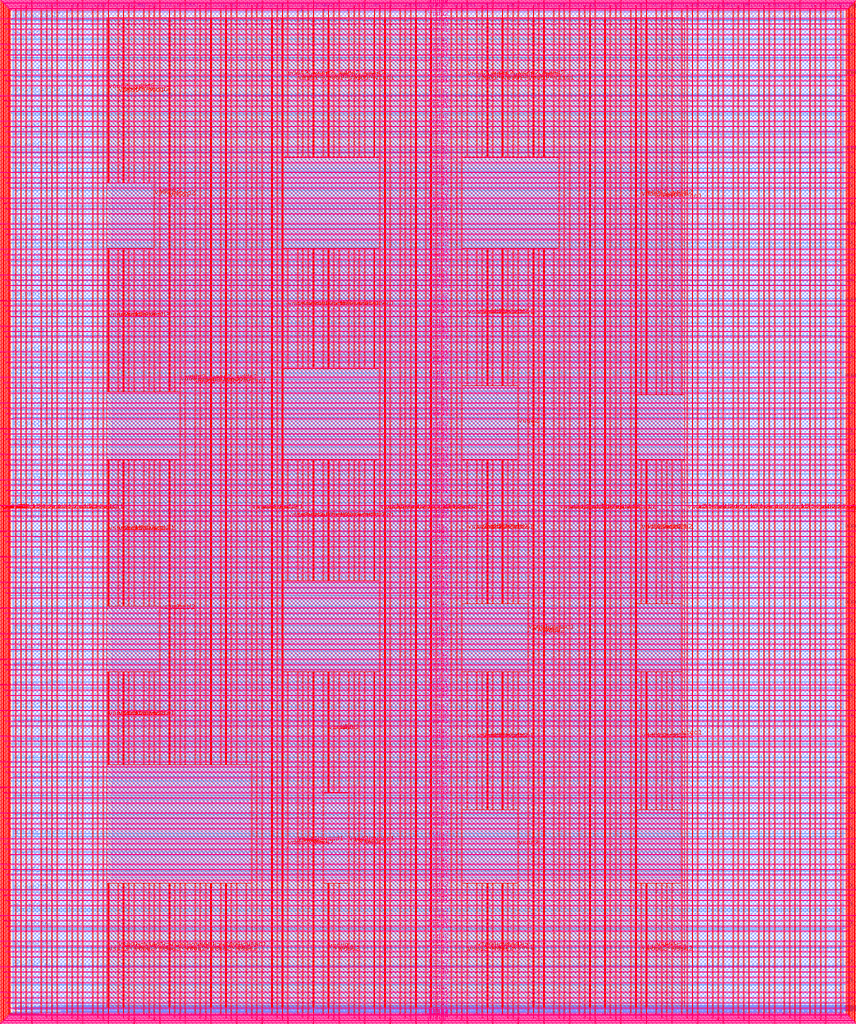
<source format=lef>
VERSION 5.7 ;
  NOWIREEXTENSIONATPIN ON ;
  DIVIDERCHAR "/" ;
  BUSBITCHARS "[]" ;
MACRO user_project_wrapper
  CLASS BLOCK ;
  FOREIGN user_project_wrapper ;
  ORIGIN 0.000 0.000 ;
  SIZE 2920.000 BY 3520.000 ;
  PIN analog_io[0]
    DIRECTION INOUT ;
    USE SIGNAL ;
    PORT
      LAYER met3 ;
        RECT 2917.600 1426.380 2924.800 1427.580 ;
    END
  END analog_io[0]
  PIN analog_io[10]
    DIRECTION INOUT ;
    USE SIGNAL ;
    PORT
      LAYER met2 ;
        RECT 2230.490 3517.600 2231.050 3524.800 ;
    END
  END analog_io[10]
  PIN analog_io[11]
    DIRECTION INOUT ;
    USE SIGNAL ;
    PORT
      LAYER met2 ;
        RECT 1905.730 3517.600 1906.290 3524.800 ;
    END
  END analog_io[11]
  PIN analog_io[12]
    DIRECTION INOUT ;
    USE SIGNAL ;
    PORT
      LAYER met2 ;
        RECT 1581.430 3517.600 1581.990 3524.800 ;
    END
  END analog_io[12]
  PIN analog_io[13]
    DIRECTION INOUT ;
    USE SIGNAL ;
    PORT
      LAYER met2 ;
        RECT 1257.130 3517.600 1257.690 3524.800 ;
    END
  END analog_io[13]
  PIN analog_io[14]
    DIRECTION INOUT ;
    USE SIGNAL ;
    PORT
      LAYER met2 ;
        RECT 932.370 3517.600 932.930 3524.800 ;
    END
  END analog_io[14]
  PIN analog_io[15]
    DIRECTION INOUT ;
    USE SIGNAL ;
    PORT
      LAYER met2 ;
        RECT 608.070 3517.600 608.630 3524.800 ;
    END
  END analog_io[15]
  PIN analog_io[16]
    DIRECTION INOUT ;
    USE SIGNAL ;
    PORT
      LAYER met2 ;
        RECT 283.770 3517.600 284.330 3524.800 ;
    END
  END analog_io[16]
  PIN analog_io[17]
    DIRECTION INOUT ;
    USE SIGNAL ;
    PORT
      LAYER met3 ;
        RECT -4.800 3486.100 2.400 3487.300 ;
    END
  END analog_io[17]
  PIN analog_io[18]
    DIRECTION INOUT ;
    USE SIGNAL ;
    PORT
      LAYER met3 ;
        RECT -4.800 3224.980 2.400 3226.180 ;
    END
  END analog_io[18]
  PIN analog_io[19]
    DIRECTION INOUT ;
    USE SIGNAL ;
    PORT
      LAYER met3 ;
        RECT -4.800 2964.540 2.400 2965.740 ;
    END
  END analog_io[19]
  PIN analog_io[1]
    DIRECTION INOUT ;
    USE SIGNAL ;
    PORT
      LAYER met3 ;
        RECT 2917.600 1692.260 2924.800 1693.460 ;
    END
  END analog_io[1]
  PIN analog_io[20]
    DIRECTION INOUT ;
    USE SIGNAL ;
    PORT
      LAYER met3 ;
        RECT -4.800 2703.420 2.400 2704.620 ;
    END
  END analog_io[20]
  PIN analog_io[21]
    DIRECTION INOUT ;
    USE SIGNAL ;
    PORT
      LAYER met3 ;
        RECT -4.800 2442.980 2.400 2444.180 ;
    END
  END analog_io[21]
  PIN analog_io[22]
    DIRECTION INOUT ;
    USE SIGNAL ;
    PORT
      LAYER met3 ;
        RECT -4.800 2182.540 2.400 2183.740 ;
    END
  END analog_io[22]
  PIN analog_io[23]
    DIRECTION INOUT ;
    USE SIGNAL ;
    PORT
      LAYER met3 ;
        RECT -4.800 1921.420 2.400 1922.620 ;
    END
  END analog_io[23]
  PIN analog_io[24]
    DIRECTION INOUT ;
    USE SIGNAL ;
    PORT
      LAYER met3 ;
        RECT -4.800 1660.980 2.400 1662.180 ;
    END
  END analog_io[24]
  PIN analog_io[25]
    DIRECTION INOUT ;
    USE SIGNAL ;
    PORT
      LAYER met3 ;
        RECT -4.800 1399.860 2.400 1401.060 ;
    END
  END analog_io[25]
  PIN analog_io[26]
    DIRECTION INOUT ;
    USE SIGNAL ;
    PORT
      LAYER met3 ;
        RECT -4.800 1139.420 2.400 1140.620 ;
    END
  END analog_io[26]
  PIN analog_io[27]
    DIRECTION INOUT ;
    USE SIGNAL ;
    PORT
      LAYER met3 ;
        RECT -4.800 878.980 2.400 880.180 ;
    END
  END analog_io[27]
  PIN analog_io[28]
    DIRECTION INOUT ;
    USE SIGNAL ;
    PORT
      LAYER met3 ;
        RECT -4.800 617.860 2.400 619.060 ;
    END
  END analog_io[28]
  PIN analog_io[2]
    DIRECTION INOUT ;
    USE SIGNAL ;
    PORT
      LAYER met3 ;
        RECT 2917.600 1958.140 2924.800 1959.340 ;
    END
  END analog_io[2]
  PIN analog_io[3]
    DIRECTION INOUT ;
    USE SIGNAL ;
    PORT
      LAYER met3 ;
        RECT 2917.600 2223.340 2924.800 2224.540 ;
    END
  END analog_io[3]
  PIN analog_io[4]
    DIRECTION INOUT ;
    USE SIGNAL ;
    PORT
      LAYER met3 ;
        RECT 2917.600 2489.220 2924.800 2490.420 ;
    END
  END analog_io[4]
  PIN analog_io[5]
    DIRECTION INOUT ;
    USE SIGNAL ;
    PORT
      LAYER met3 ;
        RECT 2917.600 2755.100 2924.800 2756.300 ;
    END
  END analog_io[5]
  PIN analog_io[6]
    DIRECTION INOUT ;
    USE SIGNAL ;
    PORT
      LAYER met3 ;
        RECT 2917.600 3020.300 2924.800 3021.500 ;
    END
  END analog_io[6]
  PIN analog_io[7]
    DIRECTION INOUT ;
    USE SIGNAL ;
    PORT
      LAYER met3 ;
        RECT 2917.600 3286.180 2924.800 3287.380 ;
    END
  END analog_io[7]
  PIN analog_io[8]
    DIRECTION INOUT ;
    USE SIGNAL ;
    PORT
      LAYER met2 ;
        RECT 2879.090 3517.600 2879.650 3524.800 ;
    END
  END analog_io[8]
  PIN analog_io[9]
    DIRECTION INOUT ;
    USE SIGNAL ;
    PORT
      LAYER met2 ;
        RECT 2554.790 3517.600 2555.350 3524.800 ;
    END
  END analog_io[9]
  PIN io_in[0]
    DIRECTION INPUT ;
    USE SIGNAL ;
    PORT
      LAYER met3 ;
        RECT 2917.600 32.380 2924.800 33.580 ;
    END
  END io_in[0]
  PIN io_in[10]
    DIRECTION INPUT ;
    USE SIGNAL ;
    PORT
      LAYER met3 ;
        RECT 2917.600 2289.980 2924.800 2291.180 ;
    END
  END io_in[10]
  PIN io_in[11]
    DIRECTION INPUT ;
    USE SIGNAL ;
    PORT
      LAYER met3 ;
        RECT 2917.600 2555.860 2924.800 2557.060 ;
    END
  END io_in[11]
  PIN io_in[12]
    DIRECTION INPUT ;
    USE SIGNAL ;
    PORT
      LAYER met3 ;
        RECT 2917.600 2821.060 2924.800 2822.260 ;
    END
  END io_in[12]
  PIN io_in[13]
    DIRECTION INPUT ;
    USE SIGNAL ;
    PORT
      LAYER met3 ;
        RECT 2917.600 3086.940 2924.800 3088.140 ;
    END
  END io_in[13]
  PIN io_in[14]
    DIRECTION INPUT ;
    USE SIGNAL ;
    PORT
      LAYER met3 ;
        RECT 2917.600 3352.820 2924.800 3354.020 ;
    END
  END io_in[14]
  PIN io_in[15]
    DIRECTION INPUT ;
    USE SIGNAL ;
    PORT
      LAYER met2 ;
        RECT 2798.130 3517.600 2798.690 3524.800 ;
    END
  END io_in[15]
  PIN io_in[16]
    DIRECTION INPUT ;
    USE SIGNAL ;
    PORT
      LAYER met2 ;
        RECT 2473.830 3517.600 2474.390 3524.800 ;
    END
  END io_in[16]
  PIN io_in[17]
    DIRECTION INPUT ;
    USE SIGNAL ;
    PORT
      LAYER met2 ;
        RECT 2149.070 3517.600 2149.630 3524.800 ;
    END
  END io_in[17]
  PIN io_in[18]
    DIRECTION INPUT ;
    USE SIGNAL ;
    PORT
      LAYER met2 ;
        RECT 1824.770 3517.600 1825.330 3524.800 ;
    END
  END io_in[18]
  PIN io_in[19]
    DIRECTION INPUT ;
    USE SIGNAL ;
    PORT
      LAYER met2 ;
        RECT 1500.470 3517.600 1501.030 3524.800 ;
    END
  END io_in[19]
  PIN io_in[1]
    DIRECTION INPUT ;
    USE SIGNAL ;
    PORT
      LAYER met3 ;
        RECT 2917.600 230.940 2924.800 232.140 ;
    END
  END io_in[1]
  PIN io_in[20]
    DIRECTION INPUT ;
    USE SIGNAL ;
    PORT
      LAYER met2 ;
        RECT 1175.710 3517.600 1176.270 3524.800 ;
    END
  END io_in[20]
  PIN io_in[21]
    DIRECTION INPUT ;
    USE SIGNAL ;
    PORT
      LAYER met2 ;
        RECT 851.410 3517.600 851.970 3524.800 ;
    END
  END io_in[21]
  PIN io_in[22]
    DIRECTION INPUT ;
    USE SIGNAL ;
    PORT
      LAYER met2 ;
        RECT 527.110 3517.600 527.670 3524.800 ;
    END
  END io_in[22]
  PIN io_in[23]
    DIRECTION INPUT ;
    USE SIGNAL ;
    PORT
      LAYER met2 ;
        RECT 202.350 3517.600 202.910 3524.800 ;
    END
  END io_in[23]
  PIN io_in[24]
    DIRECTION INPUT ;
    USE SIGNAL ;
    PORT
      LAYER met3 ;
        RECT -4.800 3420.820 2.400 3422.020 ;
    END
  END io_in[24]
  PIN io_in[25]
    DIRECTION INPUT ;
    USE SIGNAL ;
    PORT
      LAYER met3 ;
        RECT -4.800 3159.700 2.400 3160.900 ;
    END
  END io_in[25]
  PIN io_in[26]
    DIRECTION INPUT ;
    USE SIGNAL ;
    PORT
      LAYER met3 ;
        RECT -4.800 2899.260 2.400 2900.460 ;
    END
  END io_in[26]
  PIN io_in[27]
    DIRECTION INPUT ;
    USE SIGNAL ;
    PORT
      LAYER met3 ;
        RECT -4.800 2638.820 2.400 2640.020 ;
    END
  END io_in[27]
  PIN io_in[28]
    DIRECTION INPUT ;
    USE SIGNAL ;
    PORT
      LAYER met3 ;
        RECT -4.800 2377.700 2.400 2378.900 ;
    END
  END io_in[28]
  PIN io_in[29]
    DIRECTION INPUT ;
    USE SIGNAL ;
    PORT
      LAYER met3 ;
        RECT -4.800 2117.260 2.400 2118.460 ;
    END
  END io_in[29]
  PIN io_in[2]
    DIRECTION INPUT ;
    USE SIGNAL ;
    PORT
      LAYER met3 ;
        RECT 2917.600 430.180 2924.800 431.380 ;
    END
  END io_in[2]
  PIN io_in[30]
    DIRECTION INPUT ;
    USE SIGNAL ;
    PORT
      LAYER met3 ;
        RECT -4.800 1856.140 2.400 1857.340 ;
    END
  END io_in[30]
  PIN io_in[31]
    DIRECTION INPUT ;
    USE SIGNAL ;
    PORT
      LAYER met3 ;
        RECT -4.800 1595.700 2.400 1596.900 ;
    END
  END io_in[31]
  PIN io_in[32]
    DIRECTION INPUT ;
    USE SIGNAL ;
    PORT
      LAYER met3 ;
        RECT -4.800 1335.260 2.400 1336.460 ;
    END
  END io_in[32]
  PIN io_in[33]
    DIRECTION INPUT ;
    USE SIGNAL ;
    PORT
      LAYER met3 ;
        RECT -4.800 1074.140 2.400 1075.340 ;
    END
  END io_in[33]
  PIN io_in[34]
    DIRECTION INPUT ;
    USE SIGNAL ;
    PORT
      LAYER met3 ;
        RECT -4.800 813.700 2.400 814.900 ;
    END
  END io_in[34]
  PIN io_in[35]
    DIRECTION INPUT ;
    USE SIGNAL ;
    PORT
      LAYER met3 ;
        RECT -4.800 552.580 2.400 553.780 ;
    END
  END io_in[35]
  PIN io_in[36]
    DIRECTION INPUT ;
    USE SIGNAL ;
    PORT
      LAYER met3 ;
        RECT -4.800 357.420 2.400 358.620 ;
    END
  END io_in[36]
  PIN io_in[37]
    DIRECTION INPUT ;
    USE SIGNAL ;
    PORT
      LAYER met3 ;
        RECT -4.800 161.580 2.400 162.780 ;
    END
  END io_in[37]
  PIN io_in[3]
    DIRECTION INPUT ;
    USE SIGNAL ;
    PORT
      LAYER met3 ;
        RECT 2917.600 629.420 2924.800 630.620 ;
    END
  END io_in[3]
  PIN io_in[4]
    DIRECTION INPUT ;
    USE SIGNAL ;
    PORT
      LAYER met3 ;
        RECT 2917.600 828.660 2924.800 829.860 ;
    END
  END io_in[4]
  PIN io_in[5]
    DIRECTION INPUT ;
    USE SIGNAL ;
    PORT
      LAYER met3 ;
        RECT 2917.600 1027.900 2924.800 1029.100 ;
    END
  END io_in[5]
  PIN io_in[6]
    DIRECTION INPUT ;
    USE SIGNAL ;
    PORT
      LAYER met3 ;
        RECT 2917.600 1227.140 2924.800 1228.340 ;
    END
  END io_in[6]
  PIN io_in[7]
    DIRECTION INPUT ;
    USE SIGNAL ;
    PORT
      LAYER met3 ;
        RECT 2917.600 1493.020 2924.800 1494.220 ;
    END
  END io_in[7]
  PIN io_in[8]
    DIRECTION INPUT ;
    USE SIGNAL ;
    PORT
      LAYER met3 ;
        RECT 2917.600 1758.900 2924.800 1760.100 ;
    END
  END io_in[8]
  PIN io_in[9]
    DIRECTION INPUT ;
    USE SIGNAL ;
    PORT
      LAYER met3 ;
        RECT 2917.600 2024.100 2924.800 2025.300 ;
    END
  END io_in[9]
  PIN io_oeb[0]
    DIRECTION OUTPUT TRISTATE ;
    USE SIGNAL ;
    PORT
      LAYER met3 ;
        RECT 2917.600 164.980 2924.800 166.180 ;
    END
  END io_oeb[0]
  PIN io_oeb[10]
    DIRECTION OUTPUT TRISTATE ;
    USE SIGNAL ;
    PORT
      LAYER met3 ;
        RECT 2917.600 2422.580 2924.800 2423.780 ;
    END
  END io_oeb[10]
  PIN io_oeb[11]
    DIRECTION OUTPUT TRISTATE ;
    USE SIGNAL ;
    PORT
      LAYER met3 ;
        RECT 2917.600 2688.460 2924.800 2689.660 ;
    END
  END io_oeb[11]
  PIN io_oeb[12]
    DIRECTION OUTPUT TRISTATE ;
    USE SIGNAL ;
    PORT
      LAYER met3 ;
        RECT 2917.600 2954.340 2924.800 2955.540 ;
    END
  END io_oeb[12]
  PIN io_oeb[13]
    DIRECTION OUTPUT TRISTATE ;
    USE SIGNAL ;
    PORT
      LAYER met3 ;
        RECT 2917.600 3219.540 2924.800 3220.740 ;
    END
  END io_oeb[13]
  PIN io_oeb[14]
    DIRECTION OUTPUT TRISTATE ;
    USE SIGNAL ;
    PORT
      LAYER met3 ;
        RECT 2917.600 3485.420 2924.800 3486.620 ;
    END
  END io_oeb[14]
  PIN io_oeb[15]
    DIRECTION OUTPUT TRISTATE ;
    USE SIGNAL ;
    PORT
      LAYER met2 ;
        RECT 2635.750 3517.600 2636.310 3524.800 ;
    END
  END io_oeb[15]
  PIN io_oeb[16]
    DIRECTION OUTPUT TRISTATE ;
    USE SIGNAL ;
    PORT
      LAYER met2 ;
        RECT 2311.450 3517.600 2312.010 3524.800 ;
    END
  END io_oeb[16]
  PIN io_oeb[17]
    DIRECTION OUTPUT TRISTATE ;
    USE SIGNAL ;
    PORT
      LAYER met2 ;
        RECT 1987.150 3517.600 1987.710 3524.800 ;
    END
  END io_oeb[17]
  PIN io_oeb[18]
    DIRECTION OUTPUT TRISTATE ;
    USE SIGNAL ;
    PORT
      LAYER met2 ;
        RECT 1662.390 3517.600 1662.950 3524.800 ;
    END
  END io_oeb[18]
  PIN io_oeb[19]
    DIRECTION OUTPUT TRISTATE ;
    USE SIGNAL ;
    PORT
      LAYER met2 ;
        RECT 1338.090 3517.600 1338.650 3524.800 ;
    END
  END io_oeb[19]
  PIN io_oeb[1]
    DIRECTION OUTPUT TRISTATE ;
    USE SIGNAL ;
    PORT
      LAYER met3 ;
        RECT 2917.600 364.220 2924.800 365.420 ;
    END
  END io_oeb[1]
  PIN io_oeb[20]
    DIRECTION OUTPUT TRISTATE ;
    USE SIGNAL ;
    PORT
      LAYER met2 ;
        RECT 1013.790 3517.600 1014.350 3524.800 ;
    END
  END io_oeb[20]
  PIN io_oeb[21]
    DIRECTION OUTPUT TRISTATE ;
    USE SIGNAL ;
    PORT
      LAYER met2 ;
        RECT 689.030 3517.600 689.590 3524.800 ;
    END
  END io_oeb[21]
  PIN io_oeb[22]
    DIRECTION OUTPUT TRISTATE ;
    USE SIGNAL ;
    PORT
      LAYER met2 ;
        RECT 364.730 3517.600 365.290 3524.800 ;
    END
  END io_oeb[22]
  PIN io_oeb[23]
    DIRECTION OUTPUT TRISTATE ;
    USE SIGNAL ;
    PORT
      LAYER met2 ;
        RECT 40.430 3517.600 40.990 3524.800 ;
    END
  END io_oeb[23]
  PIN io_oeb[24]
    DIRECTION OUTPUT TRISTATE ;
    USE SIGNAL ;
    PORT
      LAYER met3 ;
        RECT -4.800 3290.260 2.400 3291.460 ;
    END
  END io_oeb[24]
  PIN io_oeb[25]
    DIRECTION OUTPUT TRISTATE ;
    USE SIGNAL ;
    PORT
      LAYER met3 ;
        RECT -4.800 3029.820 2.400 3031.020 ;
    END
  END io_oeb[25]
  PIN io_oeb[26]
    DIRECTION OUTPUT TRISTATE ;
    USE SIGNAL ;
    PORT
      LAYER met3 ;
        RECT -4.800 2768.700 2.400 2769.900 ;
    END
  END io_oeb[26]
  PIN io_oeb[27]
    DIRECTION OUTPUT TRISTATE ;
    USE SIGNAL ;
    PORT
      LAYER met3 ;
        RECT -4.800 2508.260 2.400 2509.460 ;
    END
  END io_oeb[27]
  PIN io_oeb[28]
    DIRECTION OUTPUT TRISTATE ;
    USE SIGNAL ;
    PORT
      LAYER met3 ;
        RECT -4.800 2247.140 2.400 2248.340 ;
    END
  END io_oeb[28]
  PIN io_oeb[29]
    DIRECTION OUTPUT TRISTATE ;
    USE SIGNAL ;
    PORT
      LAYER met3 ;
        RECT -4.800 1986.700 2.400 1987.900 ;
    END
  END io_oeb[29]
  PIN io_oeb[2]
    DIRECTION OUTPUT TRISTATE ;
    USE SIGNAL ;
    PORT
      LAYER met3 ;
        RECT 2917.600 563.460 2924.800 564.660 ;
    END
  END io_oeb[2]
  PIN io_oeb[30]
    DIRECTION OUTPUT TRISTATE ;
    USE SIGNAL ;
    PORT
      LAYER met3 ;
        RECT -4.800 1726.260 2.400 1727.460 ;
    END
  END io_oeb[30]
  PIN io_oeb[31]
    DIRECTION OUTPUT TRISTATE ;
    USE SIGNAL ;
    PORT
      LAYER met3 ;
        RECT -4.800 1465.140 2.400 1466.340 ;
    END
  END io_oeb[31]
  PIN io_oeb[32]
    DIRECTION OUTPUT TRISTATE ;
    USE SIGNAL ;
    PORT
      LAYER met3 ;
        RECT -4.800 1204.700 2.400 1205.900 ;
    END
  END io_oeb[32]
  PIN io_oeb[33]
    DIRECTION OUTPUT TRISTATE ;
    USE SIGNAL ;
    PORT
      LAYER met3 ;
        RECT -4.800 943.580 2.400 944.780 ;
    END
  END io_oeb[33]
  PIN io_oeb[34]
    DIRECTION OUTPUT TRISTATE ;
    USE SIGNAL ;
    PORT
      LAYER met3 ;
        RECT -4.800 683.140 2.400 684.340 ;
    END
  END io_oeb[34]
  PIN io_oeb[35]
    DIRECTION OUTPUT TRISTATE ;
    USE SIGNAL ;
    PORT
      LAYER met3 ;
        RECT -4.800 422.700 2.400 423.900 ;
    END
  END io_oeb[35]
  PIN io_oeb[36]
    DIRECTION OUTPUT TRISTATE ;
    USE SIGNAL ;
    PORT
      LAYER met3 ;
        RECT -4.800 226.860 2.400 228.060 ;
    END
  END io_oeb[36]
  PIN io_oeb[37]
    DIRECTION OUTPUT TRISTATE ;
    USE SIGNAL ;
    PORT
      LAYER met3 ;
        RECT -4.800 31.700 2.400 32.900 ;
    END
  END io_oeb[37]
  PIN io_oeb[3]
    DIRECTION OUTPUT TRISTATE ;
    USE SIGNAL ;
    PORT
      LAYER met3 ;
        RECT 2917.600 762.700 2924.800 763.900 ;
    END
  END io_oeb[3]
  PIN io_oeb[4]
    DIRECTION OUTPUT TRISTATE ;
    USE SIGNAL ;
    PORT
      LAYER met3 ;
        RECT 2917.600 961.940 2924.800 963.140 ;
    END
  END io_oeb[4]
  PIN io_oeb[5]
    DIRECTION OUTPUT TRISTATE ;
    USE SIGNAL ;
    PORT
      LAYER met3 ;
        RECT 2917.600 1161.180 2924.800 1162.380 ;
    END
  END io_oeb[5]
  PIN io_oeb[6]
    DIRECTION OUTPUT TRISTATE ;
    USE SIGNAL ;
    PORT
      LAYER met3 ;
        RECT 2917.600 1360.420 2924.800 1361.620 ;
    END
  END io_oeb[6]
  PIN io_oeb[7]
    DIRECTION OUTPUT TRISTATE ;
    USE SIGNAL ;
    PORT
      LAYER met3 ;
        RECT 2917.600 1625.620 2924.800 1626.820 ;
    END
  END io_oeb[7]
  PIN io_oeb[8]
    DIRECTION OUTPUT TRISTATE ;
    USE SIGNAL ;
    PORT
      LAYER met3 ;
        RECT 2917.600 1891.500 2924.800 1892.700 ;
    END
  END io_oeb[8]
  PIN io_oeb[9]
    DIRECTION OUTPUT TRISTATE ;
    USE SIGNAL ;
    PORT
      LAYER met3 ;
        RECT 2917.600 2157.380 2924.800 2158.580 ;
    END
  END io_oeb[9]
  PIN io_out[0]
    DIRECTION OUTPUT TRISTATE ;
    USE SIGNAL ;
    PORT
      LAYER met3 ;
        RECT 2917.600 98.340 2924.800 99.540 ;
    END
  END io_out[0]
  PIN io_out[10]
    DIRECTION OUTPUT TRISTATE ;
    USE SIGNAL ;
    PORT
      LAYER met3 ;
        RECT 2917.600 2356.620 2924.800 2357.820 ;
    END
  END io_out[10]
  PIN io_out[11]
    DIRECTION OUTPUT TRISTATE ;
    USE SIGNAL ;
    PORT
      LAYER met3 ;
        RECT 2917.600 2621.820 2924.800 2623.020 ;
    END
  END io_out[11]
  PIN io_out[12]
    DIRECTION OUTPUT TRISTATE ;
    USE SIGNAL ;
    PORT
      LAYER met3 ;
        RECT 2917.600 2887.700 2924.800 2888.900 ;
    END
  END io_out[12]
  PIN io_out[13]
    DIRECTION OUTPUT TRISTATE ;
    USE SIGNAL ;
    PORT
      LAYER met3 ;
        RECT 2917.600 3153.580 2924.800 3154.780 ;
    END
  END io_out[13]
  PIN io_out[14]
    DIRECTION OUTPUT TRISTATE ;
    USE SIGNAL ;
    PORT
      LAYER met3 ;
        RECT 2917.600 3418.780 2924.800 3419.980 ;
    END
  END io_out[14]
  PIN io_out[15]
    DIRECTION OUTPUT TRISTATE ;
    USE SIGNAL ;
    PORT
      LAYER met2 ;
        RECT 2717.170 3517.600 2717.730 3524.800 ;
    END
  END io_out[15]
  PIN io_out[16]
    DIRECTION OUTPUT TRISTATE ;
    USE SIGNAL ;
    PORT
      LAYER met2 ;
        RECT 2392.410 3517.600 2392.970 3524.800 ;
    END
  END io_out[16]
  PIN io_out[17]
    DIRECTION OUTPUT TRISTATE ;
    USE SIGNAL ;
    PORT
      LAYER met2 ;
        RECT 2068.110 3517.600 2068.670 3524.800 ;
    END
  END io_out[17]
  PIN io_out[18]
    DIRECTION OUTPUT TRISTATE ;
    USE SIGNAL ;
    PORT
      LAYER met2 ;
        RECT 1743.810 3517.600 1744.370 3524.800 ;
    END
  END io_out[18]
  PIN io_out[19]
    DIRECTION OUTPUT TRISTATE ;
    USE SIGNAL ;
    PORT
      LAYER met2 ;
        RECT 1419.050 3517.600 1419.610 3524.800 ;
    END
  END io_out[19]
  PIN io_out[1]
    DIRECTION OUTPUT TRISTATE ;
    USE SIGNAL ;
    PORT
      LAYER met3 ;
        RECT 2917.600 297.580 2924.800 298.780 ;
    END
  END io_out[1]
  PIN io_out[20]
    DIRECTION OUTPUT TRISTATE ;
    USE SIGNAL ;
    PORT
      LAYER met2 ;
        RECT 1094.750 3517.600 1095.310 3524.800 ;
    END
  END io_out[20]
  PIN io_out[21]
    DIRECTION OUTPUT TRISTATE ;
    USE SIGNAL ;
    PORT
      LAYER met2 ;
        RECT 770.450 3517.600 771.010 3524.800 ;
    END
  END io_out[21]
  PIN io_out[22]
    DIRECTION OUTPUT TRISTATE ;
    USE SIGNAL ;
    PORT
      LAYER met2 ;
        RECT 445.690 3517.600 446.250 3524.800 ;
    END
  END io_out[22]
  PIN io_out[23]
    DIRECTION OUTPUT TRISTATE ;
    USE SIGNAL ;
    PORT
      LAYER met2 ;
        RECT 121.390 3517.600 121.950 3524.800 ;
    END
  END io_out[23]
  PIN io_out[24]
    DIRECTION OUTPUT TRISTATE ;
    USE SIGNAL ;
    PORT
      LAYER met3 ;
        RECT -4.800 3355.540 2.400 3356.740 ;
    END
  END io_out[24]
  PIN io_out[25]
    DIRECTION OUTPUT TRISTATE ;
    USE SIGNAL ;
    PORT
      LAYER met3 ;
        RECT -4.800 3095.100 2.400 3096.300 ;
    END
  END io_out[25]
  PIN io_out[26]
    DIRECTION OUTPUT TRISTATE ;
    USE SIGNAL ;
    PORT
      LAYER met3 ;
        RECT -4.800 2833.980 2.400 2835.180 ;
    END
  END io_out[26]
  PIN io_out[27]
    DIRECTION OUTPUT TRISTATE ;
    USE SIGNAL ;
    PORT
      LAYER met3 ;
        RECT -4.800 2573.540 2.400 2574.740 ;
    END
  END io_out[27]
  PIN io_out[28]
    DIRECTION OUTPUT TRISTATE ;
    USE SIGNAL ;
    PORT
      LAYER met3 ;
        RECT -4.800 2312.420 2.400 2313.620 ;
    END
  END io_out[28]
  PIN io_out[29]
    DIRECTION OUTPUT TRISTATE ;
    USE SIGNAL ;
    PORT
      LAYER met3 ;
        RECT -4.800 2051.980 2.400 2053.180 ;
    END
  END io_out[29]
  PIN io_out[2]
    DIRECTION OUTPUT TRISTATE ;
    USE SIGNAL ;
    PORT
      LAYER met3 ;
        RECT 2917.600 496.820 2924.800 498.020 ;
    END
  END io_out[2]
  PIN io_out[30]
    DIRECTION OUTPUT TRISTATE ;
    USE SIGNAL ;
    PORT
      LAYER met3 ;
        RECT -4.800 1791.540 2.400 1792.740 ;
    END
  END io_out[30]
  PIN io_out[31]
    DIRECTION OUTPUT TRISTATE ;
    USE SIGNAL ;
    PORT
      LAYER met3 ;
        RECT -4.800 1530.420 2.400 1531.620 ;
    END
  END io_out[31]
  PIN io_out[32]
    DIRECTION OUTPUT TRISTATE ;
    USE SIGNAL ;
    PORT
      LAYER met3 ;
        RECT -4.800 1269.980 2.400 1271.180 ;
    END
  END io_out[32]
  PIN io_out[33]
    DIRECTION OUTPUT TRISTATE ;
    USE SIGNAL ;
    PORT
      LAYER met3 ;
        RECT -4.800 1008.860 2.400 1010.060 ;
    END
  END io_out[33]
  PIN io_out[34]
    DIRECTION OUTPUT TRISTATE ;
    USE SIGNAL ;
    PORT
      LAYER met3 ;
        RECT -4.800 748.420 2.400 749.620 ;
    END
  END io_out[34]
  PIN io_out[35]
    DIRECTION OUTPUT TRISTATE ;
    USE SIGNAL ;
    PORT
      LAYER met3 ;
        RECT -4.800 487.300 2.400 488.500 ;
    END
  END io_out[35]
  PIN io_out[36]
    DIRECTION OUTPUT TRISTATE ;
    USE SIGNAL ;
    PORT
      LAYER met3 ;
        RECT -4.800 292.140 2.400 293.340 ;
    END
  END io_out[36]
  PIN io_out[37]
    DIRECTION OUTPUT TRISTATE ;
    USE SIGNAL ;
    PORT
      LAYER met3 ;
        RECT -4.800 96.300 2.400 97.500 ;
    END
  END io_out[37]
  PIN io_out[3]
    DIRECTION OUTPUT TRISTATE ;
    USE SIGNAL ;
    PORT
      LAYER met3 ;
        RECT 2917.600 696.060 2924.800 697.260 ;
    END
  END io_out[3]
  PIN io_out[4]
    DIRECTION OUTPUT TRISTATE ;
    USE SIGNAL ;
    PORT
      LAYER met3 ;
        RECT 2917.600 895.300 2924.800 896.500 ;
    END
  END io_out[4]
  PIN io_out[5]
    DIRECTION OUTPUT TRISTATE ;
    USE SIGNAL ;
    PORT
      LAYER met3 ;
        RECT 2917.600 1094.540 2924.800 1095.740 ;
    END
  END io_out[5]
  PIN io_out[6]
    DIRECTION OUTPUT TRISTATE ;
    USE SIGNAL ;
    PORT
      LAYER met3 ;
        RECT 2917.600 1293.780 2924.800 1294.980 ;
    END
  END io_out[6]
  PIN io_out[7]
    DIRECTION OUTPUT TRISTATE ;
    USE SIGNAL ;
    PORT
      LAYER met3 ;
        RECT 2917.600 1559.660 2924.800 1560.860 ;
    END
  END io_out[7]
  PIN io_out[8]
    DIRECTION OUTPUT TRISTATE ;
    USE SIGNAL ;
    PORT
      LAYER met3 ;
        RECT 2917.600 1824.860 2924.800 1826.060 ;
    END
  END io_out[8]
  PIN io_out[9]
    DIRECTION OUTPUT TRISTATE ;
    USE SIGNAL ;
    PORT
      LAYER met3 ;
        RECT 2917.600 2090.740 2924.800 2091.940 ;
    END
  END io_out[9]
  PIN la_data_in[0]
    DIRECTION INPUT ;
    USE SIGNAL ;
    PORT
      LAYER met2 ;
        RECT 629.230 -4.800 629.790 2.400 ;
    END
  END la_data_in[0]
  PIN la_data_in[100]
    DIRECTION INPUT ;
    USE SIGNAL ;
    PORT
      LAYER met2 ;
        RECT 2402.530 -4.800 2403.090 2.400 ;
    END
  END la_data_in[100]
  PIN la_data_in[101]
    DIRECTION INPUT ;
    USE SIGNAL ;
    PORT
      LAYER met2 ;
        RECT 2420.010 -4.800 2420.570 2.400 ;
    END
  END la_data_in[101]
  PIN la_data_in[102]
    DIRECTION INPUT ;
    USE SIGNAL ;
    PORT
      LAYER met2 ;
        RECT 2437.950 -4.800 2438.510 2.400 ;
    END
  END la_data_in[102]
  PIN la_data_in[103]
    DIRECTION INPUT ;
    USE SIGNAL ;
    PORT
      LAYER met2 ;
        RECT 2455.430 -4.800 2455.990 2.400 ;
    END
  END la_data_in[103]
  PIN la_data_in[104]
    DIRECTION INPUT ;
    USE SIGNAL ;
    PORT
      LAYER met2 ;
        RECT 2473.370 -4.800 2473.930 2.400 ;
    END
  END la_data_in[104]
  PIN la_data_in[105]
    DIRECTION INPUT ;
    USE SIGNAL ;
    PORT
      LAYER met2 ;
        RECT 2490.850 -4.800 2491.410 2.400 ;
    END
  END la_data_in[105]
  PIN la_data_in[106]
    DIRECTION INPUT ;
    USE SIGNAL ;
    PORT
      LAYER met2 ;
        RECT 2508.790 -4.800 2509.350 2.400 ;
    END
  END la_data_in[106]
  PIN la_data_in[107]
    DIRECTION INPUT ;
    USE SIGNAL ;
    PORT
      LAYER met2 ;
        RECT 2526.730 -4.800 2527.290 2.400 ;
    END
  END la_data_in[107]
  PIN la_data_in[108]
    DIRECTION INPUT ;
    USE SIGNAL ;
    PORT
      LAYER met2 ;
        RECT 2544.210 -4.800 2544.770 2.400 ;
    END
  END la_data_in[108]
  PIN la_data_in[109]
    DIRECTION INPUT ;
    USE SIGNAL ;
    PORT
      LAYER met2 ;
        RECT 2562.150 -4.800 2562.710 2.400 ;
    END
  END la_data_in[109]
  PIN la_data_in[10]
    DIRECTION INPUT ;
    USE SIGNAL ;
    PORT
      LAYER met2 ;
        RECT 806.330 -4.800 806.890 2.400 ;
    END
  END la_data_in[10]
  PIN la_data_in[110]
    DIRECTION INPUT ;
    USE SIGNAL ;
    PORT
      LAYER met2 ;
        RECT 2579.630 -4.800 2580.190 2.400 ;
    END
  END la_data_in[110]
  PIN la_data_in[111]
    DIRECTION INPUT ;
    USE SIGNAL ;
    PORT
      LAYER met2 ;
        RECT 2597.570 -4.800 2598.130 2.400 ;
    END
  END la_data_in[111]
  PIN la_data_in[112]
    DIRECTION INPUT ;
    USE SIGNAL ;
    PORT
      LAYER met2 ;
        RECT 2615.050 -4.800 2615.610 2.400 ;
    END
  END la_data_in[112]
  PIN la_data_in[113]
    DIRECTION INPUT ;
    USE SIGNAL ;
    PORT
      LAYER met2 ;
        RECT 2632.990 -4.800 2633.550 2.400 ;
    END
  END la_data_in[113]
  PIN la_data_in[114]
    DIRECTION INPUT ;
    USE SIGNAL ;
    PORT
      LAYER met2 ;
        RECT 2650.470 -4.800 2651.030 2.400 ;
    END
  END la_data_in[114]
  PIN la_data_in[115]
    DIRECTION INPUT ;
    USE SIGNAL ;
    PORT
      LAYER met2 ;
        RECT 2668.410 -4.800 2668.970 2.400 ;
    END
  END la_data_in[115]
  PIN la_data_in[116]
    DIRECTION INPUT ;
    USE SIGNAL ;
    PORT
      LAYER met2 ;
        RECT 2685.890 -4.800 2686.450 2.400 ;
    END
  END la_data_in[116]
  PIN la_data_in[117]
    DIRECTION INPUT ;
    USE SIGNAL ;
    PORT
      LAYER met2 ;
        RECT 2703.830 -4.800 2704.390 2.400 ;
    END
  END la_data_in[117]
  PIN la_data_in[118]
    DIRECTION INPUT ;
    USE SIGNAL ;
    PORT
      LAYER met2 ;
        RECT 2721.770 -4.800 2722.330 2.400 ;
    END
  END la_data_in[118]
  PIN la_data_in[119]
    DIRECTION INPUT ;
    USE SIGNAL ;
    PORT
      LAYER met2 ;
        RECT 2739.250 -4.800 2739.810 2.400 ;
    END
  END la_data_in[119]
  PIN la_data_in[11]
    DIRECTION INPUT ;
    USE SIGNAL ;
    PORT
      LAYER met2 ;
        RECT 824.270 -4.800 824.830 2.400 ;
    END
  END la_data_in[11]
  PIN la_data_in[120]
    DIRECTION INPUT ;
    USE SIGNAL ;
    PORT
      LAYER met2 ;
        RECT 2757.190 -4.800 2757.750 2.400 ;
    END
  END la_data_in[120]
  PIN la_data_in[121]
    DIRECTION INPUT ;
    USE SIGNAL ;
    PORT
      LAYER met2 ;
        RECT 2774.670 -4.800 2775.230 2.400 ;
    END
  END la_data_in[121]
  PIN la_data_in[122]
    DIRECTION INPUT ;
    USE SIGNAL ;
    PORT
      LAYER met2 ;
        RECT 2792.610 -4.800 2793.170 2.400 ;
    END
  END la_data_in[122]
  PIN la_data_in[123]
    DIRECTION INPUT ;
    USE SIGNAL ;
    PORT
      LAYER met2 ;
        RECT 2810.090 -4.800 2810.650 2.400 ;
    END
  END la_data_in[123]
  PIN la_data_in[124]
    DIRECTION INPUT ;
    USE SIGNAL ;
    PORT
      LAYER met2 ;
        RECT 2828.030 -4.800 2828.590 2.400 ;
    END
  END la_data_in[124]
  PIN la_data_in[125]
    DIRECTION INPUT ;
    USE SIGNAL ;
    PORT
      LAYER met2 ;
        RECT 2845.510 -4.800 2846.070 2.400 ;
    END
  END la_data_in[125]
  PIN la_data_in[126]
    DIRECTION INPUT ;
    USE SIGNAL ;
    PORT
      LAYER met2 ;
        RECT 2863.450 -4.800 2864.010 2.400 ;
    END
  END la_data_in[126]
  PIN la_data_in[127]
    DIRECTION INPUT ;
    USE SIGNAL ;
    PORT
      LAYER met2 ;
        RECT 2881.390 -4.800 2881.950 2.400 ;
    END
  END la_data_in[127]
  PIN la_data_in[12]
    DIRECTION INPUT ;
    USE SIGNAL ;
    PORT
      LAYER met2 ;
        RECT 841.750 -4.800 842.310 2.400 ;
    END
  END la_data_in[12]
  PIN la_data_in[13]
    DIRECTION INPUT ;
    USE SIGNAL ;
    PORT
      LAYER met2 ;
        RECT 859.690 -4.800 860.250 2.400 ;
    END
  END la_data_in[13]
  PIN la_data_in[14]
    DIRECTION INPUT ;
    USE SIGNAL ;
    PORT
      LAYER met2 ;
        RECT 877.170 -4.800 877.730 2.400 ;
    END
  END la_data_in[14]
  PIN la_data_in[15]
    DIRECTION INPUT ;
    USE SIGNAL ;
    PORT
      LAYER met2 ;
        RECT 895.110 -4.800 895.670 2.400 ;
    END
  END la_data_in[15]
  PIN la_data_in[16]
    DIRECTION INPUT ;
    USE SIGNAL ;
    PORT
      LAYER met2 ;
        RECT 912.590 -4.800 913.150 2.400 ;
    END
  END la_data_in[16]
  PIN la_data_in[17]
    DIRECTION INPUT ;
    USE SIGNAL ;
    PORT
      LAYER met2 ;
        RECT 930.530 -4.800 931.090 2.400 ;
    END
  END la_data_in[17]
  PIN la_data_in[18]
    DIRECTION INPUT ;
    USE SIGNAL ;
    PORT
      LAYER met2 ;
        RECT 948.470 -4.800 949.030 2.400 ;
    END
  END la_data_in[18]
  PIN la_data_in[19]
    DIRECTION INPUT ;
    USE SIGNAL ;
    PORT
      LAYER met2 ;
        RECT 965.950 -4.800 966.510 2.400 ;
    END
  END la_data_in[19]
  PIN la_data_in[1]
    DIRECTION INPUT ;
    USE SIGNAL ;
    PORT
      LAYER met2 ;
        RECT 646.710 -4.800 647.270 2.400 ;
    END
  END la_data_in[1]
  PIN la_data_in[20]
    DIRECTION INPUT ;
    USE SIGNAL ;
    PORT
      LAYER met2 ;
        RECT 983.890 -4.800 984.450 2.400 ;
    END
  END la_data_in[20]
  PIN la_data_in[21]
    DIRECTION INPUT ;
    USE SIGNAL ;
    PORT
      LAYER met2 ;
        RECT 1001.370 -4.800 1001.930 2.400 ;
    END
  END la_data_in[21]
  PIN la_data_in[22]
    DIRECTION INPUT ;
    USE SIGNAL ;
    PORT
      LAYER met2 ;
        RECT 1019.310 -4.800 1019.870 2.400 ;
    END
  END la_data_in[22]
  PIN la_data_in[23]
    DIRECTION INPUT ;
    USE SIGNAL ;
    PORT
      LAYER met2 ;
        RECT 1036.790 -4.800 1037.350 2.400 ;
    END
  END la_data_in[23]
  PIN la_data_in[24]
    DIRECTION INPUT ;
    USE SIGNAL ;
    PORT
      LAYER met2 ;
        RECT 1054.730 -4.800 1055.290 2.400 ;
    END
  END la_data_in[24]
  PIN la_data_in[25]
    DIRECTION INPUT ;
    USE SIGNAL ;
    PORT
      LAYER met2 ;
        RECT 1072.210 -4.800 1072.770 2.400 ;
    END
  END la_data_in[25]
  PIN la_data_in[26]
    DIRECTION INPUT ;
    USE SIGNAL ;
    PORT
      LAYER met2 ;
        RECT 1090.150 -4.800 1090.710 2.400 ;
    END
  END la_data_in[26]
  PIN la_data_in[27]
    DIRECTION INPUT ;
    USE SIGNAL ;
    PORT
      LAYER met2 ;
        RECT 1107.630 -4.800 1108.190 2.400 ;
    END
  END la_data_in[27]
  PIN la_data_in[28]
    DIRECTION INPUT ;
    USE SIGNAL ;
    PORT
      LAYER met2 ;
        RECT 1125.570 -4.800 1126.130 2.400 ;
    END
  END la_data_in[28]
  PIN la_data_in[29]
    DIRECTION INPUT ;
    USE SIGNAL ;
    PORT
      LAYER met2 ;
        RECT 1143.510 -4.800 1144.070 2.400 ;
    END
  END la_data_in[29]
  PIN la_data_in[2]
    DIRECTION INPUT ;
    USE SIGNAL ;
    PORT
      LAYER met2 ;
        RECT 664.650 -4.800 665.210 2.400 ;
    END
  END la_data_in[2]
  PIN la_data_in[30]
    DIRECTION INPUT ;
    USE SIGNAL ;
    PORT
      LAYER met2 ;
        RECT 1160.990 -4.800 1161.550 2.400 ;
    END
  END la_data_in[30]
  PIN la_data_in[31]
    DIRECTION INPUT ;
    USE SIGNAL ;
    PORT
      LAYER met2 ;
        RECT 1178.930 -4.800 1179.490 2.400 ;
    END
  END la_data_in[31]
  PIN la_data_in[32]
    DIRECTION INPUT ;
    USE SIGNAL ;
    PORT
      LAYER met2 ;
        RECT 1196.410 -4.800 1196.970 2.400 ;
    END
  END la_data_in[32]
  PIN la_data_in[33]
    DIRECTION INPUT ;
    USE SIGNAL ;
    PORT
      LAYER met2 ;
        RECT 1214.350 -4.800 1214.910 2.400 ;
    END
  END la_data_in[33]
  PIN la_data_in[34]
    DIRECTION INPUT ;
    USE SIGNAL ;
    PORT
      LAYER met2 ;
        RECT 1231.830 -4.800 1232.390 2.400 ;
    END
  END la_data_in[34]
  PIN la_data_in[35]
    DIRECTION INPUT ;
    USE SIGNAL ;
    PORT
      LAYER met2 ;
        RECT 1249.770 -4.800 1250.330 2.400 ;
    END
  END la_data_in[35]
  PIN la_data_in[36]
    DIRECTION INPUT ;
    USE SIGNAL ;
    PORT
      LAYER met2 ;
        RECT 1267.250 -4.800 1267.810 2.400 ;
    END
  END la_data_in[36]
  PIN la_data_in[37]
    DIRECTION INPUT ;
    USE SIGNAL ;
    PORT
      LAYER met2 ;
        RECT 1285.190 -4.800 1285.750 2.400 ;
    END
  END la_data_in[37]
  PIN la_data_in[38]
    DIRECTION INPUT ;
    USE SIGNAL ;
    PORT
      LAYER met2 ;
        RECT 1303.130 -4.800 1303.690 2.400 ;
    END
  END la_data_in[38]
  PIN la_data_in[39]
    DIRECTION INPUT ;
    USE SIGNAL ;
    PORT
      LAYER met2 ;
        RECT 1320.610 -4.800 1321.170 2.400 ;
    END
  END la_data_in[39]
  PIN la_data_in[3]
    DIRECTION INPUT ;
    USE SIGNAL ;
    PORT
      LAYER met2 ;
        RECT 682.130 -4.800 682.690 2.400 ;
    END
  END la_data_in[3]
  PIN la_data_in[40]
    DIRECTION INPUT ;
    USE SIGNAL ;
    PORT
      LAYER met2 ;
        RECT 1338.550 -4.800 1339.110 2.400 ;
    END
  END la_data_in[40]
  PIN la_data_in[41]
    DIRECTION INPUT ;
    USE SIGNAL ;
    PORT
      LAYER met2 ;
        RECT 1356.030 -4.800 1356.590 2.400 ;
    END
  END la_data_in[41]
  PIN la_data_in[42]
    DIRECTION INPUT ;
    USE SIGNAL ;
    PORT
      LAYER met2 ;
        RECT 1373.970 -4.800 1374.530 2.400 ;
    END
  END la_data_in[42]
  PIN la_data_in[43]
    DIRECTION INPUT ;
    USE SIGNAL ;
    PORT
      LAYER met2 ;
        RECT 1391.450 -4.800 1392.010 2.400 ;
    END
  END la_data_in[43]
  PIN la_data_in[44]
    DIRECTION INPUT ;
    USE SIGNAL ;
    PORT
      LAYER met2 ;
        RECT 1409.390 -4.800 1409.950 2.400 ;
    END
  END la_data_in[44]
  PIN la_data_in[45]
    DIRECTION INPUT ;
    USE SIGNAL ;
    PORT
      LAYER met2 ;
        RECT 1426.870 -4.800 1427.430 2.400 ;
    END
  END la_data_in[45]
  PIN la_data_in[46]
    DIRECTION INPUT ;
    USE SIGNAL ;
    PORT
      LAYER met2 ;
        RECT 1444.810 -4.800 1445.370 2.400 ;
    END
  END la_data_in[46]
  PIN la_data_in[47]
    DIRECTION INPUT ;
    USE SIGNAL ;
    PORT
      LAYER met2 ;
        RECT 1462.750 -4.800 1463.310 2.400 ;
    END
  END la_data_in[47]
  PIN la_data_in[48]
    DIRECTION INPUT ;
    USE SIGNAL ;
    PORT
      LAYER met2 ;
        RECT 1480.230 -4.800 1480.790 2.400 ;
    END
  END la_data_in[48]
  PIN la_data_in[49]
    DIRECTION INPUT ;
    USE SIGNAL ;
    PORT
      LAYER met2 ;
        RECT 1498.170 -4.800 1498.730 2.400 ;
    END
  END la_data_in[49]
  PIN la_data_in[4]
    DIRECTION INPUT ;
    USE SIGNAL ;
    PORT
      LAYER met2 ;
        RECT 700.070 -4.800 700.630 2.400 ;
    END
  END la_data_in[4]
  PIN la_data_in[50]
    DIRECTION INPUT ;
    USE SIGNAL ;
    PORT
      LAYER met2 ;
        RECT 1515.650 -4.800 1516.210 2.400 ;
    END
  END la_data_in[50]
  PIN la_data_in[51]
    DIRECTION INPUT ;
    USE SIGNAL ;
    PORT
      LAYER met2 ;
        RECT 1533.590 -4.800 1534.150 2.400 ;
    END
  END la_data_in[51]
  PIN la_data_in[52]
    DIRECTION INPUT ;
    USE SIGNAL ;
    PORT
      LAYER met2 ;
        RECT 1551.070 -4.800 1551.630 2.400 ;
    END
  END la_data_in[52]
  PIN la_data_in[53]
    DIRECTION INPUT ;
    USE SIGNAL ;
    PORT
      LAYER met2 ;
        RECT 1569.010 -4.800 1569.570 2.400 ;
    END
  END la_data_in[53]
  PIN la_data_in[54]
    DIRECTION INPUT ;
    USE SIGNAL ;
    PORT
      LAYER met2 ;
        RECT 1586.490 -4.800 1587.050 2.400 ;
    END
  END la_data_in[54]
  PIN la_data_in[55]
    DIRECTION INPUT ;
    USE SIGNAL ;
    PORT
      LAYER met2 ;
        RECT 1604.430 -4.800 1604.990 2.400 ;
    END
  END la_data_in[55]
  PIN la_data_in[56]
    DIRECTION INPUT ;
    USE SIGNAL ;
    PORT
      LAYER met2 ;
        RECT 1621.910 -4.800 1622.470 2.400 ;
    END
  END la_data_in[56]
  PIN la_data_in[57]
    DIRECTION INPUT ;
    USE SIGNAL ;
    PORT
      LAYER met2 ;
        RECT 1639.850 -4.800 1640.410 2.400 ;
    END
  END la_data_in[57]
  PIN la_data_in[58]
    DIRECTION INPUT ;
    USE SIGNAL ;
    PORT
      LAYER met2 ;
        RECT 1657.790 -4.800 1658.350 2.400 ;
    END
  END la_data_in[58]
  PIN la_data_in[59]
    DIRECTION INPUT ;
    USE SIGNAL ;
    PORT
      LAYER met2 ;
        RECT 1675.270 -4.800 1675.830 2.400 ;
    END
  END la_data_in[59]
  PIN la_data_in[5]
    DIRECTION INPUT ;
    USE SIGNAL ;
    PORT
      LAYER met2 ;
        RECT 717.550 -4.800 718.110 2.400 ;
    END
  END la_data_in[5]
  PIN la_data_in[60]
    DIRECTION INPUT ;
    USE SIGNAL ;
    PORT
      LAYER met2 ;
        RECT 1693.210 -4.800 1693.770 2.400 ;
    END
  END la_data_in[60]
  PIN la_data_in[61]
    DIRECTION INPUT ;
    USE SIGNAL ;
    PORT
      LAYER met2 ;
        RECT 1710.690 -4.800 1711.250 2.400 ;
    END
  END la_data_in[61]
  PIN la_data_in[62]
    DIRECTION INPUT ;
    USE SIGNAL ;
    PORT
      LAYER met2 ;
        RECT 1728.630 -4.800 1729.190 2.400 ;
    END
  END la_data_in[62]
  PIN la_data_in[63]
    DIRECTION INPUT ;
    USE SIGNAL ;
    PORT
      LAYER met2 ;
        RECT 1746.110 -4.800 1746.670 2.400 ;
    END
  END la_data_in[63]
  PIN la_data_in[64]
    DIRECTION INPUT ;
    USE SIGNAL ;
    PORT
      LAYER met2 ;
        RECT 1764.050 -4.800 1764.610 2.400 ;
    END
  END la_data_in[64]
  PIN la_data_in[65]
    DIRECTION INPUT ;
    USE SIGNAL ;
    PORT
      LAYER met2 ;
        RECT 1781.530 -4.800 1782.090 2.400 ;
    END
  END la_data_in[65]
  PIN la_data_in[66]
    DIRECTION INPUT ;
    USE SIGNAL ;
    PORT
      LAYER met2 ;
        RECT 1799.470 -4.800 1800.030 2.400 ;
    END
  END la_data_in[66]
  PIN la_data_in[67]
    DIRECTION INPUT ;
    USE SIGNAL ;
    PORT
      LAYER met2 ;
        RECT 1817.410 -4.800 1817.970 2.400 ;
    END
  END la_data_in[67]
  PIN la_data_in[68]
    DIRECTION INPUT ;
    USE SIGNAL ;
    PORT
      LAYER met2 ;
        RECT 1834.890 -4.800 1835.450 2.400 ;
    END
  END la_data_in[68]
  PIN la_data_in[69]
    DIRECTION INPUT ;
    USE SIGNAL ;
    PORT
      LAYER met2 ;
        RECT 1852.830 -4.800 1853.390 2.400 ;
    END
  END la_data_in[69]
  PIN la_data_in[6]
    DIRECTION INPUT ;
    USE SIGNAL ;
    PORT
      LAYER met2 ;
        RECT 735.490 -4.800 736.050 2.400 ;
    END
  END la_data_in[6]
  PIN la_data_in[70]
    DIRECTION INPUT ;
    USE SIGNAL ;
    PORT
      LAYER met2 ;
        RECT 1870.310 -4.800 1870.870 2.400 ;
    END
  END la_data_in[70]
  PIN la_data_in[71]
    DIRECTION INPUT ;
    USE SIGNAL ;
    PORT
      LAYER met2 ;
        RECT 1888.250 -4.800 1888.810 2.400 ;
    END
  END la_data_in[71]
  PIN la_data_in[72]
    DIRECTION INPUT ;
    USE SIGNAL ;
    PORT
      LAYER met2 ;
        RECT 1905.730 -4.800 1906.290 2.400 ;
    END
  END la_data_in[72]
  PIN la_data_in[73]
    DIRECTION INPUT ;
    USE SIGNAL ;
    PORT
      LAYER met2 ;
        RECT 1923.670 -4.800 1924.230 2.400 ;
    END
  END la_data_in[73]
  PIN la_data_in[74]
    DIRECTION INPUT ;
    USE SIGNAL ;
    PORT
      LAYER met2 ;
        RECT 1941.150 -4.800 1941.710 2.400 ;
    END
  END la_data_in[74]
  PIN la_data_in[75]
    DIRECTION INPUT ;
    USE SIGNAL ;
    PORT
      LAYER met2 ;
        RECT 1959.090 -4.800 1959.650 2.400 ;
    END
  END la_data_in[75]
  PIN la_data_in[76]
    DIRECTION INPUT ;
    USE SIGNAL ;
    PORT
      LAYER met2 ;
        RECT 1976.570 -4.800 1977.130 2.400 ;
    END
  END la_data_in[76]
  PIN la_data_in[77]
    DIRECTION INPUT ;
    USE SIGNAL ;
    PORT
      LAYER met2 ;
        RECT 1994.510 -4.800 1995.070 2.400 ;
    END
  END la_data_in[77]
  PIN la_data_in[78]
    DIRECTION INPUT ;
    USE SIGNAL ;
    PORT
      LAYER met2 ;
        RECT 2012.450 -4.800 2013.010 2.400 ;
    END
  END la_data_in[78]
  PIN la_data_in[79]
    DIRECTION INPUT ;
    USE SIGNAL ;
    PORT
      LAYER met2 ;
        RECT 2029.930 -4.800 2030.490 2.400 ;
    END
  END la_data_in[79]
  PIN la_data_in[7]
    DIRECTION INPUT ;
    USE SIGNAL ;
    PORT
      LAYER met2 ;
        RECT 752.970 -4.800 753.530 2.400 ;
    END
  END la_data_in[7]
  PIN la_data_in[80]
    DIRECTION INPUT ;
    USE SIGNAL ;
    PORT
      LAYER met2 ;
        RECT 2047.870 -4.800 2048.430 2.400 ;
    END
  END la_data_in[80]
  PIN la_data_in[81]
    DIRECTION INPUT ;
    USE SIGNAL ;
    PORT
      LAYER met2 ;
        RECT 2065.350 -4.800 2065.910 2.400 ;
    END
  END la_data_in[81]
  PIN la_data_in[82]
    DIRECTION INPUT ;
    USE SIGNAL ;
    PORT
      LAYER met2 ;
        RECT 2083.290 -4.800 2083.850 2.400 ;
    END
  END la_data_in[82]
  PIN la_data_in[83]
    DIRECTION INPUT ;
    USE SIGNAL ;
    PORT
      LAYER met2 ;
        RECT 2100.770 -4.800 2101.330 2.400 ;
    END
  END la_data_in[83]
  PIN la_data_in[84]
    DIRECTION INPUT ;
    USE SIGNAL ;
    PORT
      LAYER met2 ;
        RECT 2118.710 -4.800 2119.270 2.400 ;
    END
  END la_data_in[84]
  PIN la_data_in[85]
    DIRECTION INPUT ;
    USE SIGNAL ;
    PORT
      LAYER met2 ;
        RECT 2136.190 -4.800 2136.750 2.400 ;
    END
  END la_data_in[85]
  PIN la_data_in[86]
    DIRECTION INPUT ;
    USE SIGNAL ;
    PORT
      LAYER met2 ;
        RECT 2154.130 -4.800 2154.690 2.400 ;
    END
  END la_data_in[86]
  PIN la_data_in[87]
    DIRECTION INPUT ;
    USE SIGNAL ;
    PORT
      LAYER met2 ;
        RECT 2172.070 -4.800 2172.630 2.400 ;
    END
  END la_data_in[87]
  PIN la_data_in[88]
    DIRECTION INPUT ;
    USE SIGNAL ;
    PORT
      LAYER met2 ;
        RECT 2189.550 -4.800 2190.110 2.400 ;
    END
  END la_data_in[88]
  PIN la_data_in[89]
    DIRECTION INPUT ;
    USE SIGNAL ;
    PORT
      LAYER met2 ;
        RECT 2207.490 -4.800 2208.050 2.400 ;
    END
  END la_data_in[89]
  PIN la_data_in[8]
    DIRECTION INPUT ;
    USE SIGNAL ;
    PORT
      LAYER met2 ;
        RECT 770.910 -4.800 771.470 2.400 ;
    END
  END la_data_in[8]
  PIN la_data_in[90]
    DIRECTION INPUT ;
    USE SIGNAL ;
    PORT
      LAYER met2 ;
        RECT 2224.970 -4.800 2225.530 2.400 ;
    END
  END la_data_in[90]
  PIN la_data_in[91]
    DIRECTION INPUT ;
    USE SIGNAL ;
    PORT
      LAYER met2 ;
        RECT 2242.910 -4.800 2243.470 2.400 ;
    END
  END la_data_in[91]
  PIN la_data_in[92]
    DIRECTION INPUT ;
    USE SIGNAL ;
    PORT
      LAYER met2 ;
        RECT 2260.390 -4.800 2260.950 2.400 ;
    END
  END la_data_in[92]
  PIN la_data_in[93]
    DIRECTION INPUT ;
    USE SIGNAL ;
    PORT
      LAYER met2 ;
        RECT 2278.330 -4.800 2278.890 2.400 ;
    END
  END la_data_in[93]
  PIN la_data_in[94]
    DIRECTION INPUT ;
    USE SIGNAL ;
    PORT
      LAYER met2 ;
        RECT 2295.810 -4.800 2296.370 2.400 ;
    END
  END la_data_in[94]
  PIN la_data_in[95]
    DIRECTION INPUT ;
    USE SIGNAL ;
    PORT
      LAYER met2 ;
        RECT 2313.750 -4.800 2314.310 2.400 ;
    END
  END la_data_in[95]
  PIN la_data_in[96]
    DIRECTION INPUT ;
    USE SIGNAL ;
    PORT
      LAYER met2 ;
        RECT 2331.230 -4.800 2331.790 2.400 ;
    END
  END la_data_in[96]
  PIN la_data_in[97]
    DIRECTION INPUT ;
    USE SIGNAL ;
    PORT
      LAYER met2 ;
        RECT 2349.170 -4.800 2349.730 2.400 ;
    END
  END la_data_in[97]
  PIN la_data_in[98]
    DIRECTION INPUT ;
    USE SIGNAL ;
    PORT
      LAYER met2 ;
        RECT 2367.110 -4.800 2367.670 2.400 ;
    END
  END la_data_in[98]
  PIN la_data_in[99]
    DIRECTION INPUT ;
    USE SIGNAL ;
    PORT
      LAYER met2 ;
        RECT 2384.590 -4.800 2385.150 2.400 ;
    END
  END la_data_in[99]
  PIN la_data_in[9]
    DIRECTION INPUT ;
    USE SIGNAL ;
    PORT
      LAYER met2 ;
        RECT 788.850 -4.800 789.410 2.400 ;
    END
  END la_data_in[9]
  PIN la_data_out[0]
    DIRECTION OUTPUT TRISTATE ;
    USE SIGNAL ;
    PORT
      LAYER met2 ;
        RECT 634.750 -4.800 635.310 2.400 ;
    END
  END la_data_out[0]
  PIN la_data_out[100]
    DIRECTION OUTPUT TRISTATE ;
    USE SIGNAL ;
    PORT
      LAYER met2 ;
        RECT 2408.510 -4.800 2409.070 2.400 ;
    END
  END la_data_out[100]
  PIN la_data_out[101]
    DIRECTION OUTPUT TRISTATE ;
    USE SIGNAL ;
    PORT
      LAYER met2 ;
        RECT 2425.990 -4.800 2426.550 2.400 ;
    END
  END la_data_out[101]
  PIN la_data_out[102]
    DIRECTION OUTPUT TRISTATE ;
    USE SIGNAL ;
    PORT
      LAYER met2 ;
        RECT 2443.930 -4.800 2444.490 2.400 ;
    END
  END la_data_out[102]
  PIN la_data_out[103]
    DIRECTION OUTPUT TRISTATE ;
    USE SIGNAL ;
    PORT
      LAYER met2 ;
        RECT 2461.410 -4.800 2461.970 2.400 ;
    END
  END la_data_out[103]
  PIN la_data_out[104]
    DIRECTION OUTPUT TRISTATE ;
    USE SIGNAL ;
    PORT
      LAYER met2 ;
        RECT 2479.350 -4.800 2479.910 2.400 ;
    END
  END la_data_out[104]
  PIN la_data_out[105]
    DIRECTION OUTPUT TRISTATE ;
    USE SIGNAL ;
    PORT
      LAYER met2 ;
        RECT 2496.830 -4.800 2497.390 2.400 ;
    END
  END la_data_out[105]
  PIN la_data_out[106]
    DIRECTION OUTPUT TRISTATE ;
    USE SIGNAL ;
    PORT
      LAYER met2 ;
        RECT 2514.770 -4.800 2515.330 2.400 ;
    END
  END la_data_out[106]
  PIN la_data_out[107]
    DIRECTION OUTPUT TRISTATE ;
    USE SIGNAL ;
    PORT
      LAYER met2 ;
        RECT 2532.250 -4.800 2532.810 2.400 ;
    END
  END la_data_out[107]
  PIN la_data_out[108]
    DIRECTION OUTPUT TRISTATE ;
    USE SIGNAL ;
    PORT
      LAYER met2 ;
        RECT 2550.190 -4.800 2550.750 2.400 ;
    END
  END la_data_out[108]
  PIN la_data_out[109]
    DIRECTION OUTPUT TRISTATE ;
    USE SIGNAL ;
    PORT
      LAYER met2 ;
        RECT 2567.670 -4.800 2568.230 2.400 ;
    END
  END la_data_out[109]
  PIN la_data_out[10]
    DIRECTION OUTPUT TRISTATE ;
    USE SIGNAL ;
    PORT
      LAYER met2 ;
        RECT 812.310 -4.800 812.870 2.400 ;
    END
  END la_data_out[10]
  PIN la_data_out[110]
    DIRECTION OUTPUT TRISTATE ;
    USE SIGNAL ;
    PORT
      LAYER met2 ;
        RECT 2585.610 -4.800 2586.170 2.400 ;
    END
  END la_data_out[110]
  PIN la_data_out[111]
    DIRECTION OUTPUT TRISTATE ;
    USE SIGNAL ;
    PORT
      LAYER met2 ;
        RECT 2603.550 -4.800 2604.110 2.400 ;
    END
  END la_data_out[111]
  PIN la_data_out[112]
    DIRECTION OUTPUT TRISTATE ;
    USE SIGNAL ;
    PORT
      LAYER met2 ;
        RECT 2621.030 -4.800 2621.590 2.400 ;
    END
  END la_data_out[112]
  PIN la_data_out[113]
    DIRECTION OUTPUT TRISTATE ;
    USE SIGNAL ;
    PORT
      LAYER met2 ;
        RECT 2638.970 -4.800 2639.530 2.400 ;
    END
  END la_data_out[113]
  PIN la_data_out[114]
    DIRECTION OUTPUT TRISTATE ;
    USE SIGNAL ;
    PORT
      LAYER met2 ;
        RECT 2656.450 -4.800 2657.010 2.400 ;
    END
  END la_data_out[114]
  PIN la_data_out[115]
    DIRECTION OUTPUT TRISTATE ;
    USE SIGNAL ;
    PORT
      LAYER met2 ;
        RECT 2674.390 -4.800 2674.950 2.400 ;
    END
  END la_data_out[115]
  PIN la_data_out[116]
    DIRECTION OUTPUT TRISTATE ;
    USE SIGNAL ;
    PORT
      LAYER met2 ;
        RECT 2691.870 -4.800 2692.430 2.400 ;
    END
  END la_data_out[116]
  PIN la_data_out[117]
    DIRECTION OUTPUT TRISTATE ;
    USE SIGNAL ;
    PORT
      LAYER met2 ;
        RECT 2709.810 -4.800 2710.370 2.400 ;
    END
  END la_data_out[117]
  PIN la_data_out[118]
    DIRECTION OUTPUT TRISTATE ;
    USE SIGNAL ;
    PORT
      LAYER met2 ;
        RECT 2727.290 -4.800 2727.850 2.400 ;
    END
  END la_data_out[118]
  PIN la_data_out[119]
    DIRECTION OUTPUT TRISTATE ;
    USE SIGNAL ;
    PORT
      LAYER met2 ;
        RECT 2745.230 -4.800 2745.790 2.400 ;
    END
  END la_data_out[119]
  PIN la_data_out[11]
    DIRECTION OUTPUT TRISTATE ;
    USE SIGNAL ;
    PORT
      LAYER met2 ;
        RECT 830.250 -4.800 830.810 2.400 ;
    END
  END la_data_out[11]
  PIN la_data_out[120]
    DIRECTION OUTPUT TRISTATE ;
    USE SIGNAL ;
    PORT
      LAYER met2 ;
        RECT 2763.170 -4.800 2763.730 2.400 ;
    END
  END la_data_out[120]
  PIN la_data_out[121]
    DIRECTION OUTPUT TRISTATE ;
    USE SIGNAL ;
    PORT
      LAYER met2 ;
        RECT 2780.650 -4.800 2781.210 2.400 ;
    END
  END la_data_out[121]
  PIN la_data_out[122]
    DIRECTION OUTPUT TRISTATE ;
    USE SIGNAL ;
    PORT
      LAYER met2 ;
        RECT 2798.590 -4.800 2799.150 2.400 ;
    END
  END la_data_out[122]
  PIN la_data_out[123]
    DIRECTION OUTPUT TRISTATE ;
    USE SIGNAL ;
    PORT
      LAYER met2 ;
        RECT 2816.070 -4.800 2816.630 2.400 ;
    END
  END la_data_out[123]
  PIN la_data_out[124]
    DIRECTION OUTPUT TRISTATE ;
    USE SIGNAL ;
    PORT
      LAYER met2 ;
        RECT 2834.010 -4.800 2834.570 2.400 ;
    END
  END la_data_out[124]
  PIN la_data_out[125]
    DIRECTION OUTPUT TRISTATE ;
    USE SIGNAL ;
    PORT
      LAYER met2 ;
        RECT 2851.490 -4.800 2852.050 2.400 ;
    END
  END la_data_out[125]
  PIN la_data_out[126]
    DIRECTION OUTPUT TRISTATE ;
    USE SIGNAL ;
    PORT
      LAYER met2 ;
        RECT 2869.430 -4.800 2869.990 2.400 ;
    END
  END la_data_out[126]
  PIN la_data_out[127]
    DIRECTION OUTPUT TRISTATE ;
    USE SIGNAL ;
    PORT
      LAYER met2 ;
        RECT 2886.910 -4.800 2887.470 2.400 ;
    END
  END la_data_out[127]
  PIN la_data_out[12]
    DIRECTION OUTPUT TRISTATE ;
    USE SIGNAL ;
    PORT
      LAYER met2 ;
        RECT 847.730 -4.800 848.290 2.400 ;
    END
  END la_data_out[12]
  PIN la_data_out[13]
    DIRECTION OUTPUT TRISTATE ;
    USE SIGNAL ;
    PORT
      LAYER met2 ;
        RECT 865.670 -4.800 866.230 2.400 ;
    END
  END la_data_out[13]
  PIN la_data_out[14]
    DIRECTION OUTPUT TRISTATE ;
    USE SIGNAL ;
    PORT
      LAYER met2 ;
        RECT 883.150 -4.800 883.710 2.400 ;
    END
  END la_data_out[14]
  PIN la_data_out[15]
    DIRECTION OUTPUT TRISTATE ;
    USE SIGNAL ;
    PORT
      LAYER met2 ;
        RECT 901.090 -4.800 901.650 2.400 ;
    END
  END la_data_out[15]
  PIN la_data_out[16]
    DIRECTION OUTPUT TRISTATE ;
    USE SIGNAL ;
    PORT
      LAYER met2 ;
        RECT 918.570 -4.800 919.130 2.400 ;
    END
  END la_data_out[16]
  PIN la_data_out[17]
    DIRECTION OUTPUT TRISTATE ;
    USE SIGNAL ;
    PORT
      LAYER met2 ;
        RECT 936.510 -4.800 937.070 2.400 ;
    END
  END la_data_out[17]
  PIN la_data_out[18]
    DIRECTION OUTPUT TRISTATE ;
    USE SIGNAL ;
    PORT
      LAYER met2 ;
        RECT 953.990 -4.800 954.550 2.400 ;
    END
  END la_data_out[18]
  PIN la_data_out[19]
    DIRECTION OUTPUT TRISTATE ;
    USE SIGNAL ;
    PORT
      LAYER met2 ;
        RECT 971.930 -4.800 972.490 2.400 ;
    END
  END la_data_out[19]
  PIN la_data_out[1]
    DIRECTION OUTPUT TRISTATE ;
    USE SIGNAL ;
    PORT
      LAYER met2 ;
        RECT 652.690 -4.800 653.250 2.400 ;
    END
  END la_data_out[1]
  PIN la_data_out[20]
    DIRECTION OUTPUT TRISTATE ;
    USE SIGNAL ;
    PORT
      LAYER met2 ;
        RECT 989.410 -4.800 989.970 2.400 ;
    END
  END la_data_out[20]
  PIN la_data_out[21]
    DIRECTION OUTPUT TRISTATE ;
    USE SIGNAL ;
    PORT
      LAYER met2 ;
        RECT 1007.350 -4.800 1007.910 2.400 ;
    END
  END la_data_out[21]
  PIN la_data_out[22]
    DIRECTION OUTPUT TRISTATE ;
    USE SIGNAL ;
    PORT
      LAYER met2 ;
        RECT 1025.290 -4.800 1025.850 2.400 ;
    END
  END la_data_out[22]
  PIN la_data_out[23]
    DIRECTION OUTPUT TRISTATE ;
    USE SIGNAL ;
    PORT
      LAYER met2 ;
        RECT 1042.770 -4.800 1043.330 2.400 ;
    END
  END la_data_out[23]
  PIN la_data_out[24]
    DIRECTION OUTPUT TRISTATE ;
    USE SIGNAL ;
    PORT
      LAYER met2 ;
        RECT 1060.710 -4.800 1061.270 2.400 ;
    END
  END la_data_out[24]
  PIN la_data_out[25]
    DIRECTION OUTPUT TRISTATE ;
    USE SIGNAL ;
    PORT
      LAYER met2 ;
        RECT 1078.190 -4.800 1078.750 2.400 ;
    END
  END la_data_out[25]
  PIN la_data_out[26]
    DIRECTION OUTPUT TRISTATE ;
    USE SIGNAL ;
    PORT
      LAYER met2 ;
        RECT 1096.130 -4.800 1096.690 2.400 ;
    END
  END la_data_out[26]
  PIN la_data_out[27]
    DIRECTION OUTPUT TRISTATE ;
    USE SIGNAL ;
    PORT
      LAYER met2 ;
        RECT 1113.610 -4.800 1114.170 2.400 ;
    END
  END la_data_out[27]
  PIN la_data_out[28]
    DIRECTION OUTPUT TRISTATE ;
    USE SIGNAL ;
    PORT
      LAYER met2 ;
        RECT 1131.550 -4.800 1132.110 2.400 ;
    END
  END la_data_out[28]
  PIN la_data_out[29]
    DIRECTION OUTPUT TRISTATE ;
    USE SIGNAL ;
    PORT
      LAYER met2 ;
        RECT 1149.030 -4.800 1149.590 2.400 ;
    END
  END la_data_out[29]
  PIN la_data_out[2]
    DIRECTION OUTPUT TRISTATE ;
    USE SIGNAL ;
    PORT
      LAYER met2 ;
        RECT 670.630 -4.800 671.190 2.400 ;
    END
  END la_data_out[2]
  PIN la_data_out[30]
    DIRECTION OUTPUT TRISTATE ;
    USE SIGNAL ;
    PORT
      LAYER met2 ;
        RECT 1166.970 -4.800 1167.530 2.400 ;
    END
  END la_data_out[30]
  PIN la_data_out[31]
    DIRECTION OUTPUT TRISTATE ;
    USE SIGNAL ;
    PORT
      LAYER met2 ;
        RECT 1184.910 -4.800 1185.470 2.400 ;
    END
  END la_data_out[31]
  PIN la_data_out[32]
    DIRECTION OUTPUT TRISTATE ;
    USE SIGNAL ;
    PORT
      LAYER met2 ;
        RECT 1202.390 -4.800 1202.950 2.400 ;
    END
  END la_data_out[32]
  PIN la_data_out[33]
    DIRECTION OUTPUT TRISTATE ;
    USE SIGNAL ;
    PORT
      LAYER met2 ;
        RECT 1220.330 -4.800 1220.890 2.400 ;
    END
  END la_data_out[33]
  PIN la_data_out[34]
    DIRECTION OUTPUT TRISTATE ;
    USE SIGNAL ;
    PORT
      LAYER met2 ;
        RECT 1237.810 -4.800 1238.370 2.400 ;
    END
  END la_data_out[34]
  PIN la_data_out[35]
    DIRECTION OUTPUT TRISTATE ;
    USE SIGNAL ;
    PORT
      LAYER met2 ;
        RECT 1255.750 -4.800 1256.310 2.400 ;
    END
  END la_data_out[35]
  PIN la_data_out[36]
    DIRECTION OUTPUT TRISTATE ;
    USE SIGNAL ;
    PORT
      LAYER met2 ;
        RECT 1273.230 -4.800 1273.790 2.400 ;
    END
  END la_data_out[36]
  PIN la_data_out[37]
    DIRECTION OUTPUT TRISTATE ;
    USE SIGNAL ;
    PORT
      LAYER met2 ;
        RECT 1291.170 -4.800 1291.730 2.400 ;
    END
  END la_data_out[37]
  PIN la_data_out[38]
    DIRECTION OUTPUT TRISTATE ;
    USE SIGNAL ;
    PORT
      LAYER met2 ;
        RECT 1308.650 -4.800 1309.210 2.400 ;
    END
  END la_data_out[38]
  PIN la_data_out[39]
    DIRECTION OUTPUT TRISTATE ;
    USE SIGNAL ;
    PORT
      LAYER met2 ;
        RECT 1326.590 -4.800 1327.150 2.400 ;
    END
  END la_data_out[39]
  PIN la_data_out[3]
    DIRECTION OUTPUT TRISTATE ;
    USE SIGNAL ;
    PORT
      LAYER met2 ;
        RECT 688.110 -4.800 688.670 2.400 ;
    END
  END la_data_out[3]
  PIN la_data_out[40]
    DIRECTION OUTPUT TRISTATE ;
    USE SIGNAL ;
    PORT
      LAYER met2 ;
        RECT 1344.070 -4.800 1344.630 2.400 ;
    END
  END la_data_out[40]
  PIN la_data_out[41]
    DIRECTION OUTPUT TRISTATE ;
    USE SIGNAL ;
    PORT
      LAYER met2 ;
        RECT 1362.010 -4.800 1362.570 2.400 ;
    END
  END la_data_out[41]
  PIN la_data_out[42]
    DIRECTION OUTPUT TRISTATE ;
    USE SIGNAL ;
    PORT
      LAYER met2 ;
        RECT 1379.950 -4.800 1380.510 2.400 ;
    END
  END la_data_out[42]
  PIN la_data_out[43]
    DIRECTION OUTPUT TRISTATE ;
    USE SIGNAL ;
    PORT
      LAYER met2 ;
        RECT 1397.430 -4.800 1397.990 2.400 ;
    END
  END la_data_out[43]
  PIN la_data_out[44]
    DIRECTION OUTPUT TRISTATE ;
    USE SIGNAL ;
    PORT
      LAYER met2 ;
        RECT 1415.370 -4.800 1415.930 2.400 ;
    END
  END la_data_out[44]
  PIN la_data_out[45]
    DIRECTION OUTPUT TRISTATE ;
    USE SIGNAL ;
    PORT
      LAYER met2 ;
        RECT 1432.850 -4.800 1433.410 2.400 ;
    END
  END la_data_out[45]
  PIN la_data_out[46]
    DIRECTION OUTPUT TRISTATE ;
    USE SIGNAL ;
    PORT
      LAYER met2 ;
        RECT 1450.790 -4.800 1451.350 2.400 ;
    END
  END la_data_out[46]
  PIN la_data_out[47]
    DIRECTION OUTPUT TRISTATE ;
    USE SIGNAL ;
    PORT
      LAYER met2 ;
        RECT 1468.270 -4.800 1468.830 2.400 ;
    END
  END la_data_out[47]
  PIN la_data_out[48]
    DIRECTION OUTPUT TRISTATE ;
    USE SIGNAL ;
    PORT
      LAYER met2 ;
        RECT 1486.210 -4.800 1486.770 2.400 ;
    END
  END la_data_out[48]
  PIN la_data_out[49]
    DIRECTION OUTPUT TRISTATE ;
    USE SIGNAL ;
    PORT
      LAYER met2 ;
        RECT 1503.690 -4.800 1504.250 2.400 ;
    END
  END la_data_out[49]
  PIN la_data_out[4]
    DIRECTION OUTPUT TRISTATE ;
    USE SIGNAL ;
    PORT
      LAYER met2 ;
        RECT 706.050 -4.800 706.610 2.400 ;
    END
  END la_data_out[4]
  PIN la_data_out[50]
    DIRECTION OUTPUT TRISTATE ;
    USE SIGNAL ;
    PORT
      LAYER met2 ;
        RECT 1521.630 -4.800 1522.190 2.400 ;
    END
  END la_data_out[50]
  PIN la_data_out[51]
    DIRECTION OUTPUT TRISTATE ;
    USE SIGNAL ;
    PORT
      LAYER met2 ;
        RECT 1539.570 -4.800 1540.130 2.400 ;
    END
  END la_data_out[51]
  PIN la_data_out[52]
    DIRECTION OUTPUT TRISTATE ;
    USE SIGNAL ;
    PORT
      LAYER met2 ;
        RECT 1557.050 -4.800 1557.610 2.400 ;
    END
  END la_data_out[52]
  PIN la_data_out[53]
    DIRECTION OUTPUT TRISTATE ;
    USE SIGNAL ;
    PORT
      LAYER met2 ;
        RECT 1574.990 -4.800 1575.550 2.400 ;
    END
  END la_data_out[53]
  PIN la_data_out[54]
    DIRECTION OUTPUT TRISTATE ;
    USE SIGNAL ;
    PORT
      LAYER met2 ;
        RECT 1592.470 -4.800 1593.030 2.400 ;
    END
  END la_data_out[54]
  PIN la_data_out[55]
    DIRECTION OUTPUT TRISTATE ;
    USE SIGNAL ;
    PORT
      LAYER met2 ;
        RECT 1610.410 -4.800 1610.970 2.400 ;
    END
  END la_data_out[55]
  PIN la_data_out[56]
    DIRECTION OUTPUT TRISTATE ;
    USE SIGNAL ;
    PORT
      LAYER met2 ;
        RECT 1627.890 -4.800 1628.450 2.400 ;
    END
  END la_data_out[56]
  PIN la_data_out[57]
    DIRECTION OUTPUT TRISTATE ;
    USE SIGNAL ;
    PORT
      LAYER met2 ;
        RECT 1645.830 -4.800 1646.390 2.400 ;
    END
  END la_data_out[57]
  PIN la_data_out[58]
    DIRECTION OUTPUT TRISTATE ;
    USE SIGNAL ;
    PORT
      LAYER met2 ;
        RECT 1663.310 -4.800 1663.870 2.400 ;
    END
  END la_data_out[58]
  PIN la_data_out[59]
    DIRECTION OUTPUT TRISTATE ;
    USE SIGNAL ;
    PORT
      LAYER met2 ;
        RECT 1681.250 -4.800 1681.810 2.400 ;
    END
  END la_data_out[59]
  PIN la_data_out[5]
    DIRECTION OUTPUT TRISTATE ;
    USE SIGNAL ;
    PORT
      LAYER met2 ;
        RECT 723.530 -4.800 724.090 2.400 ;
    END
  END la_data_out[5]
  PIN la_data_out[60]
    DIRECTION OUTPUT TRISTATE ;
    USE SIGNAL ;
    PORT
      LAYER met2 ;
        RECT 1699.190 -4.800 1699.750 2.400 ;
    END
  END la_data_out[60]
  PIN la_data_out[61]
    DIRECTION OUTPUT TRISTATE ;
    USE SIGNAL ;
    PORT
      LAYER met2 ;
        RECT 1716.670 -4.800 1717.230 2.400 ;
    END
  END la_data_out[61]
  PIN la_data_out[62]
    DIRECTION OUTPUT TRISTATE ;
    USE SIGNAL ;
    PORT
      LAYER met2 ;
        RECT 1734.610 -4.800 1735.170 2.400 ;
    END
  END la_data_out[62]
  PIN la_data_out[63]
    DIRECTION OUTPUT TRISTATE ;
    USE SIGNAL ;
    PORT
      LAYER met2 ;
        RECT 1752.090 -4.800 1752.650 2.400 ;
    END
  END la_data_out[63]
  PIN la_data_out[64]
    DIRECTION OUTPUT TRISTATE ;
    USE SIGNAL ;
    PORT
      LAYER met2 ;
        RECT 1770.030 -4.800 1770.590 2.400 ;
    END
  END la_data_out[64]
  PIN la_data_out[65]
    DIRECTION OUTPUT TRISTATE ;
    USE SIGNAL ;
    PORT
      LAYER met2 ;
        RECT 1787.510 -4.800 1788.070 2.400 ;
    END
  END la_data_out[65]
  PIN la_data_out[66]
    DIRECTION OUTPUT TRISTATE ;
    USE SIGNAL ;
    PORT
      LAYER met2 ;
        RECT 1805.450 -4.800 1806.010 2.400 ;
    END
  END la_data_out[66]
  PIN la_data_out[67]
    DIRECTION OUTPUT TRISTATE ;
    USE SIGNAL ;
    PORT
      LAYER met2 ;
        RECT 1822.930 -4.800 1823.490 2.400 ;
    END
  END la_data_out[67]
  PIN la_data_out[68]
    DIRECTION OUTPUT TRISTATE ;
    USE SIGNAL ;
    PORT
      LAYER met2 ;
        RECT 1840.870 -4.800 1841.430 2.400 ;
    END
  END la_data_out[68]
  PIN la_data_out[69]
    DIRECTION OUTPUT TRISTATE ;
    USE SIGNAL ;
    PORT
      LAYER met2 ;
        RECT 1858.350 -4.800 1858.910 2.400 ;
    END
  END la_data_out[69]
  PIN la_data_out[6]
    DIRECTION OUTPUT TRISTATE ;
    USE SIGNAL ;
    PORT
      LAYER met2 ;
        RECT 741.470 -4.800 742.030 2.400 ;
    END
  END la_data_out[6]
  PIN la_data_out[70]
    DIRECTION OUTPUT TRISTATE ;
    USE SIGNAL ;
    PORT
      LAYER met2 ;
        RECT 1876.290 -4.800 1876.850 2.400 ;
    END
  END la_data_out[70]
  PIN la_data_out[71]
    DIRECTION OUTPUT TRISTATE ;
    USE SIGNAL ;
    PORT
      LAYER met2 ;
        RECT 1894.230 -4.800 1894.790 2.400 ;
    END
  END la_data_out[71]
  PIN la_data_out[72]
    DIRECTION OUTPUT TRISTATE ;
    USE SIGNAL ;
    PORT
      LAYER met2 ;
        RECT 1911.710 -4.800 1912.270 2.400 ;
    END
  END la_data_out[72]
  PIN la_data_out[73]
    DIRECTION OUTPUT TRISTATE ;
    USE SIGNAL ;
    PORT
      LAYER met2 ;
        RECT 1929.650 -4.800 1930.210 2.400 ;
    END
  END la_data_out[73]
  PIN la_data_out[74]
    DIRECTION OUTPUT TRISTATE ;
    USE SIGNAL ;
    PORT
      LAYER met2 ;
        RECT 1947.130 -4.800 1947.690 2.400 ;
    END
  END la_data_out[74]
  PIN la_data_out[75]
    DIRECTION OUTPUT TRISTATE ;
    USE SIGNAL ;
    PORT
      LAYER met2 ;
        RECT 1965.070 -4.800 1965.630 2.400 ;
    END
  END la_data_out[75]
  PIN la_data_out[76]
    DIRECTION OUTPUT TRISTATE ;
    USE SIGNAL ;
    PORT
      LAYER met2 ;
        RECT 1982.550 -4.800 1983.110 2.400 ;
    END
  END la_data_out[76]
  PIN la_data_out[77]
    DIRECTION OUTPUT TRISTATE ;
    USE SIGNAL ;
    PORT
      LAYER met2 ;
        RECT 2000.490 -4.800 2001.050 2.400 ;
    END
  END la_data_out[77]
  PIN la_data_out[78]
    DIRECTION OUTPUT TRISTATE ;
    USE SIGNAL ;
    PORT
      LAYER met2 ;
        RECT 2017.970 -4.800 2018.530 2.400 ;
    END
  END la_data_out[78]
  PIN la_data_out[79]
    DIRECTION OUTPUT TRISTATE ;
    USE SIGNAL ;
    PORT
      LAYER met2 ;
        RECT 2035.910 -4.800 2036.470 2.400 ;
    END
  END la_data_out[79]
  PIN la_data_out[7]
    DIRECTION OUTPUT TRISTATE ;
    USE SIGNAL ;
    PORT
      LAYER met2 ;
        RECT 758.950 -4.800 759.510 2.400 ;
    END
  END la_data_out[7]
  PIN la_data_out[80]
    DIRECTION OUTPUT TRISTATE ;
    USE SIGNAL ;
    PORT
      LAYER met2 ;
        RECT 2053.850 -4.800 2054.410 2.400 ;
    END
  END la_data_out[80]
  PIN la_data_out[81]
    DIRECTION OUTPUT TRISTATE ;
    USE SIGNAL ;
    PORT
      LAYER met2 ;
        RECT 2071.330 -4.800 2071.890 2.400 ;
    END
  END la_data_out[81]
  PIN la_data_out[82]
    DIRECTION OUTPUT TRISTATE ;
    USE SIGNAL ;
    PORT
      LAYER met2 ;
        RECT 2089.270 -4.800 2089.830 2.400 ;
    END
  END la_data_out[82]
  PIN la_data_out[83]
    DIRECTION OUTPUT TRISTATE ;
    USE SIGNAL ;
    PORT
      LAYER met2 ;
        RECT 2106.750 -4.800 2107.310 2.400 ;
    END
  END la_data_out[83]
  PIN la_data_out[84]
    DIRECTION OUTPUT TRISTATE ;
    USE SIGNAL ;
    PORT
      LAYER met2 ;
        RECT 2124.690 -4.800 2125.250 2.400 ;
    END
  END la_data_out[84]
  PIN la_data_out[85]
    DIRECTION OUTPUT TRISTATE ;
    USE SIGNAL ;
    PORT
      LAYER met2 ;
        RECT 2142.170 -4.800 2142.730 2.400 ;
    END
  END la_data_out[85]
  PIN la_data_out[86]
    DIRECTION OUTPUT TRISTATE ;
    USE SIGNAL ;
    PORT
      LAYER met2 ;
        RECT 2160.110 -4.800 2160.670 2.400 ;
    END
  END la_data_out[86]
  PIN la_data_out[87]
    DIRECTION OUTPUT TRISTATE ;
    USE SIGNAL ;
    PORT
      LAYER met2 ;
        RECT 2177.590 -4.800 2178.150 2.400 ;
    END
  END la_data_out[87]
  PIN la_data_out[88]
    DIRECTION OUTPUT TRISTATE ;
    USE SIGNAL ;
    PORT
      LAYER met2 ;
        RECT 2195.530 -4.800 2196.090 2.400 ;
    END
  END la_data_out[88]
  PIN la_data_out[89]
    DIRECTION OUTPUT TRISTATE ;
    USE SIGNAL ;
    PORT
      LAYER met2 ;
        RECT 2213.010 -4.800 2213.570 2.400 ;
    END
  END la_data_out[89]
  PIN la_data_out[8]
    DIRECTION OUTPUT TRISTATE ;
    USE SIGNAL ;
    PORT
      LAYER met2 ;
        RECT 776.890 -4.800 777.450 2.400 ;
    END
  END la_data_out[8]
  PIN la_data_out[90]
    DIRECTION OUTPUT TRISTATE ;
    USE SIGNAL ;
    PORT
      LAYER met2 ;
        RECT 2230.950 -4.800 2231.510 2.400 ;
    END
  END la_data_out[90]
  PIN la_data_out[91]
    DIRECTION OUTPUT TRISTATE ;
    USE SIGNAL ;
    PORT
      LAYER met2 ;
        RECT 2248.890 -4.800 2249.450 2.400 ;
    END
  END la_data_out[91]
  PIN la_data_out[92]
    DIRECTION OUTPUT TRISTATE ;
    USE SIGNAL ;
    PORT
      LAYER met2 ;
        RECT 2266.370 -4.800 2266.930 2.400 ;
    END
  END la_data_out[92]
  PIN la_data_out[93]
    DIRECTION OUTPUT TRISTATE ;
    USE SIGNAL ;
    PORT
      LAYER met2 ;
        RECT 2284.310 -4.800 2284.870 2.400 ;
    END
  END la_data_out[93]
  PIN la_data_out[94]
    DIRECTION OUTPUT TRISTATE ;
    USE SIGNAL ;
    PORT
      LAYER met2 ;
        RECT 2301.790 -4.800 2302.350 2.400 ;
    END
  END la_data_out[94]
  PIN la_data_out[95]
    DIRECTION OUTPUT TRISTATE ;
    USE SIGNAL ;
    PORT
      LAYER met2 ;
        RECT 2319.730 -4.800 2320.290 2.400 ;
    END
  END la_data_out[95]
  PIN la_data_out[96]
    DIRECTION OUTPUT TRISTATE ;
    USE SIGNAL ;
    PORT
      LAYER met2 ;
        RECT 2337.210 -4.800 2337.770 2.400 ;
    END
  END la_data_out[96]
  PIN la_data_out[97]
    DIRECTION OUTPUT TRISTATE ;
    USE SIGNAL ;
    PORT
      LAYER met2 ;
        RECT 2355.150 -4.800 2355.710 2.400 ;
    END
  END la_data_out[97]
  PIN la_data_out[98]
    DIRECTION OUTPUT TRISTATE ;
    USE SIGNAL ;
    PORT
      LAYER met2 ;
        RECT 2372.630 -4.800 2373.190 2.400 ;
    END
  END la_data_out[98]
  PIN la_data_out[99]
    DIRECTION OUTPUT TRISTATE ;
    USE SIGNAL ;
    PORT
      LAYER met2 ;
        RECT 2390.570 -4.800 2391.130 2.400 ;
    END
  END la_data_out[99]
  PIN la_data_out[9]
    DIRECTION OUTPUT TRISTATE ;
    USE SIGNAL ;
    PORT
      LAYER met2 ;
        RECT 794.370 -4.800 794.930 2.400 ;
    END
  END la_data_out[9]
  PIN la_oenb[0]
    DIRECTION INPUT ;
    USE SIGNAL ;
    PORT
      LAYER met2 ;
        RECT 640.730 -4.800 641.290 2.400 ;
    END
  END la_oenb[0]
  PIN la_oenb[100]
    DIRECTION INPUT ;
    USE SIGNAL ;
    PORT
      LAYER met2 ;
        RECT 2414.030 -4.800 2414.590 2.400 ;
    END
  END la_oenb[100]
  PIN la_oenb[101]
    DIRECTION INPUT ;
    USE SIGNAL ;
    PORT
      LAYER met2 ;
        RECT 2431.970 -4.800 2432.530 2.400 ;
    END
  END la_oenb[101]
  PIN la_oenb[102]
    DIRECTION INPUT ;
    USE SIGNAL ;
    PORT
      LAYER met2 ;
        RECT 2449.450 -4.800 2450.010 2.400 ;
    END
  END la_oenb[102]
  PIN la_oenb[103]
    DIRECTION INPUT ;
    USE SIGNAL ;
    PORT
      LAYER met2 ;
        RECT 2467.390 -4.800 2467.950 2.400 ;
    END
  END la_oenb[103]
  PIN la_oenb[104]
    DIRECTION INPUT ;
    USE SIGNAL ;
    PORT
      LAYER met2 ;
        RECT 2485.330 -4.800 2485.890 2.400 ;
    END
  END la_oenb[104]
  PIN la_oenb[105]
    DIRECTION INPUT ;
    USE SIGNAL ;
    PORT
      LAYER met2 ;
        RECT 2502.810 -4.800 2503.370 2.400 ;
    END
  END la_oenb[105]
  PIN la_oenb[106]
    DIRECTION INPUT ;
    USE SIGNAL ;
    PORT
      LAYER met2 ;
        RECT 2520.750 -4.800 2521.310 2.400 ;
    END
  END la_oenb[106]
  PIN la_oenb[107]
    DIRECTION INPUT ;
    USE SIGNAL ;
    PORT
      LAYER met2 ;
        RECT 2538.230 -4.800 2538.790 2.400 ;
    END
  END la_oenb[107]
  PIN la_oenb[108]
    DIRECTION INPUT ;
    USE SIGNAL ;
    PORT
      LAYER met2 ;
        RECT 2556.170 -4.800 2556.730 2.400 ;
    END
  END la_oenb[108]
  PIN la_oenb[109]
    DIRECTION INPUT ;
    USE SIGNAL ;
    PORT
      LAYER met2 ;
        RECT 2573.650 -4.800 2574.210 2.400 ;
    END
  END la_oenb[109]
  PIN la_oenb[10]
    DIRECTION INPUT ;
    USE SIGNAL ;
    PORT
      LAYER met2 ;
        RECT 818.290 -4.800 818.850 2.400 ;
    END
  END la_oenb[10]
  PIN la_oenb[110]
    DIRECTION INPUT ;
    USE SIGNAL ;
    PORT
      LAYER met2 ;
        RECT 2591.590 -4.800 2592.150 2.400 ;
    END
  END la_oenb[110]
  PIN la_oenb[111]
    DIRECTION INPUT ;
    USE SIGNAL ;
    PORT
      LAYER met2 ;
        RECT 2609.070 -4.800 2609.630 2.400 ;
    END
  END la_oenb[111]
  PIN la_oenb[112]
    DIRECTION INPUT ;
    USE SIGNAL ;
    PORT
      LAYER met2 ;
        RECT 2627.010 -4.800 2627.570 2.400 ;
    END
  END la_oenb[112]
  PIN la_oenb[113]
    DIRECTION INPUT ;
    USE SIGNAL ;
    PORT
      LAYER met2 ;
        RECT 2644.950 -4.800 2645.510 2.400 ;
    END
  END la_oenb[113]
  PIN la_oenb[114]
    DIRECTION INPUT ;
    USE SIGNAL ;
    PORT
      LAYER met2 ;
        RECT 2662.430 -4.800 2662.990 2.400 ;
    END
  END la_oenb[114]
  PIN la_oenb[115]
    DIRECTION INPUT ;
    USE SIGNAL ;
    PORT
      LAYER met2 ;
        RECT 2680.370 -4.800 2680.930 2.400 ;
    END
  END la_oenb[115]
  PIN la_oenb[116]
    DIRECTION INPUT ;
    USE SIGNAL ;
    PORT
      LAYER met2 ;
        RECT 2697.850 -4.800 2698.410 2.400 ;
    END
  END la_oenb[116]
  PIN la_oenb[117]
    DIRECTION INPUT ;
    USE SIGNAL ;
    PORT
      LAYER met2 ;
        RECT 2715.790 -4.800 2716.350 2.400 ;
    END
  END la_oenb[117]
  PIN la_oenb[118]
    DIRECTION INPUT ;
    USE SIGNAL ;
    PORT
      LAYER met2 ;
        RECT 2733.270 -4.800 2733.830 2.400 ;
    END
  END la_oenb[118]
  PIN la_oenb[119]
    DIRECTION INPUT ;
    USE SIGNAL ;
    PORT
      LAYER met2 ;
        RECT 2751.210 -4.800 2751.770 2.400 ;
    END
  END la_oenb[119]
  PIN la_oenb[11]
    DIRECTION INPUT ;
    USE SIGNAL ;
    PORT
      LAYER met2 ;
        RECT 835.770 -4.800 836.330 2.400 ;
    END
  END la_oenb[11]
  PIN la_oenb[120]
    DIRECTION INPUT ;
    USE SIGNAL ;
    PORT
      LAYER met2 ;
        RECT 2768.690 -4.800 2769.250 2.400 ;
    END
  END la_oenb[120]
  PIN la_oenb[121]
    DIRECTION INPUT ;
    USE SIGNAL ;
    PORT
      LAYER met2 ;
        RECT 2786.630 -4.800 2787.190 2.400 ;
    END
  END la_oenb[121]
  PIN la_oenb[122]
    DIRECTION INPUT ;
    USE SIGNAL ;
    PORT
      LAYER met2 ;
        RECT 2804.110 -4.800 2804.670 2.400 ;
    END
  END la_oenb[122]
  PIN la_oenb[123]
    DIRECTION INPUT ;
    USE SIGNAL ;
    PORT
      LAYER met2 ;
        RECT 2822.050 -4.800 2822.610 2.400 ;
    END
  END la_oenb[123]
  PIN la_oenb[124]
    DIRECTION INPUT ;
    USE SIGNAL ;
    PORT
      LAYER met2 ;
        RECT 2839.990 -4.800 2840.550 2.400 ;
    END
  END la_oenb[124]
  PIN la_oenb[125]
    DIRECTION INPUT ;
    USE SIGNAL ;
    PORT
      LAYER met2 ;
        RECT 2857.470 -4.800 2858.030 2.400 ;
    END
  END la_oenb[125]
  PIN la_oenb[126]
    DIRECTION INPUT ;
    USE SIGNAL ;
    PORT
      LAYER met2 ;
        RECT 2875.410 -4.800 2875.970 2.400 ;
    END
  END la_oenb[126]
  PIN la_oenb[127]
    DIRECTION INPUT ;
    USE SIGNAL ;
    PORT
      LAYER met2 ;
        RECT 2892.890 -4.800 2893.450 2.400 ;
    END
  END la_oenb[127]
  PIN la_oenb[12]
    DIRECTION INPUT ;
    USE SIGNAL ;
    PORT
      LAYER met2 ;
        RECT 853.710 -4.800 854.270 2.400 ;
    END
  END la_oenb[12]
  PIN la_oenb[13]
    DIRECTION INPUT ;
    USE SIGNAL ;
    PORT
      LAYER met2 ;
        RECT 871.190 -4.800 871.750 2.400 ;
    END
  END la_oenb[13]
  PIN la_oenb[14]
    DIRECTION INPUT ;
    USE SIGNAL ;
    PORT
      LAYER met2 ;
        RECT 889.130 -4.800 889.690 2.400 ;
    END
  END la_oenb[14]
  PIN la_oenb[15]
    DIRECTION INPUT ;
    USE SIGNAL ;
    PORT
      LAYER met2 ;
        RECT 907.070 -4.800 907.630 2.400 ;
    END
  END la_oenb[15]
  PIN la_oenb[16]
    DIRECTION INPUT ;
    USE SIGNAL ;
    PORT
      LAYER met2 ;
        RECT 924.550 -4.800 925.110 2.400 ;
    END
  END la_oenb[16]
  PIN la_oenb[17]
    DIRECTION INPUT ;
    USE SIGNAL ;
    PORT
      LAYER met2 ;
        RECT 942.490 -4.800 943.050 2.400 ;
    END
  END la_oenb[17]
  PIN la_oenb[18]
    DIRECTION INPUT ;
    USE SIGNAL ;
    PORT
      LAYER met2 ;
        RECT 959.970 -4.800 960.530 2.400 ;
    END
  END la_oenb[18]
  PIN la_oenb[19]
    DIRECTION INPUT ;
    USE SIGNAL ;
    PORT
      LAYER met2 ;
        RECT 977.910 -4.800 978.470 2.400 ;
    END
  END la_oenb[19]
  PIN la_oenb[1]
    DIRECTION INPUT ;
    USE SIGNAL ;
    PORT
      LAYER met2 ;
        RECT 658.670 -4.800 659.230 2.400 ;
    END
  END la_oenb[1]
  PIN la_oenb[20]
    DIRECTION INPUT ;
    USE SIGNAL ;
    PORT
      LAYER met2 ;
        RECT 995.390 -4.800 995.950 2.400 ;
    END
  END la_oenb[20]
  PIN la_oenb[21]
    DIRECTION INPUT ;
    USE SIGNAL ;
    PORT
      LAYER met2 ;
        RECT 1013.330 -4.800 1013.890 2.400 ;
    END
  END la_oenb[21]
  PIN la_oenb[22]
    DIRECTION INPUT ;
    USE SIGNAL ;
    PORT
      LAYER met2 ;
        RECT 1030.810 -4.800 1031.370 2.400 ;
    END
  END la_oenb[22]
  PIN la_oenb[23]
    DIRECTION INPUT ;
    USE SIGNAL ;
    PORT
      LAYER met2 ;
        RECT 1048.750 -4.800 1049.310 2.400 ;
    END
  END la_oenb[23]
  PIN la_oenb[24]
    DIRECTION INPUT ;
    USE SIGNAL ;
    PORT
      LAYER met2 ;
        RECT 1066.690 -4.800 1067.250 2.400 ;
    END
  END la_oenb[24]
  PIN la_oenb[25]
    DIRECTION INPUT ;
    USE SIGNAL ;
    PORT
      LAYER met2 ;
        RECT 1084.170 -4.800 1084.730 2.400 ;
    END
  END la_oenb[25]
  PIN la_oenb[26]
    DIRECTION INPUT ;
    USE SIGNAL ;
    PORT
      LAYER met2 ;
        RECT 1102.110 -4.800 1102.670 2.400 ;
    END
  END la_oenb[26]
  PIN la_oenb[27]
    DIRECTION INPUT ;
    USE SIGNAL ;
    PORT
      LAYER met2 ;
        RECT 1119.590 -4.800 1120.150 2.400 ;
    END
  END la_oenb[27]
  PIN la_oenb[28]
    DIRECTION INPUT ;
    USE SIGNAL ;
    PORT
      LAYER met2 ;
        RECT 1137.530 -4.800 1138.090 2.400 ;
    END
  END la_oenb[28]
  PIN la_oenb[29]
    DIRECTION INPUT ;
    USE SIGNAL ;
    PORT
      LAYER met2 ;
        RECT 1155.010 -4.800 1155.570 2.400 ;
    END
  END la_oenb[29]
  PIN la_oenb[2]
    DIRECTION INPUT ;
    USE SIGNAL ;
    PORT
      LAYER met2 ;
        RECT 676.150 -4.800 676.710 2.400 ;
    END
  END la_oenb[2]
  PIN la_oenb[30]
    DIRECTION INPUT ;
    USE SIGNAL ;
    PORT
      LAYER met2 ;
        RECT 1172.950 -4.800 1173.510 2.400 ;
    END
  END la_oenb[30]
  PIN la_oenb[31]
    DIRECTION INPUT ;
    USE SIGNAL ;
    PORT
      LAYER met2 ;
        RECT 1190.430 -4.800 1190.990 2.400 ;
    END
  END la_oenb[31]
  PIN la_oenb[32]
    DIRECTION INPUT ;
    USE SIGNAL ;
    PORT
      LAYER met2 ;
        RECT 1208.370 -4.800 1208.930 2.400 ;
    END
  END la_oenb[32]
  PIN la_oenb[33]
    DIRECTION INPUT ;
    USE SIGNAL ;
    PORT
      LAYER met2 ;
        RECT 1225.850 -4.800 1226.410 2.400 ;
    END
  END la_oenb[33]
  PIN la_oenb[34]
    DIRECTION INPUT ;
    USE SIGNAL ;
    PORT
      LAYER met2 ;
        RECT 1243.790 -4.800 1244.350 2.400 ;
    END
  END la_oenb[34]
  PIN la_oenb[35]
    DIRECTION INPUT ;
    USE SIGNAL ;
    PORT
      LAYER met2 ;
        RECT 1261.730 -4.800 1262.290 2.400 ;
    END
  END la_oenb[35]
  PIN la_oenb[36]
    DIRECTION INPUT ;
    USE SIGNAL ;
    PORT
      LAYER met2 ;
        RECT 1279.210 -4.800 1279.770 2.400 ;
    END
  END la_oenb[36]
  PIN la_oenb[37]
    DIRECTION INPUT ;
    USE SIGNAL ;
    PORT
      LAYER met2 ;
        RECT 1297.150 -4.800 1297.710 2.400 ;
    END
  END la_oenb[37]
  PIN la_oenb[38]
    DIRECTION INPUT ;
    USE SIGNAL ;
    PORT
      LAYER met2 ;
        RECT 1314.630 -4.800 1315.190 2.400 ;
    END
  END la_oenb[38]
  PIN la_oenb[39]
    DIRECTION INPUT ;
    USE SIGNAL ;
    PORT
      LAYER met2 ;
        RECT 1332.570 -4.800 1333.130 2.400 ;
    END
  END la_oenb[39]
  PIN la_oenb[3]
    DIRECTION INPUT ;
    USE SIGNAL ;
    PORT
      LAYER met2 ;
        RECT 694.090 -4.800 694.650 2.400 ;
    END
  END la_oenb[3]
  PIN la_oenb[40]
    DIRECTION INPUT ;
    USE SIGNAL ;
    PORT
      LAYER met2 ;
        RECT 1350.050 -4.800 1350.610 2.400 ;
    END
  END la_oenb[40]
  PIN la_oenb[41]
    DIRECTION INPUT ;
    USE SIGNAL ;
    PORT
      LAYER met2 ;
        RECT 1367.990 -4.800 1368.550 2.400 ;
    END
  END la_oenb[41]
  PIN la_oenb[42]
    DIRECTION INPUT ;
    USE SIGNAL ;
    PORT
      LAYER met2 ;
        RECT 1385.470 -4.800 1386.030 2.400 ;
    END
  END la_oenb[42]
  PIN la_oenb[43]
    DIRECTION INPUT ;
    USE SIGNAL ;
    PORT
      LAYER met2 ;
        RECT 1403.410 -4.800 1403.970 2.400 ;
    END
  END la_oenb[43]
  PIN la_oenb[44]
    DIRECTION INPUT ;
    USE SIGNAL ;
    PORT
      LAYER met2 ;
        RECT 1421.350 -4.800 1421.910 2.400 ;
    END
  END la_oenb[44]
  PIN la_oenb[45]
    DIRECTION INPUT ;
    USE SIGNAL ;
    PORT
      LAYER met2 ;
        RECT 1438.830 -4.800 1439.390 2.400 ;
    END
  END la_oenb[45]
  PIN la_oenb[46]
    DIRECTION INPUT ;
    USE SIGNAL ;
    PORT
      LAYER met2 ;
        RECT 1456.770 -4.800 1457.330 2.400 ;
    END
  END la_oenb[46]
  PIN la_oenb[47]
    DIRECTION INPUT ;
    USE SIGNAL ;
    PORT
      LAYER met2 ;
        RECT 1474.250 -4.800 1474.810 2.400 ;
    END
  END la_oenb[47]
  PIN la_oenb[48]
    DIRECTION INPUT ;
    USE SIGNAL ;
    PORT
      LAYER met2 ;
        RECT 1492.190 -4.800 1492.750 2.400 ;
    END
  END la_oenb[48]
  PIN la_oenb[49]
    DIRECTION INPUT ;
    USE SIGNAL ;
    PORT
      LAYER met2 ;
        RECT 1509.670 -4.800 1510.230 2.400 ;
    END
  END la_oenb[49]
  PIN la_oenb[4]
    DIRECTION INPUT ;
    USE SIGNAL ;
    PORT
      LAYER met2 ;
        RECT 712.030 -4.800 712.590 2.400 ;
    END
  END la_oenb[4]
  PIN la_oenb[50]
    DIRECTION INPUT ;
    USE SIGNAL ;
    PORT
      LAYER met2 ;
        RECT 1527.610 -4.800 1528.170 2.400 ;
    END
  END la_oenb[50]
  PIN la_oenb[51]
    DIRECTION INPUT ;
    USE SIGNAL ;
    PORT
      LAYER met2 ;
        RECT 1545.090 -4.800 1545.650 2.400 ;
    END
  END la_oenb[51]
  PIN la_oenb[52]
    DIRECTION INPUT ;
    USE SIGNAL ;
    PORT
      LAYER met2 ;
        RECT 1563.030 -4.800 1563.590 2.400 ;
    END
  END la_oenb[52]
  PIN la_oenb[53]
    DIRECTION INPUT ;
    USE SIGNAL ;
    PORT
      LAYER met2 ;
        RECT 1580.970 -4.800 1581.530 2.400 ;
    END
  END la_oenb[53]
  PIN la_oenb[54]
    DIRECTION INPUT ;
    USE SIGNAL ;
    PORT
      LAYER met2 ;
        RECT 1598.450 -4.800 1599.010 2.400 ;
    END
  END la_oenb[54]
  PIN la_oenb[55]
    DIRECTION INPUT ;
    USE SIGNAL ;
    PORT
      LAYER met2 ;
        RECT 1616.390 -4.800 1616.950 2.400 ;
    END
  END la_oenb[55]
  PIN la_oenb[56]
    DIRECTION INPUT ;
    USE SIGNAL ;
    PORT
      LAYER met2 ;
        RECT 1633.870 -4.800 1634.430 2.400 ;
    END
  END la_oenb[56]
  PIN la_oenb[57]
    DIRECTION INPUT ;
    USE SIGNAL ;
    PORT
      LAYER met2 ;
        RECT 1651.810 -4.800 1652.370 2.400 ;
    END
  END la_oenb[57]
  PIN la_oenb[58]
    DIRECTION INPUT ;
    USE SIGNAL ;
    PORT
      LAYER met2 ;
        RECT 1669.290 -4.800 1669.850 2.400 ;
    END
  END la_oenb[58]
  PIN la_oenb[59]
    DIRECTION INPUT ;
    USE SIGNAL ;
    PORT
      LAYER met2 ;
        RECT 1687.230 -4.800 1687.790 2.400 ;
    END
  END la_oenb[59]
  PIN la_oenb[5]
    DIRECTION INPUT ;
    USE SIGNAL ;
    PORT
      LAYER met2 ;
        RECT 729.510 -4.800 730.070 2.400 ;
    END
  END la_oenb[5]
  PIN la_oenb[60]
    DIRECTION INPUT ;
    USE SIGNAL ;
    PORT
      LAYER met2 ;
        RECT 1704.710 -4.800 1705.270 2.400 ;
    END
  END la_oenb[60]
  PIN la_oenb[61]
    DIRECTION INPUT ;
    USE SIGNAL ;
    PORT
      LAYER met2 ;
        RECT 1722.650 -4.800 1723.210 2.400 ;
    END
  END la_oenb[61]
  PIN la_oenb[62]
    DIRECTION INPUT ;
    USE SIGNAL ;
    PORT
      LAYER met2 ;
        RECT 1740.130 -4.800 1740.690 2.400 ;
    END
  END la_oenb[62]
  PIN la_oenb[63]
    DIRECTION INPUT ;
    USE SIGNAL ;
    PORT
      LAYER met2 ;
        RECT 1758.070 -4.800 1758.630 2.400 ;
    END
  END la_oenb[63]
  PIN la_oenb[64]
    DIRECTION INPUT ;
    USE SIGNAL ;
    PORT
      LAYER met2 ;
        RECT 1776.010 -4.800 1776.570 2.400 ;
    END
  END la_oenb[64]
  PIN la_oenb[65]
    DIRECTION INPUT ;
    USE SIGNAL ;
    PORT
      LAYER met2 ;
        RECT 1793.490 -4.800 1794.050 2.400 ;
    END
  END la_oenb[65]
  PIN la_oenb[66]
    DIRECTION INPUT ;
    USE SIGNAL ;
    PORT
      LAYER met2 ;
        RECT 1811.430 -4.800 1811.990 2.400 ;
    END
  END la_oenb[66]
  PIN la_oenb[67]
    DIRECTION INPUT ;
    USE SIGNAL ;
    PORT
      LAYER met2 ;
        RECT 1828.910 -4.800 1829.470 2.400 ;
    END
  END la_oenb[67]
  PIN la_oenb[68]
    DIRECTION INPUT ;
    USE SIGNAL ;
    PORT
      LAYER met2 ;
        RECT 1846.850 -4.800 1847.410 2.400 ;
    END
  END la_oenb[68]
  PIN la_oenb[69]
    DIRECTION INPUT ;
    USE SIGNAL ;
    PORT
      LAYER met2 ;
        RECT 1864.330 -4.800 1864.890 2.400 ;
    END
  END la_oenb[69]
  PIN la_oenb[6]
    DIRECTION INPUT ;
    USE SIGNAL ;
    PORT
      LAYER met2 ;
        RECT 747.450 -4.800 748.010 2.400 ;
    END
  END la_oenb[6]
  PIN la_oenb[70]
    DIRECTION INPUT ;
    USE SIGNAL ;
    PORT
      LAYER met2 ;
        RECT 1882.270 -4.800 1882.830 2.400 ;
    END
  END la_oenb[70]
  PIN la_oenb[71]
    DIRECTION INPUT ;
    USE SIGNAL ;
    PORT
      LAYER met2 ;
        RECT 1899.750 -4.800 1900.310 2.400 ;
    END
  END la_oenb[71]
  PIN la_oenb[72]
    DIRECTION INPUT ;
    USE SIGNAL ;
    PORT
      LAYER met2 ;
        RECT 1917.690 -4.800 1918.250 2.400 ;
    END
  END la_oenb[72]
  PIN la_oenb[73]
    DIRECTION INPUT ;
    USE SIGNAL ;
    PORT
      LAYER met2 ;
        RECT 1935.630 -4.800 1936.190 2.400 ;
    END
  END la_oenb[73]
  PIN la_oenb[74]
    DIRECTION INPUT ;
    USE SIGNAL ;
    PORT
      LAYER met2 ;
        RECT 1953.110 -4.800 1953.670 2.400 ;
    END
  END la_oenb[74]
  PIN la_oenb[75]
    DIRECTION INPUT ;
    USE SIGNAL ;
    PORT
      LAYER met2 ;
        RECT 1971.050 -4.800 1971.610 2.400 ;
    END
  END la_oenb[75]
  PIN la_oenb[76]
    DIRECTION INPUT ;
    USE SIGNAL ;
    PORT
      LAYER met2 ;
        RECT 1988.530 -4.800 1989.090 2.400 ;
    END
  END la_oenb[76]
  PIN la_oenb[77]
    DIRECTION INPUT ;
    USE SIGNAL ;
    PORT
      LAYER met2 ;
        RECT 2006.470 -4.800 2007.030 2.400 ;
    END
  END la_oenb[77]
  PIN la_oenb[78]
    DIRECTION INPUT ;
    USE SIGNAL ;
    PORT
      LAYER met2 ;
        RECT 2023.950 -4.800 2024.510 2.400 ;
    END
  END la_oenb[78]
  PIN la_oenb[79]
    DIRECTION INPUT ;
    USE SIGNAL ;
    PORT
      LAYER met2 ;
        RECT 2041.890 -4.800 2042.450 2.400 ;
    END
  END la_oenb[79]
  PIN la_oenb[7]
    DIRECTION INPUT ;
    USE SIGNAL ;
    PORT
      LAYER met2 ;
        RECT 764.930 -4.800 765.490 2.400 ;
    END
  END la_oenb[7]
  PIN la_oenb[80]
    DIRECTION INPUT ;
    USE SIGNAL ;
    PORT
      LAYER met2 ;
        RECT 2059.370 -4.800 2059.930 2.400 ;
    END
  END la_oenb[80]
  PIN la_oenb[81]
    DIRECTION INPUT ;
    USE SIGNAL ;
    PORT
      LAYER met2 ;
        RECT 2077.310 -4.800 2077.870 2.400 ;
    END
  END la_oenb[81]
  PIN la_oenb[82]
    DIRECTION INPUT ;
    USE SIGNAL ;
    PORT
      LAYER met2 ;
        RECT 2094.790 -4.800 2095.350 2.400 ;
    END
  END la_oenb[82]
  PIN la_oenb[83]
    DIRECTION INPUT ;
    USE SIGNAL ;
    PORT
      LAYER met2 ;
        RECT 2112.730 -4.800 2113.290 2.400 ;
    END
  END la_oenb[83]
  PIN la_oenb[84]
    DIRECTION INPUT ;
    USE SIGNAL ;
    PORT
      LAYER met2 ;
        RECT 2130.670 -4.800 2131.230 2.400 ;
    END
  END la_oenb[84]
  PIN la_oenb[85]
    DIRECTION INPUT ;
    USE SIGNAL ;
    PORT
      LAYER met2 ;
        RECT 2148.150 -4.800 2148.710 2.400 ;
    END
  END la_oenb[85]
  PIN la_oenb[86]
    DIRECTION INPUT ;
    USE SIGNAL ;
    PORT
      LAYER met2 ;
        RECT 2166.090 -4.800 2166.650 2.400 ;
    END
  END la_oenb[86]
  PIN la_oenb[87]
    DIRECTION INPUT ;
    USE SIGNAL ;
    PORT
      LAYER met2 ;
        RECT 2183.570 -4.800 2184.130 2.400 ;
    END
  END la_oenb[87]
  PIN la_oenb[88]
    DIRECTION INPUT ;
    USE SIGNAL ;
    PORT
      LAYER met2 ;
        RECT 2201.510 -4.800 2202.070 2.400 ;
    END
  END la_oenb[88]
  PIN la_oenb[89]
    DIRECTION INPUT ;
    USE SIGNAL ;
    PORT
      LAYER met2 ;
        RECT 2218.990 -4.800 2219.550 2.400 ;
    END
  END la_oenb[89]
  PIN la_oenb[8]
    DIRECTION INPUT ;
    USE SIGNAL ;
    PORT
      LAYER met2 ;
        RECT 782.870 -4.800 783.430 2.400 ;
    END
  END la_oenb[8]
  PIN la_oenb[90]
    DIRECTION INPUT ;
    USE SIGNAL ;
    PORT
      LAYER met2 ;
        RECT 2236.930 -4.800 2237.490 2.400 ;
    END
  END la_oenb[90]
  PIN la_oenb[91]
    DIRECTION INPUT ;
    USE SIGNAL ;
    PORT
      LAYER met2 ;
        RECT 2254.410 -4.800 2254.970 2.400 ;
    END
  END la_oenb[91]
  PIN la_oenb[92]
    DIRECTION INPUT ;
    USE SIGNAL ;
    PORT
      LAYER met2 ;
        RECT 2272.350 -4.800 2272.910 2.400 ;
    END
  END la_oenb[92]
  PIN la_oenb[93]
    DIRECTION INPUT ;
    USE SIGNAL ;
    PORT
      LAYER met2 ;
        RECT 2290.290 -4.800 2290.850 2.400 ;
    END
  END la_oenb[93]
  PIN la_oenb[94]
    DIRECTION INPUT ;
    USE SIGNAL ;
    PORT
      LAYER met2 ;
        RECT 2307.770 -4.800 2308.330 2.400 ;
    END
  END la_oenb[94]
  PIN la_oenb[95]
    DIRECTION INPUT ;
    USE SIGNAL ;
    PORT
      LAYER met2 ;
        RECT 2325.710 -4.800 2326.270 2.400 ;
    END
  END la_oenb[95]
  PIN la_oenb[96]
    DIRECTION INPUT ;
    USE SIGNAL ;
    PORT
      LAYER met2 ;
        RECT 2343.190 -4.800 2343.750 2.400 ;
    END
  END la_oenb[96]
  PIN la_oenb[97]
    DIRECTION INPUT ;
    USE SIGNAL ;
    PORT
      LAYER met2 ;
        RECT 2361.130 -4.800 2361.690 2.400 ;
    END
  END la_oenb[97]
  PIN la_oenb[98]
    DIRECTION INPUT ;
    USE SIGNAL ;
    PORT
      LAYER met2 ;
        RECT 2378.610 -4.800 2379.170 2.400 ;
    END
  END la_oenb[98]
  PIN la_oenb[99]
    DIRECTION INPUT ;
    USE SIGNAL ;
    PORT
      LAYER met2 ;
        RECT 2396.550 -4.800 2397.110 2.400 ;
    END
  END la_oenb[99]
  PIN la_oenb[9]
    DIRECTION INPUT ;
    USE SIGNAL ;
    PORT
      LAYER met2 ;
        RECT 800.350 -4.800 800.910 2.400 ;
    END
  END la_oenb[9]
  PIN user_clock2
    DIRECTION INPUT ;
    USE SIGNAL ;
    PORT
      LAYER met2 ;
        RECT 2898.870 -4.800 2899.430 2.400 ;
    END
  END user_clock2
  PIN user_irq[0]
    DIRECTION OUTPUT TRISTATE ;
    USE SIGNAL ;
    PORT
      LAYER met2 ;
        RECT 2904.850 -4.800 2905.410 2.400 ;
    END
  END user_irq[0]
  PIN user_irq[1]
    DIRECTION OUTPUT TRISTATE ;
    USE SIGNAL ;
    PORT
      LAYER met2 ;
        RECT 2910.830 -4.800 2911.390 2.400 ;
    END
  END user_irq[1]
  PIN user_irq[2]
    DIRECTION OUTPUT TRISTATE ;
    USE SIGNAL ;
    PORT
      LAYER met2 ;
        RECT 2916.810 -4.800 2917.370 2.400 ;
    END
  END user_irq[2]
  PIN vccd1
    DIRECTION INPUT ;
    USE POWER ;
    PORT
      LAYER met5 ;
        RECT -10.030 -4.670 2929.650 -1.570 ;
    END
    PORT
      LAYER met5 ;
        RECT -14.830 14.330 2934.450 17.430 ;
    END
    PORT
      LAYER met5 ;
        RECT -14.830 194.330 2934.450 197.430 ;
    END
    PORT
      LAYER met5 ;
        RECT -14.830 374.330 2934.450 377.430 ;
    END
    PORT
      LAYER met5 ;
        RECT -14.830 554.330 2934.450 557.430 ;
    END
    PORT
      LAYER met5 ;
        RECT -14.830 734.330 2934.450 737.430 ;
    END
    PORT
      LAYER met5 ;
        RECT -14.830 914.330 2934.450 917.430 ;
    END
    PORT
      LAYER met5 ;
        RECT -14.830 1094.330 2934.450 1097.430 ;
    END
    PORT
      LAYER met5 ;
        RECT -14.830 1274.330 2934.450 1277.430 ;
    END
    PORT
      LAYER met5 ;
        RECT -14.830 1454.330 2934.450 1457.430 ;
    END
    PORT
      LAYER met5 ;
        RECT -14.830 1634.330 2934.450 1637.430 ;
    END
    PORT
      LAYER met5 ;
        RECT -14.830 1814.330 2934.450 1817.430 ;
    END
    PORT
      LAYER met5 ;
        RECT -14.830 1994.330 2934.450 1997.430 ;
    END
    PORT
      LAYER met5 ;
        RECT -14.830 2174.330 2934.450 2177.430 ;
    END
    PORT
      LAYER met5 ;
        RECT -14.830 2354.330 2934.450 2357.430 ;
    END
    PORT
      LAYER met5 ;
        RECT -14.830 2534.330 2934.450 2537.430 ;
    END
    PORT
      LAYER met5 ;
        RECT -14.830 2714.330 2934.450 2717.430 ;
    END
    PORT
      LAYER met5 ;
        RECT -14.830 2894.330 2934.450 2897.430 ;
    END
    PORT
      LAYER met5 ;
        RECT -14.830 3074.330 2934.450 3077.430 ;
    END
    PORT
      LAYER met5 ;
        RECT -14.830 3254.330 2934.450 3257.430 ;
    END
    PORT
      LAYER met5 ;
        RECT -14.830 3434.330 2934.450 3437.430 ;
    END
    PORT
      LAYER met5 ;
        RECT -10.030 3521.250 2929.650 3524.350 ;
    END
    PORT
      LAYER met4 ;
        RECT 1628.970 -9.470 1632.070 453.910 ;
    END
    PORT
      LAYER met4 ;
        RECT 368.970 -9.470 372.070 454.000 ;
    END
    PORT
      LAYER met4 ;
        RECT 548.970 -9.470 552.070 454.000 ;
    END
    PORT
      LAYER met4 ;
        RECT 728.970 -9.470 732.070 454.000 ;
    END
    PORT
      LAYER met4 ;
        RECT 368.970 871.500 372.070 1197.960 ;
    END
    PORT
      LAYER met4 ;
        RECT 1088.970 -9.470 1092.070 1197.960 ;
    END
    PORT
      LAYER met4 ;
        RECT 1268.970 -9.470 1272.070 1197.960 ;
    END
    PORT
      LAYER met4 ;
        RECT 1628.970 713.910 1632.070 1197.960 ;
    END
    PORT
      LAYER met4 ;
        RECT 368.970 1427.960 372.070 1941.780 ;
    END
    PORT
      LAYER met4 ;
        RECT 548.970 871.500 552.070 1941.780 ;
    END
    PORT
      LAYER met4 ;
        RECT 1088.970 1517.960 1092.070 1941.780 ;
    END
    PORT
      LAYER met4 ;
        RECT 1268.970 1517.960 1272.070 1941.780 ;
    END
    PORT
      LAYER met4 ;
        RECT 1628.970 1437.960 1632.070 1941.780 ;
    END
    PORT
      LAYER met4 ;
        RECT 2348.970 -9.470 2352.070 1941.780 ;
    END
    PORT
      LAYER met4 ;
        RECT 368.970 2181.780 372.070 2685.830 ;
    END
    PORT
      LAYER met4 ;
        RECT 1088.970 2261.780 1092.070 2685.830 ;
    END
    PORT
      LAYER met4 ;
        RECT 1268.970 2261.780 1272.070 2685.830 ;
    END
    PORT
      LAYER met4 ;
        RECT 1628.970 2203.045 1632.070 2685.830 ;
    END
    PORT
      LAYER met4 ;
        RECT 1808.970 -9.470 1812.070 2685.830 ;
    END
    PORT
      LAYER met4 ;
        RECT -10.030 -4.670 -6.930 3524.350 ;
    END
    PORT
      LAYER met4 ;
        RECT 2926.550 -4.670 2929.650 3524.350 ;
    END
    PORT
      LAYER met4 ;
        RECT 8.970 -9.470 12.070 3529.150 ;
    END
    PORT
      LAYER met4 ;
        RECT 188.970 -9.470 192.070 3529.150 ;
    END
    PORT
      LAYER met4 ;
        RECT 368.970 2915.830 372.070 3529.150 ;
    END
    PORT
      LAYER met4 ;
        RECT 548.970 2181.780 552.070 3529.150 ;
    END
    PORT
      LAYER met4 ;
        RECT 728.970 871.500 732.070 3529.150 ;
    END
    PORT
      LAYER met4 ;
        RECT 908.970 -9.470 912.070 3529.150 ;
    END
    PORT
      LAYER met4 ;
        RECT 1088.970 3005.830 1092.070 3529.150 ;
    END
    PORT
      LAYER met4 ;
        RECT 1268.970 3005.830 1272.070 3529.150 ;
    END
    PORT
      LAYER met4 ;
        RECT 1448.970 -9.470 1452.070 3529.150 ;
    END
    PORT
      LAYER met4 ;
        RECT 1628.970 3005.830 1632.070 3529.150 ;
    END
    PORT
      LAYER met4 ;
        RECT 1808.970 3005.830 1812.070 3529.150 ;
    END
    PORT
      LAYER met4 ;
        RECT 1988.970 -9.470 1992.070 3529.150 ;
    END
    PORT
      LAYER met4 ;
        RECT 2168.970 -9.470 2172.070 3529.150 ;
    END
    PORT
      LAYER met4 ;
        RECT 2348.970 2171.780 2352.070 3529.150 ;
    END
    PORT
      LAYER met4 ;
        RECT 2528.970 -9.470 2532.070 3529.150 ;
    END
    PORT
      LAYER met4 ;
        RECT 2708.970 -9.470 2712.070 3529.150 ;
    END
    PORT
      LAYER met4 ;
        RECT 2888.970 -9.470 2892.070 3529.150 ;
    END
  END vccd1
  PIN vccd2
    DIRECTION INPUT ;
    USE POWER ;
    PORT
      LAYER met5 ;
        RECT -19.630 -14.270 2939.250 -11.170 ;
    END
    PORT
      LAYER met5 ;
        RECT -24.430 32.930 2944.050 36.030 ;
    END
    PORT
      LAYER met5 ;
        RECT -24.430 212.930 2944.050 216.030 ;
    END
    PORT
      LAYER met5 ;
        RECT -24.430 392.930 2944.050 396.030 ;
    END
    PORT
      LAYER met5 ;
        RECT -24.430 572.930 2944.050 576.030 ;
    END
    PORT
      LAYER met5 ;
        RECT -24.430 752.930 2944.050 756.030 ;
    END
    PORT
      LAYER met5 ;
        RECT -24.430 932.930 2944.050 936.030 ;
    END
    PORT
      LAYER met5 ;
        RECT -24.430 1112.930 2944.050 1116.030 ;
    END
    PORT
      LAYER met5 ;
        RECT -24.430 1292.930 2944.050 1296.030 ;
    END
    PORT
      LAYER met5 ;
        RECT -24.430 1472.930 2944.050 1476.030 ;
    END
    PORT
      LAYER met5 ;
        RECT -24.430 1652.930 2944.050 1656.030 ;
    END
    PORT
      LAYER met5 ;
        RECT -24.430 1832.930 2944.050 1836.030 ;
    END
    PORT
      LAYER met5 ;
        RECT -24.430 2012.930 2944.050 2016.030 ;
    END
    PORT
      LAYER met5 ;
        RECT -24.430 2192.930 2944.050 2196.030 ;
    END
    PORT
      LAYER met5 ;
        RECT -24.430 2372.930 2944.050 2376.030 ;
    END
    PORT
      LAYER met5 ;
        RECT -24.430 2552.930 2944.050 2556.030 ;
    END
    PORT
      LAYER met5 ;
        RECT -24.430 2732.930 2944.050 2736.030 ;
    END
    PORT
      LAYER met5 ;
        RECT -24.430 2912.930 2944.050 2916.030 ;
    END
    PORT
      LAYER met5 ;
        RECT -24.430 3092.930 2944.050 3096.030 ;
    END
    PORT
      LAYER met5 ;
        RECT -24.430 3272.930 2944.050 3276.030 ;
    END
    PORT
      LAYER met5 ;
        RECT -24.430 3452.930 2944.050 3456.030 ;
    END
    PORT
      LAYER met5 ;
        RECT -19.630 3530.850 2939.250 3533.950 ;
    END
    PORT
      LAYER met4 ;
        RECT 1107.570 -19.070 1110.670 453.910 ;
    END
    PORT
      LAYER met4 ;
        RECT 1647.570 -19.070 1650.670 453.910 ;
    END
    PORT
      LAYER met4 ;
        RECT 387.570 -19.070 390.670 454.000 ;
    END
    PORT
      LAYER met4 ;
        RECT 567.570 -19.070 570.670 454.000 ;
    END
    PORT
      LAYER met4 ;
        RECT 747.570 -19.070 750.670 454.000 ;
    END
    PORT
      LAYER met4 ;
        RECT 387.570 871.500 390.670 1197.960 ;
    END
    PORT
      LAYER met4 ;
        RECT 1107.570 773.910 1110.670 1197.960 ;
    END
    PORT
      LAYER met4 ;
        RECT 1647.570 713.910 1650.670 1197.960 ;
    END
    PORT
      LAYER met4 ;
        RECT 387.570 1427.960 390.670 1941.780 ;
    END
    PORT
      LAYER met4 ;
        RECT 567.570 871.500 570.670 1941.780 ;
    END
    PORT
      LAYER met4 ;
        RECT 1107.570 1517.960 1110.670 1941.780 ;
    END
    PORT
      LAYER met4 ;
        RECT 1647.570 1437.960 1650.670 1941.780 ;
    END
    PORT
      LAYER met4 ;
        RECT 387.570 2181.780 390.670 2685.830 ;
    END
    PORT
      LAYER met4 ;
        RECT 1107.570 2261.780 1110.670 2685.830 ;
    END
    PORT
      LAYER met4 ;
        RECT 1647.570 2203.045 1650.670 2685.830 ;
    END
    PORT
      LAYER met4 ;
        RECT 1827.570 -19.070 1830.670 2685.830 ;
    END
    PORT
      LAYER met4 ;
        RECT -19.630 -14.270 -16.530 3533.950 ;
    END
    PORT
      LAYER met4 ;
        RECT 2936.150 -14.270 2939.250 3533.950 ;
    END
    PORT
      LAYER met4 ;
        RECT 27.570 -19.070 30.670 3538.750 ;
    END
    PORT
      LAYER met4 ;
        RECT 207.570 -19.070 210.670 3538.750 ;
    END
    PORT
      LAYER met4 ;
        RECT 387.570 2915.830 390.670 3538.750 ;
    END
    PORT
      LAYER met4 ;
        RECT 567.570 2181.780 570.670 3538.750 ;
    END
    PORT
      LAYER met4 ;
        RECT 747.570 871.500 750.670 3538.750 ;
    END
    PORT
      LAYER met4 ;
        RECT 927.570 -19.070 930.670 3538.750 ;
    END
    PORT
      LAYER met4 ;
        RECT 1107.570 3005.830 1110.670 3538.750 ;
    END
    PORT
      LAYER met4 ;
        RECT 1287.570 -19.070 1290.670 3538.750 ;
    END
    PORT
      LAYER met4 ;
        RECT 1467.570 -19.070 1470.670 3538.750 ;
    END
    PORT
      LAYER met4 ;
        RECT 1647.570 3005.830 1650.670 3538.750 ;
    END
    PORT
      LAYER met4 ;
        RECT 1827.570 3005.830 1830.670 3538.750 ;
    END
    PORT
      LAYER met4 ;
        RECT 2007.570 -19.070 2010.670 3538.750 ;
    END
    PORT
      LAYER met4 ;
        RECT 2187.570 -19.070 2190.670 3538.750 ;
    END
    PORT
      LAYER met4 ;
        RECT 2367.570 -19.070 2370.670 3538.750 ;
    END
    PORT
      LAYER met4 ;
        RECT 2547.570 -19.070 2550.670 3538.750 ;
    END
    PORT
      LAYER met4 ;
        RECT 2727.570 -19.070 2730.670 3538.750 ;
    END
    PORT
      LAYER met4 ;
        RECT 2907.570 -19.070 2910.670 3538.750 ;
    END
  END vccd2
  PIN vdda1
    DIRECTION INPUT ;
    USE POWER ;
    PORT
      LAYER met5 ;
        RECT -29.230 -23.870 2948.850 -20.770 ;
    END
    PORT
      LAYER met5 ;
        RECT -34.030 51.530 2953.650 54.630 ;
    END
    PORT
      LAYER met5 ;
        RECT -34.030 231.530 2953.650 234.630 ;
    END
    PORT
      LAYER met5 ;
        RECT -34.030 411.530 2953.650 414.630 ;
    END
    PORT
      LAYER met5 ;
        RECT -34.030 591.530 2953.650 594.630 ;
    END
    PORT
      LAYER met5 ;
        RECT -34.030 771.530 2953.650 774.630 ;
    END
    PORT
      LAYER met5 ;
        RECT -34.030 951.530 2953.650 954.630 ;
    END
    PORT
      LAYER met5 ;
        RECT -34.030 1131.530 2953.650 1134.630 ;
    END
    PORT
      LAYER met5 ;
        RECT -34.030 1311.530 2953.650 1314.630 ;
    END
    PORT
      LAYER met5 ;
        RECT -34.030 1491.530 2953.650 1494.630 ;
    END
    PORT
      LAYER met5 ;
        RECT -34.030 1671.530 2953.650 1674.630 ;
    END
    PORT
      LAYER met5 ;
        RECT -34.030 1851.530 2953.650 1854.630 ;
    END
    PORT
      LAYER met5 ;
        RECT -34.030 2031.530 2953.650 2034.630 ;
    END
    PORT
      LAYER met5 ;
        RECT -34.030 2211.530 2953.650 2214.630 ;
    END
    PORT
      LAYER met5 ;
        RECT -34.030 2391.530 2953.650 2394.630 ;
    END
    PORT
      LAYER met5 ;
        RECT -34.030 2571.530 2953.650 2574.630 ;
    END
    PORT
      LAYER met5 ;
        RECT -34.030 2751.530 2953.650 2754.630 ;
    END
    PORT
      LAYER met5 ;
        RECT -34.030 2931.530 2953.650 2934.630 ;
    END
    PORT
      LAYER met5 ;
        RECT -34.030 3111.530 2953.650 3114.630 ;
    END
    PORT
      LAYER met5 ;
        RECT -34.030 3291.530 2953.650 3294.630 ;
    END
    PORT
      LAYER met5 ;
        RECT -34.030 3471.530 2953.650 3474.630 ;
    END
    PORT
      LAYER met5 ;
        RECT -29.230 3540.450 2948.850 3543.550 ;
    END
    PORT
      LAYER met4 ;
        RECT 1126.170 -28.670 1129.270 453.910 ;
    END
    PORT
      LAYER met4 ;
        RECT 1666.170 -28.670 1669.270 453.910 ;
    END
    PORT
      LAYER met4 ;
        RECT 2206.170 -28.670 2209.270 453.910 ;
    END
    PORT
      LAYER met4 ;
        RECT 406.170 -28.670 409.270 454.000 ;
    END
    PORT
      LAYER met4 ;
        RECT 586.170 -28.670 589.270 454.000 ;
    END
    PORT
      LAYER met4 ;
        RECT 766.170 -28.670 769.270 454.000 ;
    END
    PORT
      LAYER met4 ;
        RECT 406.170 871.500 409.270 1197.960 ;
    END
    PORT
      LAYER met4 ;
        RECT 1126.170 773.910 1129.270 1197.960 ;
    END
    PORT
      LAYER met4 ;
        RECT 1666.170 713.910 1669.270 1197.960 ;
    END
    PORT
      LAYER met4 ;
        RECT 2206.170 713.910 2209.270 1197.960 ;
    END
    PORT
      LAYER met4 ;
        RECT 406.170 1427.960 409.270 1941.780 ;
    END
    PORT
      LAYER met4 ;
        RECT 1126.170 1517.960 1129.270 1941.780 ;
    END
    PORT
      LAYER met4 ;
        RECT 1666.170 1437.960 1669.270 1941.780 ;
    END
    PORT
      LAYER met4 ;
        RECT 2206.170 1437.960 2209.270 1941.780 ;
    END
    PORT
      LAYER met4 ;
        RECT 406.170 2181.780 409.270 2685.830 ;
    END
    PORT
      LAYER met4 ;
        RECT 1126.170 2261.780 1129.270 2685.830 ;
    END
    PORT
      LAYER met4 ;
        RECT 1666.170 2203.045 1669.270 2685.830 ;
    END
    PORT
      LAYER met4 ;
        RECT 1846.170 -28.670 1849.270 2685.830 ;
    END
    PORT
      LAYER met4 ;
        RECT -29.230 -23.870 -26.130 3543.550 ;
    END
    PORT
      LAYER met4 ;
        RECT 2945.750 -23.870 2948.850 3543.550 ;
    END
    PORT
      LAYER met4 ;
        RECT 46.170 -28.670 49.270 3548.350 ;
    END
    PORT
      LAYER met4 ;
        RECT 226.170 -28.670 229.270 3548.350 ;
    END
    PORT
      LAYER met4 ;
        RECT 406.170 2915.830 409.270 3548.350 ;
    END
    PORT
      LAYER met4 ;
        RECT 586.170 871.500 589.270 3548.350 ;
    END
    PORT
      LAYER met4 ;
        RECT 766.170 871.500 769.270 3548.350 ;
    END
    PORT
      LAYER met4 ;
        RECT 946.170 -28.670 949.270 3548.350 ;
    END
    PORT
      LAYER met4 ;
        RECT 1126.170 3005.830 1129.270 3548.350 ;
    END
    PORT
      LAYER met4 ;
        RECT 1306.170 -28.670 1309.270 3548.350 ;
    END
    PORT
      LAYER met4 ;
        RECT 1486.170 -28.670 1489.270 3548.350 ;
    END
    PORT
      LAYER met4 ;
        RECT 1666.170 3005.830 1669.270 3548.350 ;
    END
    PORT
      LAYER met4 ;
        RECT 1846.170 3005.830 1849.270 3548.350 ;
    END
    PORT
      LAYER met4 ;
        RECT 2026.170 -28.670 2029.270 3548.350 ;
    END
    PORT
      LAYER met4 ;
        RECT 2206.170 2171.780 2209.270 3548.350 ;
    END
    PORT
      LAYER met4 ;
        RECT 2386.170 -28.670 2389.270 3548.350 ;
    END
    PORT
      LAYER met4 ;
        RECT 2566.170 -28.670 2569.270 3548.350 ;
    END
    PORT
      LAYER met4 ;
        RECT 2746.170 -28.670 2749.270 3548.350 ;
    END
  END vdda1
  PIN vdda2
    DIRECTION INPUT ;
    USE POWER ;
    PORT
      LAYER met5 ;
        RECT -38.830 -33.470 2958.450 -30.370 ;
    END
    PORT
      LAYER met5 ;
        RECT -43.630 70.130 2963.250 73.230 ;
    END
    PORT
      LAYER met5 ;
        RECT -43.630 250.130 2963.250 253.230 ;
    END
    PORT
      LAYER met5 ;
        RECT -43.630 430.130 2963.250 433.230 ;
    END
    PORT
      LAYER met5 ;
        RECT -43.630 610.130 2963.250 613.230 ;
    END
    PORT
      LAYER met5 ;
        RECT -43.630 790.130 2963.250 793.230 ;
    END
    PORT
      LAYER met5 ;
        RECT -43.630 970.130 2963.250 973.230 ;
    END
    PORT
      LAYER met5 ;
        RECT -43.630 1150.130 2963.250 1153.230 ;
    END
    PORT
      LAYER met5 ;
        RECT -43.630 1330.130 2963.250 1333.230 ;
    END
    PORT
      LAYER met5 ;
        RECT -43.630 1510.130 2963.250 1513.230 ;
    END
    PORT
      LAYER met5 ;
        RECT -43.630 1690.130 2963.250 1693.230 ;
    END
    PORT
      LAYER met5 ;
        RECT -43.630 1870.130 2963.250 1873.230 ;
    END
    PORT
      LAYER met5 ;
        RECT -43.630 2050.130 2963.250 2053.230 ;
    END
    PORT
      LAYER met5 ;
        RECT -43.630 2230.130 2963.250 2233.230 ;
    END
    PORT
      LAYER met5 ;
        RECT -43.630 2410.130 2963.250 2413.230 ;
    END
    PORT
      LAYER met5 ;
        RECT -43.630 2590.130 2963.250 2593.230 ;
    END
    PORT
      LAYER met5 ;
        RECT -43.630 2770.130 2963.250 2773.230 ;
    END
    PORT
      LAYER met5 ;
        RECT -43.630 2950.130 2963.250 2953.230 ;
    END
    PORT
      LAYER met5 ;
        RECT -43.630 3130.130 2963.250 3133.230 ;
    END
    PORT
      LAYER met5 ;
        RECT -43.630 3310.130 2963.250 3313.230 ;
    END
    PORT
      LAYER met5 ;
        RECT -43.630 3490.130 2963.250 3493.230 ;
    END
    PORT
      LAYER met5 ;
        RECT -38.830 3550.050 2958.450 3553.150 ;
    END
    PORT
      LAYER met4 ;
        RECT 1144.770 -38.270 1147.870 453.910 ;
    END
    PORT
      LAYER met4 ;
        RECT 1684.770 -38.270 1687.870 453.910 ;
    END
    PORT
      LAYER met4 ;
        RECT 2224.770 -38.270 2227.870 453.910 ;
    END
    PORT
      LAYER met4 ;
        RECT 424.770 -38.270 427.870 454.000 ;
    END
    PORT
      LAYER met4 ;
        RECT 604.770 -38.270 607.870 454.000 ;
    END
    PORT
      LAYER met4 ;
        RECT 784.770 -38.270 787.870 454.000 ;
    END
    PORT
      LAYER met4 ;
        RECT 424.770 871.500 427.870 1197.960 ;
    END
    PORT
      LAYER met4 ;
        RECT 964.770 -38.270 967.870 1197.960 ;
    END
    PORT
      LAYER met4 ;
        RECT 1144.770 773.910 1147.870 1197.960 ;
    END
    PORT
      LAYER met4 ;
        RECT 1684.770 713.910 1687.870 1197.960 ;
    END
    PORT
      LAYER met4 ;
        RECT 2224.770 713.910 2227.870 1197.960 ;
    END
    PORT
      LAYER met4 ;
        RECT 424.770 1427.960 427.870 1941.780 ;
    END
    PORT
      LAYER met4 ;
        RECT 964.770 1517.960 967.870 1941.780 ;
    END
    PORT
      LAYER met4 ;
        RECT 1144.770 1517.960 1147.870 1941.780 ;
    END
    PORT
      LAYER met4 ;
        RECT 1684.770 1437.960 1687.870 1941.780 ;
    END
    PORT
      LAYER met4 ;
        RECT 2224.770 1437.960 2227.870 1941.780 ;
    END
    PORT
      LAYER met4 ;
        RECT 424.770 2181.780 427.870 2685.830 ;
    END
    PORT
      LAYER met4 ;
        RECT 964.770 2261.780 967.870 2685.830 ;
    END
    PORT
      LAYER met4 ;
        RECT 1144.770 2261.780 1147.870 2685.830 ;
    END
    PORT
      LAYER met4 ;
        RECT 1684.770 2203.045 1687.870 2685.830 ;
    END
    PORT
      LAYER met4 ;
        RECT 1864.770 -38.270 1867.870 2685.830 ;
    END
    PORT
      LAYER met4 ;
        RECT -38.830 -33.470 -35.730 3553.150 ;
    END
    PORT
      LAYER met4 ;
        RECT 2955.350 -33.470 2958.450 3553.150 ;
    END
    PORT
      LAYER met4 ;
        RECT 64.770 -38.270 67.870 3557.950 ;
    END
    PORT
      LAYER met4 ;
        RECT 244.770 -38.270 247.870 3557.950 ;
    END
    PORT
      LAYER met4 ;
        RECT 424.770 2915.830 427.870 3557.950 ;
    END
    PORT
      LAYER met4 ;
        RECT 604.770 871.500 607.870 3557.950 ;
    END
    PORT
      LAYER met4 ;
        RECT 784.770 871.500 787.870 3557.950 ;
    END
    PORT
      LAYER met4 ;
        RECT 964.770 3005.830 967.870 3557.950 ;
    END
    PORT
      LAYER met4 ;
        RECT 1144.770 3005.830 1147.870 3557.950 ;
    END
    PORT
      LAYER met4 ;
        RECT 1324.770 -38.270 1327.870 3557.950 ;
    END
    PORT
      LAYER met4 ;
        RECT 1504.770 -38.270 1507.870 3557.950 ;
    END
    PORT
      LAYER met4 ;
        RECT 1684.770 3005.830 1687.870 3557.950 ;
    END
    PORT
      LAYER met4 ;
        RECT 1864.770 3005.830 1867.870 3557.950 ;
    END
    PORT
      LAYER met4 ;
        RECT 2044.770 -38.270 2047.870 3557.950 ;
    END
    PORT
      LAYER met4 ;
        RECT 2224.770 2171.780 2227.870 3557.950 ;
    END
    PORT
      LAYER met4 ;
        RECT 2404.770 -38.270 2407.870 3557.950 ;
    END
    PORT
      LAYER met4 ;
        RECT 2584.770 -38.270 2587.870 3557.950 ;
    END
    PORT
      LAYER met4 ;
        RECT 2764.770 -38.270 2767.870 3557.950 ;
    END
  END vdda2
  PIN vssa1
    DIRECTION INPUT ;
    USE GROUND ;
    PORT
      LAYER met5 ;
        RECT -34.030 -28.670 2953.650 -25.570 ;
    END
    PORT
      LAYER met5 ;
        RECT -34.030 141.530 2953.650 144.630 ;
    END
    PORT
      LAYER met5 ;
        RECT -34.030 321.530 2953.650 324.630 ;
    END
    PORT
      LAYER met5 ;
        RECT -34.030 501.530 2953.650 504.630 ;
    END
    PORT
      LAYER met5 ;
        RECT -34.030 681.530 2953.650 684.630 ;
    END
    PORT
      LAYER met5 ;
        RECT -34.030 861.530 2953.650 864.630 ;
    END
    PORT
      LAYER met5 ;
        RECT -34.030 1041.530 2953.650 1044.630 ;
    END
    PORT
      LAYER met5 ;
        RECT -34.030 1221.530 2953.650 1224.630 ;
    END
    PORT
      LAYER met5 ;
        RECT -34.030 1401.530 2953.650 1404.630 ;
    END
    PORT
      LAYER met5 ;
        RECT -34.030 1581.530 2953.650 1584.630 ;
    END
    PORT
      LAYER met5 ;
        RECT -34.030 1761.530 2953.650 1764.630 ;
    END
    PORT
      LAYER met5 ;
        RECT -34.030 1941.530 2953.650 1944.630 ;
    END
    PORT
      LAYER met5 ;
        RECT -34.030 2121.530 2953.650 2124.630 ;
    END
    PORT
      LAYER met5 ;
        RECT -34.030 2301.530 2953.650 2304.630 ;
    END
    PORT
      LAYER met5 ;
        RECT -34.030 2481.530 2953.650 2484.630 ;
    END
    PORT
      LAYER met5 ;
        RECT -34.030 2661.530 2953.650 2664.630 ;
    END
    PORT
      LAYER met5 ;
        RECT -34.030 2841.530 2953.650 2844.630 ;
    END
    PORT
      LAYER met5 ;
        RECT -34.030 3021.530 2953.650 3024.630 ;
    END
    PORT
      LAYER met5 ;
        RECT -34.030 3201.530 2953.650 3204.630 ;
    END
    PORT
      LAYER met5 ;
        RECT -34.030 3381.530 2953.650 3384.630 ;
    END
    PORT
      LAYER met5 ;
        RECT -34.030 3545.250 2953.650 3548.350 ;
    END
    PORT
      LAYER met4 ;
        RECT 1756.170 -28.670 1759.270 453.910 ;
    END
    PORT
      LAYER met4 ;
        RECT 2296.170 -28.670 2299.270 453.910 ;
    END
    PORT
      LAYER met4 ;
        RECT 496.170 -28.670 499.270 454.000 ;
    END
    PORT
      LAYER met4 ;
        RECT 676.170 -28.670 679.270 454.000 ;
    END
    PORT
      LAYER met4 ;
        RECT 496.170 871.500 499.270 1197.960 ;
    END
    PORT
      LAYER met4 ;
        RECT 1036.170 -28.670 1039.270 1197.960 ;
    END
    PORT
      LAYER met4 ;
        RECT 1216.170 -28.670 1219.270 1197.960 ;
    END
    PORT
      LAYER met4 ;
        RECT 1756.170 713.910 1759.270 1197.960 ;
    END
    PORT
      LAYER met4 ;
        RECT 2296.170 713.910 2299.270 1197.960 ;
    END
    PORT
      LAYER met4 ;
        RECT 496.170 1427.960 499.270 1941.780 ;
    END
    PORT
      LAYER met4 ;
        RECT 1036.170 1517.960 1039.270 1941.780 ;
    END
    PORT
      LAYER met4 ;
        RECT 1216.170 1517.960 1219.270 1941.780 ;
    END
    PORT
      LAYER met4 ;
        RECT 1756.170 1437.960 1759.270 1941.780 ;
    END
    PORT
      LAYER met4 ;
        RECT 2296.170 1437.960 2299.270 1941.780 ;
    END
    PORT
      LAYER met4 ;
        RECT 1036.170 2261.780 1039.270 2685.830 ;
    END
    PORT
      LAYER met4 ;
        RECT 1216.170 2261.780 1219.270 2685.830 ;
    END
    PORT
      LAYER met4 ;
        RECT 1756.170 2203.045 1759.270 2685.830 ;
    END
    PORT
      LAYER met4 ;
        RECT -34.030 -28.670 -30.930 3548.350 ;
    END
    PORT
      LAYER met4 ;
        RECT 136.170 -28.670 139.270 3548.350 ;
    END
    PORT
      LAYER met4 ;
        RECT 316.170 -28.670 319.270 3548.350 ;
    END
    PORT
      LAYER met4 ;
        RECT 496.170 2181.780 499.270 3548.350 ;
    END
    PORT
      LAYER met4 ;
        RECT 676.170 871.500 679.270 3548.350 ;
    END
    PORT
      LAYER met4 ;
        RECT 856.170 -28.670 859.270 3548.350 ;
    END
    PORT
      LAYER met4 ;
        RECT 1036.170 3005.830 1039.270 3548.350 ;
    END
    PORT
      LAYER met4 ;
        RECT 1216.170 3005.830 1219.270 3548.350 ;
    END
    PORT
      LAYER met4 ;
        RECT 1396.170 -28.670 1399.270 3548.350 ;
    END
    PORT
      LAYER met4 ;
        RECT 1576.170 -28.670 1579.270 3548.350 ;
    END
    PORT
      LAYER met4 ;
        RECT 1756.170 3005.830 1759.270 3548.350 ;
    END
    PORT
      LAYER met4 ;
        RECT 1936.170 -28.670 1939.270 3548.350 ;
    END
    PORT
      LAYER met4 ;
        RECT 2116.170 -28.670 2119.270 3548.350 ;
    END
    PORT
      LAYER met4 ;
        RECT 2296.170 2171.780 2299.270 3548.350 ;
    END
    PORT
      LAYER met4 ;
        RECT 2476.170 -28.670 2479.270 3548.350 ;
    END
    PORT
      LAYER met4 ;
        RECT 2656.170 -28.670 2659.270 3548.350 ;
    END
    PORT
      LAYER met4 ;
        RECT 2836.170 -28.670 2839.270 3548.350 ;
    END
    PORT
      LAYER met4 ;
        RECT 2950.550 -28.670 2953.650 3548.350 ;
    END
  END vssa1
  PIN vssa2
    DIRECTION INPUT ;
    USE GROUND ;
    PORT
      LAYER met5 ;
        RECT -43.630 -38.270 2963.250 -35.170 ;
    END
    PORT
      LAYER met5 ;
        RECT -43.630 160.130 2963.250 163.230 ;
    END
    PORT
      LAYER met5 ;
        RECT -43.630 340.130 2963.250 343.230 ;
    END
    PORT
      LAYER met5 ;
        RECT -43.630 520.130 2963.250 523.230 ;
    END
    PORT
      LAYER met5 ;
        RECT -43.630 700.130 2963.250 703.230 ;
    END
    PORT
      LAYER met5 ;
        RECT -43.630 880.130 2963.250 883.230 ;
    END
    PORT
      LAYER met5 ;
        RECT -43.630 1060.130 2963.250 1063.230 ;
    END
    PORT
      LAYER met5 ;
        RECT -43.630 1240.130 2963.250 1243.230 ;
    END
    PORT
      LAYER met5 ;
        RECT -43.630 1420.130 2963.250 1423.230 ;
    END
    PORT
      LAYER met5 ;
        RECT -43.630 1600.130 2963.250 1603.230 ;
    END
    PORT
      LAYER met5 ;
        RECT -43.630 1780.130 2963.250 1783.230 ;
    END
    PORT
      LAYER met5 ;
        RECT -43.630 1960.130 2963.250 1963.230 ;
    END
    PORT
      LAYER met5 ;
        RECT -43.630 2140.130 2963.250 2143.230 ;
    END
    PORT
      LAYER met5 ;
        RECT -43.630 2320.130 2963.250 2323.230 ;
    END
    PORT
      LAYER met5 ;
        RECT -43.630 2500.130 2963.250 2503.230 ;
    END
    PORT
      LAYER met5 ;
        RECT -43.630 2680.130 2963.250 2683.230 ;
    END
    PORT
      LAYER met5 ;
        RECT -43.630 2860.130 2963.250 2863.230 ;
    END
    PORT
      LAYER met5 ;
        RECT -43.630 3040.130 2963.250 3043.230 ;
    END
    PORT
      LAYER met5 ;
        RECT -43.630 3220.130 2963.250 3223.230 ;
    END
    PORT
      LAYER met5 ;
        RECT -43.630 3400.130 2963.250 3403.230 ;
    END
    PORT
      LAYER met5 ;
        RECT -43.630 3554.850 2963.250 3557.950 ;
    END
    PORT
      LAYER met4 ;
        RECT 1594.770 -38.270 1597.870 453.910 ;
    END
    PORT
      LAYER met4 ;
        RECT 2314.770 -38.270 2317.870 453.910 ;
    END
    PORT
      LAYER met4 ;
        RECT 334.770 -38.270 337.870 454.000 ;
    END
    PORT
      LAYER met4 ;
        RECT 514.770 -38.270 517.870 454.000 ;
    END
    PORT
      LAYER met4 ;
        RECT 694.770 -38.270 697.870 454.000 ;
    END
    PORT
      LAYER met4 ;
        RECT 334.770 871.500 337.870 1197.960 ;
    END
    PORT
      LAYER met4 ;
        RECT 1054.770 -38.270 1057.870 1197.960 ;
    END
    PORT
      LAYER met4 ;
        RECT 1234.770 -38.270 1237.870 1197.960 ;
    END
    PORT
      LAYER met4 ;
        RECT 1594.770 713.910 1597.870 1197.960 ;
    END
    PORT
      LAYER met4 ;
        RECT 1774.770 -38.270 1777.870 1197.960 ;
    END
    PORT
      LAYER met4 ;
        RECT 2314.770 713.910 2317.870 1197.960 ;
    END
    PORT
      LAYER met4 ;
        RECT 334.770 1427.960 337.870 1941.780 ;
    END
    PORT
      LAYER met4 ;
        RECT 514.770 871.500 517.870 1941.780 ;
    END
    PORT
      LAYER met4 ;
        RECT 1054.770 1517.960 1057.870 1941.780 ;
    END
    PORT
      LAYER met4 ;
        RECT 1234.770 1517.960 1237.870 1941.780 ;
    END
    PORT
      LAYER met4 ;
        RECT 1594.770 1437.960 1597.870 1941.780 ;
    END
    PORT
      LAYER met4 ;
        RECT 2314.770 1437.960 2317.870 1941.780 ;
    END
    PORT
      LAYER met4 ;
        RECT 334.770 2181.780 337.870 2685.830 ;
    END
    PORT
      LAYER met4 ;
        RECT 1054.770 2261.780 1057.870 2685.830 ;
    END
    PORT
      LAYER met4 ;
        RECT 1234.770 2261.780 1237.870 2685.830 ;
    END
    PORT
      LAYER met4 ;
        RECT 1594.770 2203.045 1597.870 2685.830 ;
    END
    PORT
      LAYER met4 ;
        RECT 1774.770 1437.960 1777.870 2685.830 ;
    END
    PORT
      LAYER met4 ;
        RECT -43.630 -38.270 -40.530 3557.950 ;
    END
    PORT
      LAYER met4 ;
        RECT 154.770 -38.270 157.870 3557.950 ;
    END
    PORT
      LAYER met4 ;
        RECT 334.770 2915.830 337.870 3557.950 ;
    END
    PORT
      LAYER met4 ;
        RECT 514.770 2181.780 517.870 3557.950 ;
    END
    PORT
      LAYER met4 ;
        RECT 694.770 871.500 697.870 3557.950 ;
    END
    PORT
      LAYER met4 ;
        RECT 874.770 -38.270 877.870 3557.950 ;
    END
    PORT
      LAYER met4 ;
        RECT 1054.770 3005.830 1057.870 3557.950 ;
    END
    PORT
      LAYER met4 ;
        RECT 1234.770 3005.830 1237.870 3557.950 ;
    END
    PORT
      LAYER met4 ;
        RECT 1414.770 -38.270 1417.870 3557.950 ;
    END
    PORT
      LAYER met4 ;
        RECT 1594.770 3005.830 1597.870 3557.950 ;
    END
    PORT
      LAYER met4 ;
        RECT 1774.770 3005.830 1777.870 3557.950 ;
    END
    PORT
      LAYER met4 ;
        RECT 1954.770 -38.270 1957.870 3557.950 ;
    END
    PORT
      LAYER met4 ;
        RECT 2134.770 -38.270 2137.870 3557.950 ;
    END
    PORT
      LAYER met4 ;
        RECT 2314.770 2171.780 2317.870 3557.950 ;
    END
    PORT
      LAYER met4 ;
        RECT 2494.770 -38.270 2497.870 3557.950 ;
    END
    PORT
      LAYER met4 ;
        RECT 2674.770 -38.270 2677.870 3557.950 ;
    END
    PORT
      LAYER met4 ;
        RECT 2854.770 -38.270 2857.870 3557.950 ;
    END
    PORT
      LAYER met4 ;
        RECT 2960.150 -38.270 2963.250 3557.950 ;
    END
  END vssa2
  PIN vssd1
    DIRECTION INPUT ;
    USE GROUND ;
    PORT
      LAYER met5 ;
        RECT -14.830 -9.470 2934.450 -6.370 ;
    END
    PORT
      LAYER met5 ;
        RECT -14.830 104.330 2934.450 107.430 ;
    END
    PORT
      LAYER met5 ;
        RECT -14.830 284.330 2934.450 287.430 ;
    END
    PORT
      LAYER met5 ;
        RECT -14.830 464.330 2934.450 467.430 ;
    END
    PORT
      LAYER met5 ;
        RECT -14.830 644.330 2934.450 647.430 ;
    END
    PORT
      LAYER met5 ;
        RECT -14.830 824.330 2934.450 827.430 ;
    END
    PORT
      LAYER met5 ;
        RECT -14.830 1004.330 2934.450 1007.430 ;
    END
    PORT
      LAYER met5 ;
        RECT -14.830 1184.330 2934.450 1187.430 ;
    END
    PORT
      LAYER met5 ;
        RECT -14.830 1364.330 2934.450 1367.430 ;
    END
    PORT
      LAYER met5 ;
        RECT -14.830 1544.330 2934.450 1547.430 ;
    END
    PORT
      LAYER met5 ;
        RECT -14.830 1724.330 2934.450 1727.430 ;
    END
    PORT
      LAYER met5 ;
        RECT -14.830 1904.330 2934.450 1907.430 ;
    END
    PORT
      LAYER met5 ;
        RECT -14.830 2084.330 2934.450 2087.430 ;
    END
    PORT
      LAYER met5 ;
        RECT -14.830 2264.330 2934.450 2267.430 ;
    END
    PORT
      LAYER met5 ;
        RECT -14.830 2444.330 2934.450 2447.430 ;
    END
    PORT
      LAYER met5 ;
        RECT -14.830 2624.330 2934.450 2627.430 ;
    END
    PORT
      LAYER met5 ;
        RECT -14.830 2804.330 2934.450 2807.430 ;
    END
    PORT
      LAYER met5 ;
        RECT -14.830 2984.330 2934.450 2987.430 ;
    END
    PORT
      LAYER met5 ;
        RECT -14.830 3164.330 2934.450 3167.430 ;
    END
    PORT
      LAYER met5 ;
        RECT -14.830 3344.330 2934.450 3347.430 ;
    END
    PORT
      LAYER met5 ;
        RECT -14.830 3526.050 2934.450 3529.150 ;
    END
    PORT
      LAYER met4 ;
        RECT 1718.970 -9.470 1722.070 453.910 ;
    END
    PORT
      LAYER met4 ;
        RECT 2258.970 -9.470 2262.070 453.910 ;
    END
    PORT
      LAYER met4 ;
        RECT 458.970 -9.470 462.070 454.000 ;
    END
    PORT
      LAYER met4 ;
        RECT 638.970 -9.470 642.070 454.000 ;
    END
    PORT
      LAYER met4 ;
        RECT 818.970 -9.470 822.070 454.000 ;
    END
    PORT
      LAYER met4 ;
        RECT 458.970 871.500 462.070 1197.960 ;
    END
    PORT
      LAYER met4 ;
        RECT 998.970 -9.470 1002.070 1197.960 ;
    END
    PORT
      LAYER met4 ;
        RECT 1178.970 -9.470 1182.070 1197.960 ;
    END
    PORT
      LAYER met4 ;
        RECT 1718.970 713.910 1722.070 1197.960 ;
    END
    PORT
      LAYER met4 ;
        RECT 2258.970 713.910 2262.070 1197.960 ;
    END
    PORT
      LAYER met4 ;
        RECT 458.970 1427.960 462.070 1941.780 ;
    END
    PORT
      LAYER met4 ;
        RECT 998.970 1517.960 1002.070 1941.780 ;
    END
    PORT
      LAYER met4 ;
        RECT 1178.970 1517.960 1182.070 1941.780 ;
    END
    PORT
      LAYER met4 ;
        RECT 1718.970 1437.960 1722.070 1941.780 ;
    END
    PORT
      LAYER met4 ;
        RECT 2258.970 1437.960 2262.070 1941.780 ;
    END
    PORT
      LAYER met4 ;
        RECT 458.970 2181.780 462.070 2685.830 ;
    END
    PORT
      LAYER met4 ;
        RECT 998.970 2261.780 1002.070 2685.830 ;
    END
    PORT
      LAYER met4 ;
        RECT 1178.970 2261.780 1182.070 2685.830 ;
    END
    PORT
      LAYER met4 ;
        RECT 1718.970 2203.045 1722.070 2685.830 ;
    END
    PORT
      LAYER met4 ;
        RECT 1898.970 -9.470 1902.070 2685.830 ;
    END
    PORT
      LAYER met4 ;
        RECT -14.830 -9.470 -11.730 3529.150 ;
    END
    PORT
      LAYER met4 ;
        RECT 98.970 -9.470 102.070 3529.150 ;
    END
    PORT
      LAYER met4 ;
        RECT 278.970 -9.470 282.070 3529.150 ;
    END
    PORT
      LAYER met4 ;
        RECT 458.970 2915.830 462.070 3529.150 ;
    END
    PORT
      LAYER met4 ;
        RECT 638.970 871.500 642.070 3529.150 ;
    END
    PORT
      LAYER met4 ;
        RECT 818.970 871.500 822.070 3529.150 ;
    END
    PORT
      LAYER met4 ;
        RECT 998.970 3005.830 1002.070 3529.150 ;
    END
    PORT
      LAYER met4 ;
        RECT 1178.970 3005.830 1182.070 3529.150 ;
    END
    PORT
      LAYER met4 ;
        RECT 1358.970 -9.470 1362.070 3529.150 ;
    END
    PORT
      LAYER met4 ;
        RECT 1538.970 -9.470 1542.070 3529.150 ;
    END
    PORT
      LAYER met4 ;
        RECT 1718.970 3005.830 1722.070 3529.150 ;
    END
    PORT
      LAYER met4 ;
        RECT 1898.970 3005.830 1902.070 3529.150 ;
    END
    PORT
      LAYER met4 ;
        RECT 2078.970 -9.470 2082.070 3529.150 ;
    END
    PORT
      LAYER met4 ;
        RECT 2258.970 2171.780 2262.070 3529.150 ;
    END
    PORT
      LAYER met4 ;
        RECT 2438.970 -9.470 2442.070 3529.150 ;
    END
    PORT
      LAYER met4 ;
        RECT 2618.970 -9.470 2622.070 3529.150 ;
    END
    PORT
      LAYER met4 ;
        RECT 2798.970 -9.470 2802.070 3529.150 ;
    END
    PORT
      LAYER met4 ;
        RECT 2931.350 -9.470 2934.450 3529.150 ;
    END
  END vssd1
  PIN vssd2
    DIRECTION INPUT ;
    USE GROUND ;
    PORT
      LAYER met5 ;
        RECT -24.430 -19.070 2944.050 -15.970 ;
    END
    PORT
      LAYER met5 ;
        RECT -24.430 122.930 2944.050 126.030 ;
    END
    PORT
      LAYER met5 ;
        RECT -24.430 302.930 2944.050 306.030 ;
    END
    PORT
      LAYER met5 ;
        RECT -24.430 482.930 2944.050 486.030 ;
    END
    PORT
      LAYER met5 ;
        RECT -24.430 662.930 2944.050 666.030 ;
    END
    PORT
      LAYER met5 ;
        RECT -24.430 842.930 2944.050 846.030 ;
    END
    PORT
      LAYER met5 ;
        RECT -24.430 1022.930 2944.050 1026.030 ;
    END
    PORT
      LAYER met5 ;
        RECT -24.430 1202.930 2944.050 1206.030 ;
    END
    PORT
      LAYER met5 ;
        RECT -24.430 1382.930 2944.050 1386.030 ;
    END
    PORT
      LAYER met5 ;
        RECT -24.430 1562.930 2944.050 1566.030 ;
    END
    PORT
      LAYER met5 ;
        RECT -24.430 1742.930 2944.050 1746.030 ;
    END
    PORT
      LAYER met5 ;
        RECT -24.430 1922.930 2944.050 1926.030 ;
    END
    PORT
      LAYER met5 ;
        RECT -24.430 2102.930 2944.050 2106.030 ;
    END
    PORT
      LAYER met5 ;
        RECT -24.430 2282.930 2944.050 2286.030 ;
    END
    PORT
      LAYER met5 ;
        RECT -24.430 2462.930 2944.050 2466.030 ;
    END
    PORT
      LAYER met5 ;
        RECT -24.430 2642.930 2944.050 2646.030 ;
    END
    PORT
      LAYER met5 ;
        RECT -24.430 2822.930 2944.050 2826.030 ;
    END
    PORT
      LAYER met5 ;
        RECT -24.430 3002.930 2944.050 3006.030 ;
    END
    PORT
      LAYER met5 ;
        RECT -24.430 3182.930 2944.050 3186.030 ;
    END
    PORT
      LAYER met5 ;
        RECT -24.430 3362.930 2944.050 3366.030 ;
    END
    PORT
      LAYER met5 ;
        RECT -24.430 3535.650 2944.050 3538.750 ;
    END
    PORT
      LAYER met4 ;
        RECT 1737.570 -19.070 1740.670 453.910 ;
    END
    PORT
      LAYER met4 ;
        RECT 2277.570 -19.070 2280.670 453.910 ;
    END
    PORT
      LAYER met4 ;
        RECT 477.570 -19.070 480.670 454.000 ;
    END
    PORT
      LAYER met4 ;
        RECT 657.570 -19.070 660.670 454.000 ;
    END
    PORT
      LAYER met4 ;
        RECT 477.570 871.500 480.670 1197.960 ;
    END
    PORT
      LAYER met4 ;
        RECT 1017.570 -19.070 1020.670 1197.960 ;
    END
    PORT
      LAYER met4 ;
        RECT 1197.570 -19.070 1200.670 1197.960 ;
    END
    PORT
      LAYER met4 ;
        RECT 1737.570 713.910 1740.670 1197.960 ;
    END
    PORT
      LAYER met4 ;
        RECT 2277.570 713.910 2280.670 1197.960 ;
    END
    PORT
      LAYER met4 ;
        RECT 477.570 1427.960 480.670 1941.780 ;
    END
    PORT
      LAYER met4 ;
        RECT 1017.570 1517.960 1020.670 1941.780 ;
    END
    PORT
      LAYER met4 ;
        RECT 1197.570 1517.960 1200.670 1941.780 ;
    END
    PORT
      LAYER met4 ;
        RECT 1737.570 1437.960 1740.670 1941.780 ;
    END
    PORT
      LAYER met4 ;
        RECT 2277.570 1437.960 2280.670 1941.780 ;
    END
    PORT
      LAYER met4 ;
        RECT 477.570 2181.780 480.670 2685.830 ;
    END
    PORT
      LAYER met4 ;
        RECT 1017.570 2261.780 1020.670 2685.830 ;
    END
    PORT
      LAYER met4 ;
        RECT 1197.570 2261.780 1200.670 2685.830 ;
    END
    PORT
      LAYER met4 ;
        RECT 1737.570 2203.045 1740.670 2685.830 ;
    END
    PORT
      LAYER met4 ;
        RECT -24.430 -19.070 -21.330 3538.750 ;
    END
    PORT
      LAYER met4 ;
        RECT 117.570 -19.070 120.670 3538.750 ;
    END
    PORT
      LAYER met4 ;
        RECT 297.570 -19.070 300.670 3538.750 ;
    END
    PORT
      LAYER met4 ;
        RECT 477.570 2915.830 480.670 3538.750 ;
    END
    PORT
      LAYER met4 ;
        RECT 657.570 871.500 660.670 3538.750 ;
    END
    PORT
      LAYER met4 ;
        RECT 837.570 -19.070 840.670 3538.750 ;
    END
    PORT
      LAYER met4 ;
        RECT 1017.570 3005.830 1020.670 3538.750 ;
    END
    PORT
      LAYER met4 ;
        RECT 1197.570 3005.830 1200.670 3538.750 ;
    END
    PORT
      LAYER met4 ;
        RECT 1377.570 -19.070 1380.670 3538.750 ;
    END
    PORT
      LAYER met4 ;
        RECT 1557.570 -19.070 1560.670 3538.750 ;
    END
    PORT
      LAYER met4 ;
        RECT 1737.570 3005.830 1740.670 3538.750 ;
    END
    PORT
      LAYER met4 ;
        RECT 1917.570 -19.070 1920.670 3538.750 ;
    END
    PORT
      LAYER met4 ;
        RECT 2097.570 -19.070 2100.670 3538.750 ;
    END
    PORT
      LAYER met4 ;
        RECT 2277.570 2171.780 2280.670 3538.750 ;
    END
    PORT
      LAYER met4 ;
        RECT 2457.570 -19.070 2460.670 3538.750 ;
    END
    PORT
      LAYER met4 ;
        RECT 2637.570 -19.070 2640.670 3538.750 ;
    END
    PORT
      LAYER met4 ;
        RECT 2817.570 -19.070 2820.670 3538.750 ;
    END
    PORT
      LAYER met4 ;
        RECT 2940.950 -19.070 2944.050 3538.750 ;
    END
  END vssd2
  PIN wb_clk_i
    DIRECTION INPUT ;
    USE SIGNAL ;
    PORT
      LAYER met2 ;
        RECT 2.710 -4.800 3.270 2.400 ;
    END
  END wb_clk_i
  PIN wb_rst_i
    DIRECTION INPUT ;
    USE SIGNAL ;
    PORT
      LAYER met2 ;
        RECT 8.230 -4.800 8.790 2.400 ;
    END
  END wb_rst_i
  PIN wbs_ack_o
    DIRECTION OUTPUT TRISTATE ;
    USE SIGNAL ;
    PORT
      LAYER met2 ;
        RECT 14.210 -4.800 14.770 2.400 ;
    END
  END wbs_ack_o
  PIN wbs_adr_i[0]
    DIRECTION INPUT ;
    USE SIGNAL ;
    PORT
      LAYER met2 ;
        RECT 38.130 -4.800 38.690 2.400 ;
    END
  END wbs_adr_i[0]
  PIN wbs_adr_i[10]
    DIRECTION INPUT ;
    USE SIGNAL ;
    PORT
      LAYER met2 ;
        RECT 239.150 -4.800 239.710 2.400 ;
    END
  END wbs_adr_i[10]
  PIN wbs_adr_i[11]
    DIRECTION INPUT ;
    USE SIGNAL ;
    PORT
      LAYER met2 ;
        RECT 256.630 -4.800 257.190 2.400 ;
    END
  END wbs_adr_i[11]
  PIN wbs_adr_i[12]
    DIRECTION INPUT ;
    USE SIGNAL ;
    PORT
      LAYER met2 ;
        RECT 274.570 -4.800 275.130 2.400 ;
    END
  END wbs_adr_i[12]
  PIN wbs_adr_i[13]
    DIRECTION INPUT ;
    USE SIGNAL ;
    PORT
      LAYER met2 ;
        RECT 292.050 -4.800 292.610 2.400 ;
    END
  END wbs_adr_i[13]
  PIN wbs_adr_i[14]
    DIRECTION INPUT ;
    USE SIGNAL ;
    PORT
      LAYER met2 ;
        RECT 309.990 -4.800 310.550 2.400 ;
    END
  END wbs_adr_i[14]
  PIN wbs_adr_i[15]
    DIRECTION INPUT ;
    USE SIGNAL ;
    PORT
      LAYER met2 ;
        RECT 327.470 -4.800 328.030 2.400 ;
    END
  END wbs_adr_i[15]
  PIN wbs_adr_i[16]
    DIRECTION INPUT ;
    USE SIGNAL ;
    PORT
      LAYER met2 ;
        RECT 345.410 -4.800 345.970 2.400 ;
    END
  END wbs_adr_i[16]
  PIN wbs_adr_i[17]
    DIRECTION INPUT ;
    USE SIGNAL ;
    PORT
      LAYER met2 ;
        RECT 362.890 -4.800 363.450 2.400 ;
    END
  END wbs_adr_i[17]
  PIN wbs_adr_i[18]
    DIRECTION INPUT ;
    USE SIGNAL ;
    PORT
      LAYER met2 ;
        RECT 380.830 -4.800 381.390 2.400 ;
    END
  END wbs_adr_i[18]
  PIN wbs_adr_i[19]
    DIRECTION INPUT ;
    USE SIGNAL ;
    PORT
      LAYER met2 ;
        RECT 398.310 -4.800 398.870 2.400 ;
    END
  END wbs_adr_i[19]
  PIN wbs_adr_i[1]
    DIRECTION INPUT ;
    USE SIGNAL ;
    PORT
      LAYER met2 ;
        RECT 61.590 -4.800 62.150 2.400 ;
    END
  END wbs_adr_i[1]
  PIN wbs_adr_i[20]
    DIRECTION INPUT ;
    USE SIGNAL ;
    PORT
      LAYER met2 ;
        RECT 416.250 -4.800 416.810 2.400 ;
    END
  END wbs_adr_i[20]
  PIN wbs_adr_i[21]
    DIRECTION INPUT ;
    USE SIGNAL ;
    PORT
      LAYER met2 ;
        RECT 434.190 -4.800 434.750 2.400 ;
    END
  END wbs_adr_i[21]
  PIN wbs_adr_i[22]
    DIRECTION INPUT ;
    USE SIGNAL ;
    PORT
      LAYER met2 ;
        RECT 451.670 -4.800 452.230 2.400 ;
    END
  END wbs_adr_i[22]
  PIN wbs_adr_i[23]
    DIRECTION INPUT ;
    USE SIGNAL ;
    PORT
      LAYER met2 ;
        RECT 469.610 -4.800 470.170 2.400 ;
    END
  END wbs_adr_i[23]
  PIN wbs_adr_i[24]
    DIRECTION INPUT ;
    USE SIGNAL ;
    PORT
      LAYER met2 ;
        RECT 487.090 -4.800 487.650 2.400 ;
    END
  END wbs_adr_i[24]
  PIN wbs_adr_i[25]
    DIRECTION INPUT ;
    USE SIGNAL ;
    PORT
      LAYER met2 ;
        RECT 505.030 -4.800 505.590 2.400 ;
    END
  END wbs_adr_i[25]
  PIN wbs_adr_i[26]
    DIRECTION INPUT ;
    USE SIGNAL ;
    PORT
      LAYER met2 ;
        RECT 522.510 -4.800 523.070 2.400 ;
    END
  END wbs_adr_i[26]
  PIN wbs_adr_i[27]
    DIRECTION INPUT ;
    USE SIGNAL ;
    PORT
      LAYER met2 ;
        RECT 540.450 -4.800 541.010 2.400 ;
    END
  END wbs_adr_i[27]
  PIN wbs_adr_i[28]
    DIRECTION INPUT ;
    USE SIGNAL ;
    PORT
      LAYER met2 ;
        RECT 557.930 -4.800 558.490 2.400 ;
    END
  END wbs_adr_i[28]
  PIN wbs_adr_i[29]
    DIRECTION INPUT ;
    USE SIGNAL ;
    PORT
      LAYER met2 ;
        RECT 575.870 -4.800 576.430 2.400 ;
    END
  END wbs_adr_i[29]
  PIN wbs_adr_i[2]
    DIRECTION INPUT ;
    USE SIGNAL ;
    PORT
      LAYER met2 ;
        RECT 85.050 -4.800 85.610 2.400 ;
    END
  END wbs_adr_i[2]
  PIN wbs_adr_i[30]
    DIRECTION INPUT ;
    USE SIGNAL ;
    PORT
      LAYER met2 ;
        RECT 593.810 -4.800 594.370 2.400 ;
    END
  END wbs_adr_i[30]
  PIN wbs_adr_i[31]
    DIRECTION INPUT ;
    USE SIGNAL ;
    PORT
      LAYER met2 ;
        RECT 611.290 -4.800 611.850 2.400 ;
    END
  END wbs_adr_i[31]
  PIN wbs_adr_i[3]
    DIRECTION INPUT ;
    USE SIGNAL ;
    PORT
      LAYER met2 ;
        RECT 108.970 -4.800 109.530 2.400 ;
    END
  END wbs_adr_i[3]
  PIN wbs_adr_i[4]
    DIRECTION INPUT ;
    USE SIGNAL ;
    PORT
      LAYER met2 ;
        RECT 132.430 -4.800 132.990 2.400 ;
    END
  END wbs_adr_i[4]
  PIN wbs_adr_i[5]
    DIRECTION INPUT ;
    USE SIGNAL ;
    PORT
      LAYER met2 ;
        RECT 150.370 -4.800 150.930 2.400 ;
    END
  END wbs_adr_i[5]
  PIN wbs_adr_i[6]
    DIRECTION INPUT ;
    USE SIGNAL ;
    PORT
      LAYER met2 ;
        RECT 167.850 -4.800 168.410 2.400 ;
    END
  END wbs_adr_i[6]
  PIN wbs_adr_i[7]
    DIRECTION INPUT ;
    USE SIGNAL ;
    PORT
      LAYER met2 ;
        RECT 185.790 -4.800 186.350 2.400 ;
    END
  END wbs_adr_i[7]
  PIN wbs_adr_i[8]
    DIRECTION INPUT ;
    USE SIGNAL ;
    PORT
      LAYER met2 ;
        RECT 203.270 -4.800 203.830 2.400 ;
    END
  END wbs_adr_i[8]
  PIN wbs_adr_i[9]
    DIRECTION INPUT ;
    USE SIGNAL ;
    PORT
      LAYER met2 ;
        RECT 221.210 -4.800 221.770 2.400 ;
    END
  END wbs_adr_i[9]
  PIN wbs_cyc_i
    DIRECTION INPUT ;
    USE SIGNAL ;
    PORT
      LAYER met2 ;
        RECT 20.190 -4.800 20.750 2.400 ;
    END
  END wbs_cyc_i
  PIN wbs_dat_i[0]
    DIRECTION INPUT ;
    USE SIGNAL ;
    PORT
      LAYER met2 ;
        RECT 43.650 -4.800 44.210 2.400 ;
    END
  END wbs_dat_i[0]
  PIN wbs_dat_i[10]
    DIRECTION INPUT ;
    USE SIGNAL ;
    PORT
      LAYER met2 ;
        RECT 244.670 -4.800 245.230 2.400 ;
    END
  END wbs_dat_i[10]
  PIN wbs_dat_i[11]
    DIRECTION INPUT ;
    USE SIGNAL ;
    PORT
      LAYER met2 ;
        RECT 262.610 -4.800 263.170 2.400 ;
    END
  END wbs_dat_i[11]
  PIN wbs_dat_i[12]
    DIRECTION INPUT ;
    USE SIGNAL ;
    PORT
      LAYER met2 ;
        RECT 280.090 -4.800 280.650 2.400 ;
    END
  END wbs_dat_i[12]
  PIN wbs_dat_i[13]
    DIRECTION INPUT ;
    USE SIGNAL ;
    PORT
      LAYER met2 ;
        RECT 298.030 -4.800 298.590 2.400 ;
    END
  END wbs_dat_i[13]
  PIN wbs_dat_i[14]
    DIRECTION INPUT ;
    USE SIGNAL ;
    PORT
      LAYER met2 ;
        RECT 315.970 -4.800 316.530 2.400 ;
    END
  END wbs_dat_i[14]
  PIN wbs_dat_i[15]
    DIRECTION INPUT ;
    USE SIGNAL ;
    PORT
      LAYER met2 ;
        RECT 333.450 -4.800 334.010 2.400 ;
    END
  END wbs_dat_i[15]
  PIN wbs_dat_i[16]
    DIRECTION INPUT ;
    USE SIGNAL ;
    PORT
      LAYER met2 ;
        RECT 351.390 -4.800 351.950 2.400 ;
    END
  END wbs_dat_i[16]
  PIN wbs_dat_i[17]
    DIRECTION INPUT ;
    USE SIGNAL ;
    PORT
      LAYER met2 ;
        RECT 368.870 -4.800 369.430 2.400 ;
    END
  END wbs_dat_i[17]
  PIN wbs_dat_i[18]
    DIRECTION INPUT ;
    USE SIGNAL ;
    PORT
      LAYER met2 ;
        RECT 386.810 -4.800 387.370 2.400 ;
    END
  END wbs_dat_i[18]
  PIN wbs_dat_i[19]
    DIRECTION INPUT ;
    USE SIGNAL ;
    PORT
      LAYER met2 ;
        RECT 404.290 -4.800 404.850 2.400 ;
    END
  END wbs_dat_i[19]
  PIN wbs_dat_i[1]
    DIRECTION INPUT ;
    USE SIGNAL ;
    PORT
      LAYER met2 ;
        RECT 67.570 -4.800 68.130 2.400 ;
    END
  END wbs_dat_i[1]
  PIN wbs_dat_i[20]
    DIRECTION INPUT ;
    USE SIGNAL ;
    PORT
      LAYER met2 ;
        RECT 422.230 -4.800 422.790 2.400 ;
    END
  END wbs_dat_i[20]
  PIN wbs_dat_i[21]
    DIRECTION INPUT ;
    USE SIGNAL ;
    PORT
      LAYER met2 ;
        RECT 439.710 -4.800 440.270 2.400 ;
    END
  END wbs_dat_i[21]
  PIN wbs_dat_i[22]
    DIRECTION INPUT ;
    USE SIGNAL ;
    PORT
      LAYER met2 ;
        RECT 457.650 -4.800 458.210 2.400 ;
    END
  END wbs_dat_i[22]
  PIN wbs_dat_i[23]
    DIRECTION INPUT ;
    USE SIGNAL ;
    PORT
      LAYER met2 ;
        RECT 475.590 -4.800 476.150 2.400 ;
    END
  END wbs_dat_i[23]
  PIN wbs_dat_i[24]
    DIRECTION INPUT ;
    USE SIGNAL ;
    PORT
      LAYER met2 ;
        RECT 493.070 -4.800 493.630 2.400 ;
    END
  END wbs_dat_i[24]
  PIN wbs_dat_i[25]
    DIRECTION INPUT ;
    USE SIGNAL ;
    PORT
      LAYER met2 ;
        RECT 511.010 -4.800 511.570 2.400 ;
    END
  END wbs_dat_i[25]
  PIN wbs_dat_i[26]
    DIRECTION INPUT ;
    USE SIGNAL ;
    PORT
      LAYER met2 ;
        RECT 528.490 -4.800 529.050 2.400 ;
    END
  END wbs_dat_i[26]
  PIN wbs_dat_i[27]
    DIRECTION INPUT ;
    USE SIGNAL ;
    PORT
      LAYER met2 ;
        RECT 546.430 -4.800 546.990 2.400 ;
    END
  END wbs_dat_i[27]
  PIN wbs_dat_i[28]
    DIRECTION INPUT ;
    USE SIGNAL ;
    PORT
      LAYER met2 ;
        RECT 563.910 -4.800 564.470 2.400 ;
    END
  END wbs_dat_i[28]
  PIN wbs_dat_i[29]
    DIRECTION INPUT ;
    USE SIGNAL ;
    PORT
      LAYER met2 ;
        RECT 581.850 -4.800 582.410 2.400 ;
    END
  END wbs_dat_i[29]
  PIN wbs_dat_i[2]
    DIRECTION INPUT ;
    USE SIGNAL ;
    PORT
      LAYER met2 ;
        RECT 91.030 -4.800 91.590 2.400 ;
    END
  END wbs_dat_i[2]
  PIN wbs_dat_i[30]
    DIRECTION INPUT ;
    USE SIGNAL ;
    PORT
      LAYER met2 ;
        RECT 599.330 -4.800 599.890 2.400 ;
    END
  END wbs_dat_i[30]
  PIN wbs_dat_i[31]
    DIRECTION INPUT ;
    USE SIGNAL ;
    PORT
      LAYER met2 ;
        RECT 617.270 -4.800 617.830 2.400 ;
    END
  END wbs_dat_i[31]
  PIN wbs_dat_i[3]
    DIRECTION INPUT ;
    USE SIGNAL ;
    PORT
      LAYER met2 ;
        RECT 114.950 -4.800 115.510 2.400 ;
    END
  END wbs_dat_i[3]
  PIN wbs_dat_i[4]
    DIRECTION INPUT ;
    USE SIGNAL ;
    PORT
      LAYER met2 ;
        RECT 138.410 -4.800 138.970 2.400 ;
    END
  END wbs_dat_i[4]
  PIN wbs_dat_i[5]
    DIRECTION INPUT ;
    USE SIGNAL ;
    PORT
      LAYER met2 ;
        RECT 156.350 -4.800 156.910 2.400 ;
    END
  END wbs_dat_i[5]
  PIN wbs_dat_i[6]
    DIRECTION INPUT ;
    USE SIGNAL ;
    PORT
      LAYER met2 ;
        RECT 173.830 -4.800 174.390 2.400 ;
    END
  END wbs_dat_i[6]
  PIN wbs_dat_i[7]
    DIRECTION INPUT ;
    USE SIGNAL ;
    PORT
      LAYER met2 ;
        RECT 191.770 -4.800 192.330 2.400 ;
    END
  END wbs_dat_i[7]
  PIN wbs_dat_i[8]
    DIRECTION INPUT ;
    USE SIGNAL ;
    PORT
      LAYER met2 ;
        RECT 209.250 -4.800 209.810 2.400 ;
    END
  END wbs_dat_i[8]
  PIN wbs_dat_i[9]
    DIRECTION INPUT ;
    USE SIGNAL ;
    PORT
      LAYER met2 ;
        RECT 227.190 -4.800 227.750 2.400 ;
    END
  END wbs_dat_i[9]
  PIN wbs_dat_o[0]
    DIRECTION OUTPUT TRISTATE ;
    USE SIGNAL ;
    PORT
      LAYER met2 ;
        RECT 49.630 -4.800 50.190 2.400 ;
    END
  END wbs_dat_o[0]
  PIN wbs_dat_o[10]
    DIRECTION OUTPUT TRISTATE ;
    USE SIGNAL ;
    PORT
      LAYER met2 ;
        RECT 250.650 -4.800 251.210 2.400 ;
    END
  END wbs_dat_o[10]
  PIN wbs_dat_o[11]
    DIRECTION OUTPUT TRISTATE ;
    USE SIGNAL ;
    PORT
      LAYER met2 ;
        RECT 268.590 -4.800 269.150 2.400 ;
    END
  END wbs_dat_o[11]
  PIN wbs_dat_o[12]
    DIRECTION OUTPUT TRISTATE ;
    USE SIGNAL ;
    PORT
      LAYER met2 ;
        RECT 286.070 -4.800 286.630 2.400 ;
    END
  END wbs_dat_o[12]
  PIN wbs_dat_o[13]
    DIRECTION OUTPUT TRISTATE ;
    USE SIGNAL ;
    PORT
      LAYER met2 ;
        RECT 304.010 -4.800 304.570 2.400 ;
    END
  END wbs_dat_o[13]
  PIN wbs_dat_o[14]
    DIRECTION OUTPUT TRISTATE ;
    USE SIGNAL ;
    PORT
      LAYER met2 ;
        RECT 321.490 -4.800 322.050 2.400 ;
    END
  END wbs_dat_o[14]
  PIN wbs_dat_o[15]
    DIRECTION OUTPUT TRISTATE ;
    USE SIGNAL ;
    PORT
      LAYER met2 ;
        RECT 339.430 -4.800 339.990 2.400 ;
    END
  END wbs_dat_o[15]
  PIN wbs_dat_o[16]
    DIRECTION OUTPUT TRISTATE ;
    USE SIGNAL ;
    PORT
      LAYER met2 ;
        RECT 357.370 -4.800 357.930 2.400 ;
    END
  END wbs_dat_o[16]
  PIN wbs_dat_o[17]
    DIRECTION OUTPUT TRISTATE ;
    USE SIGNAL ;
    PORT
      LAYER met2 ;
        RECT 374.850 -4.800 375.410 2.400 ;
    END
  END wbs_dat_o[17]
  PIN wbs_dat_o[18]
    DIRECTION OUTPUT TRISTATE ;
    USE SIGNAL ;
    PORT
      LAYER met2 ;
        RECT 392.790 -4.800 393.350 2.400 ;
    END
  END wbs_dat_o[18]
  PIN wbs_dat_o[19]
    DIRECTION OUTPUT TRISTATE ;
    USE SIGNAL ;
    PORT
      LAYER met2 ;
        RECT 410.270 -4.800 410.830 2.400 ;
    END
  END wbs_dat_o[19]
  PIN wbs_dat_o[1]
    DIRECTION OUTPUT TRISTATE ;
    USE SIGNAL ;
    PORT
      LAYER met2 ;
        RECT 73.550 -4.800 74.110 2.400 ;
    END
  END wbs_dat_o[1]
  PIN wbs_dat_o[20]
    DIRECTION OUTPUT TRISTATE ;
    USE SIGNAL ;
    PORT
      LAYER met2 ;
        RECT 428.210 -4.800 428.770 2.400 ;
    END
  END wbs_dat_o[20]
  PIN wbs_dat_o[21]
    DIRECTION OUTPUT TRISTATE ;
    USE SIGNAL ;
    PORT
      LAYER met2 ;
        RECT 445.690 -4.800 446.250 2.400 ;
    END
  END wbs_dat_o[21]
  PIN wbs_dat_o[22]
    DIRECTION OUTPUT TRISTATE ;
    USE SIGNAL ;
    PORT
      LAYER met2 ;
        RECT 463.630 -4.800 464.190 2.400 ;
    END
  END wbs_dat_o[22]
  PIN wbs_dat_o[23]
    DIRECTION OUTPUT TRISTATE ;
    USE SIGNAL ;
    PORT
      LAYER met2 ;
        RECT 481.110 -4.800 481.670 2.400 ;
    END
  END wbs_dat_o[23]
  PIN wbs_dat_o[24]
    DIRECTION OUTPUT TRISTATE ;
    USE SIGNAL ;
    PORT
      LAYER met2 ;
        RECT 499.050 -4.800 499.610 2.400 ;
    END
  END wbs_dat_o[24]
  PIN wbs_dat_o[25]
    DIRECTION OUTPUT TRISTATE ;
    USE SIGNAL ;
    PORT
      LAYER met2 ;
        RECT 516.530 -4.800 517.090 2.400 ;
    END
  END wbs_dat_o[25]
  PIN wbs_dat_o[26]
    DIRECTION OUTPUT TRISTATE ;
    USE SIGNAL ;
    PORT
      LAYER met2 ;
        RECT 534.470 -4.800 535.030 2.400 ;
    END
  END wbs_dat_o[26]
  PIN wbs_dat_o[27]
    DIRECTION OUTPUT TRISTATE ;
    USE SIGNAL ;
    PORT
      LAYER met2 ;
        RECT 552.410 -4.800 552.970 2.400 ;
    END
  END wbs_dat_o[27]
  PIN wbs_dat_o[28]
    DIRECTION OUTPUT TRISTATE ;
    USE SIGNAL ;
    PORT
      LAYER met2 ;
        RECT 569.890 -4.800 570.450 2.400 ;
    END
  END wbs_dat_o[28]
  PIN wbs_dat_o[29]
    DIRECTION OUTPUT TRISTATE ;
    USE SIGNAL ;
    PORT
      LAYER met2 ;
        RECT 587.830 -4.800 588.390 2.400 ;
    END
  END wbs_dat_o[29]
  PIN wbs_dat_o[2]
    DIRECTION OUTPUT TRISTATE ;
    USE SIGNAL ;
    PORT
      LAYER met2 ;
        RECT 97.010 -4.800 97.570 2.400 ;
    END
  END wbs_dat_o[2]
  PIN wbs_dat_o[30]
    DIRECTION OUTPUT TRISTATE ;
    USE SIGNAL ;
    PORT
      LAYER met2 ;
        RECT 605.310 -4.800 605.870 2.400 ;
    END
  END wbs_dat_o[30]
  PIN wbs_dat_o[31]
    DIRECTION OUTPUT TRISTATE ;
    USE SIGNAL ;
    PORT
      LAYER met2 ;
        RECT 623.250 -4.800 623.810 2.400 ;
    END
  END wbs_dat_o[31]
  PIN wbs_dat_o[3]
    DIRECTION OUTPUT TRISTATE ;
    USE SIGNAL ;
    PORT
      LAYER met2 ;
        RECT 120.930 -4.800 121.490 2.400 ;
    END
  END wbs_dat_o[3]
  PIN wbs_dat_o[4]
    DIRECTION OUTPUT TRISTATE ;
    USE SIGNAL ;
    PORT
      LAYER met2 ;
        RECT 144.390 -4.800 144.950 2.400 ;
    END
  END wbs_dat_o[4]
  PIN wbs_dat_o[5]
    DIRECTION OUTPUT TRISTATE ;
    USE SIGNAL ;
    PORT
      LAYER met2 ;
        RECT 161.870 -4.800 162.430 2.400 ;
    END
  END wbs_dat_o[5]
  PIN wbs_dat_o[6]
    DIRECTION OUTPUT TRISTATE ;
    USE SIGNAL ;
    PORT
      LAYER met2 ;
        RECT 179.810 -4.800 180.370 2.400 ;
    END
  END wbs_dat_o[6]
  PIN wbs_dat_o[7]
    DIRECTION OUTPUT TRISTATE ;
    USE SIGNAL ;
    PORT
      LAYER met2 ;
        RECT 197.750 -4.800 198.310 2.400 ;
    END
  END wbs_dat_o[7]
  PIN wbs_dat_o[8]
    DIRECTION OUTPUT TRISTATE ;
    USE SIGNAL ;
    PORT
      LAYER met2 ;
        RECT 215.230 -4.800 215.790 2.400 ;
    END
  END wbs_dat_o[8]
  PIN wbs_dat_o[9]
    DIRECTION OUTPUT TRISTATE ;
    USE SIGNAL ;
    PORT
      LAYER met2 ;
        RECT 233.170 -4.800 233.730 2.400 ;
    END
  END wbs_dat_o[9]
  PIN wbs_sel_i[0]
    DIRECTION INPUT ;
    USE SIGNAL ;
    PORT
      LAYER met2 ;
        RECT 55.610 -4.800 56.170 2.400 ;
    END
  END wbs_sel_i[0]
  PIN wbs_sel_i[1]
    DIRECTION INPUT ;
    USE SIGNAL ;
    PORT
      LAYER met2 ;
        RECT 79.530 -4.800 80.090 2.400 ;
    END
  END wbs_sel_i[1]
  PIN wbs_sel_i[2]
    DIRECTION INPUT ;
    USE SIGNAL ;
    PORT
      LAYER met2 ;
        RECT 102.990 -4.800 103.550 2.400 ;
    END
  END wbs_sel_i[2]
  PIN wbs_sel_i[3]
    DIRECTION INPUT ;
    USE SIGNAL ;
    PORT
      LAYER met2 ;
        RECT 126.450 -4.800 127.010 2.400 ;
    END
  END wbs_sel_i[3]
  PIN wbs_stb_i
    DIRECTION INPUT ;
    USE SIGNAL ;
    PORT
      LAYER met2 ;
        RECT 26.170 -4.800 26.730 2.400 ;
    END
  END wbs_stb_i
  PIN wbs_we_i
    DIRECTION INPUT ;
    USE SIGNAL ;
    PORT
      LAYER met2 ;
        RECT 32.150 -4.800 32.710 2.400 ;
    END
  END wbs_we_i
  OBS
      LAYER li1 ;
        RECT 349.370 474.705 2344.475 2984.235 ;
      LAYER met1 ;
        RECT 0.070 10.240 2916.330 3515.220 ;
      LAYER met2 ;
        RECT 0.100 3517.320 40.150 3518.050 ;
        RECT 41.270 3517.320 121.110 3518.050 ;
        RECT 122.230 3517.320 202.070 3518.050 ;
        RECT 203.190 3517.320 283.490 3518.050 ;
        RECT 284.610 3517.320 364.450 3518.050 ;
        RECT 365.570 3517.320 445.410 3518.050 ;
        RECT 446.530 3517.320 526.830 3518.050 ;
        RECT 527.950 3517.320 607.790 3518.050 ;
        RECT 608.910 3517.320 688.750 3518.050 ;
        RECT 689.870 3517.320 770.170 3518.050 ;
        RECT 771.290 3517.320 851.130 3518.050 ;
        RECT 852.250 3517.320 932.090 3518.050 ;
        RECT 933.210 3517.320 1013.510 3518.050 ;
        RECT 1014.630 3517.320 1094.470 3518.050 ;
        RECT 1095.590 3517.320 1175.430 3518.050 ;
        RECT 1176.550 3517.320 1256.850 3518.050 ;
        RECT 1257.970 3517.320 1337.810 3518.050 ;
        RECT 1338.930 3517.320 1418.770 3518.050 ;
        RECT 1419.890 3517.320 1500.190 3518.050 ;
        RECT 1501.310 3517.320 1581.150 3518.050 ;
        RECT 1582.270 3517.320 1662.110 3518.050 ;
        RECT 1663.230 3517.320 1743.530 3518.050 ;
        RECT 1744.650 3517.320 1824.490 3518.050 ;
        RECT 1825.610 3517.320 1905.450 3518.050 ;
        RECT 1906.570 3517.320 1986.870 3518.050 ;
        RECT 1987.990 3517.320 2067.830 3518.050 ;
        RECT 2068.950 3517.320 2148.790 3518.050 ;
        RECT 2149.910 3517.320 2230.210 3518.050 ;
        RECT 2231.330 3517.320 2311.170 3518.050 ;
        RECT 2312.290 3517.320 2392.130 3518.050 ;
        RECT 2393.250 3517.320 2473.550 3518.050 ;
        RECT 2474.670 3517.320 2554.510 3518.050 ;
        RECT 2555.630 3517.320 2635.470 3518.050 ;
        RECT 2636.590 3517.320 2716.890 3518.050 ;
        RECT 2718.010 3517.320 2797.850 3518.050 ;
        RECT 2798.970 3517.320 2878.810 3518.050 ;
        RECT 2879.930 3517.320 2917.160 3518.050 ;
        RECT 0.100 2.680 2917.160 3517.320 ;
        RECT 0.100 2.310 2.430 2.680 ;
        RECT 3.550 2.310 7.950 2.680 ;
        RECT 9.070 2.310 13.930 2.680 ;
        RECT 15.050 2.310 19.910 2.680 ;
        RECT 21.030 2.310 25.890 2.680 ;
        RECT 27.010 2.310 31.870 2.680 ;
        RECT 32.990 2.310 37.850 2.680 ;
        RECT 38.970 2.310 43.370 2.680 ;
        RECT 44.490 2.310 49.350 2.680 ;
        RECT 50.470 2.310 55.330 2.680 ;
        RECT 56.450 2.310 61.310 2.680 ;
        RECT 62.430 2.310 67.290 2.680 ;
        RECT 68.410 2.310 73.270 2.680 ;
        RECT 74.390 2.310 79.250 2.680 ;
        RECT 80.370 2.310 84.770 2.680 ;
        RECT 85.890 2.310 90.750 2.680 ;
        RECT 91.870 2.310 96.730 2.680 ;
        RECT 97.850 2.310 102.710 2.680 ;
        RECT 103.830 2.310 108.690 2.680 ;
        RECT 109.810 2.310 114.670 2.680 ;
        RECT 115.790 2.310 120.650 2.680 ;
        RECT 121.770 2.310 126.170 2.680 ;
        RECT 127.290 2.310 132.150 2.680 ;
        RECT 133.270 2.310 138.130 2.680 ;
        RECT 139.250 2.310 144.110 2.680 ;
        RECT 145.230 2.310 150.090 2.680 ;
        RECT 151.210 2.310 156.070 2.680 ;
        RECT 157.190 2.310 161.590 2.680 ;
        RECT 162.710 2.310 167.570 2.680 ;
        RECT 168.690 2.310 173.550 2.680 ;
        RECT 174.670 2.310 179.530 2.680 ;
        RECT 180.650 2.310 185.510 2.680 ;
        RECT 186.630 2.310 191.490 2.680 ;
        RECT 192.610 2.310 197.470 2.680 ;
        RECT 198.590 2.310 202.990 2.680 ;
        RECT 204.110 2.310 208.970 2.680 ;
        RECT 210.090 2.310 214.950 2.680 ;
        RECT 216.070 2.310 220.930 2.680 ;
        RECT 222.050 2.310 226.910 2.680 ;
        RECT 228.030 2.310 232.890 2.680 ;
        RECT 234.010 2.310 238.870 2.680 ;
        RECT 239.990 2.310 244.390 2.680 ;
        RECT 245.510 2.310 250.370 2.680 ;
        RECT 251.490 2.310 256.350 2.680 ;
        RECT 257.470 2.310 262.330 2.680 ;
        RECT 263.450 2.310 268.310 2.680 ;
        RECT 269.430 2.310 274.290 2.680 ;
        RECT 275.410 2.310 279.810 2.680 ;
        RECT 280.930 2.310 285.790 2.680 ;
        RECT 286.910 2.310 291.770 2.680 ;
        RECT 292.890 2.310 297.750 2.680 ;
        RECT 298.870 2.310 303.730 2.680 ;
        RECT 304.850 2.310 309.710 2.680 ;
        RECT 310.830 2.310 315.690 2.680 ;
        RECT 316.810 2.310 321.210 2.680 ;
        RECT 322.330 2.310 327.190 2.680 ;
        RECT 328.310 2.310 333.170 2.680 ;
        RECT 334.290 2.310 339.150 2.680 ;
        RECT 340.270 2.310 345.130 2.680 ;
        RECT 346.250 2.310 351.110 2.680 ;
        RECT 352.230 2.310 357.090 2.680 ;
        RECT 358.210 2.310 362.610 2.680 ;
        RECT 363.730 2.310 368.590 2.680 ;
        RECT 369.710 2.310 374.570 2.680 ;
        RECT 375.690 2.310 380.550 2.680 ;
        RECT 381.670 2.310 386.530 2.680 ;
        RECT 387.650 2.310 392.510 2.680 ;
        RECT 393.630 2.310 398.030 2.680 ;
        RECT 399.150 2.310 404.010 2.680 ;
        RECT 405.130 2.310 409.990 2.680 ;
        RECT 411.110 2.310 415.970 2.680 ;
        RECT 417.090 2.310 421.950 2.680 ;
        RECT 423.070 2.310 427.930 2.680 ;
        RECT 429.050 2.310 433.910 2.680 ;
        RECT 435.030 2.310 439.430 2.680 ;
        RECT 440.550 2.310 445.410 2.680 ;
        RECT 446.530 2.310 451.390 2.680 ;
        RECT 452.510 2.310 457.370 2.680 ;
        RECT 458.490 2.310 463.350 2.680 ;
        RECT 464.470 2.310 469.330 2.680 ;
        RECT 470.450 2.310 475.310 2.680 ;
        RECT 476.430 2.310 480.830 2.680 ;
        RECT 481.950 2.310 486.810 2.680 ;
        RECT 487.930 2.310 492.790 2.680 ;
        RECT 493.910 2.310 498.770 2.680 ;
        RECT 499.890 2.310 504.750 2.680 ;
        RECT 505.870 2.310 510.730 2.680 ;
        RECT 511.850 2.310 516.250 2.680 ;
        RECT 517.370 2.310 522.230 2.680 ;
        RECT 523.350 2.310 528.210 2.680 ;
        RECT 529.330 2.310 534.190 2.680 ;
        RECT 535.310 2.310 540.170 2.680 ;
        RECT 541.290 2.310 546.150 2.680 ;
        RECT 547.270 2.310 552.130 2.680 ;
        RECT 553.250 2.310 557.650 2.680 ;
        RECT 558.770 2.310 563.630 2.680 ;
        RECT 564.750 2.310 569.610 2.680 ;
        RECT 570.730 2.310 575.590 2.680 ;
        RECT 576.710 2.310 581.570 2.680 ;
        RECT 582.690 2.310 587.550 2.680 ;
        RECT 588.670 2.310 593.530 2.680 ;
        RECT 594.650 2.310 599.050 2.680 ;
        RECT 600.170 2.310 605.030 2.680 ;
        RECT 606.150 2.310 611.010 2.680 ;
        RECT 612.130 2.310 616.990 2.680 ;
        RECT 618.110 2.310 622.970 2.680 ;
        RECT 624.090 2.310 628.950 2.680 ;
        RECT 630.070 2.310 634.470 2.680 ;
        RECT 635.590 2.310 640.450 2.680 ;
        RECT 641.570 2.310 646.430 2.680 ;
        RECT 647.550 2.310 652.410 2.680 ;
        RECT 653.530 2.310 658.390 2.680 ;
        RECT 659.510 2.310 664.370 2.680 ;
        RECT 665.490 2.310 670.350 2.680 ;
        RECT 671.470 2.310 675.870 2.680 ;
        RECT 676.990 2.310 681.850 2.680 ;
        RECT 682.970 2.310 687.830 2.680 ;
        RECT 688.950 2.310 693.810 2.680 ;
        RECT 694.930 2.310 699.790 2.680 ;
        RECT 700.910 2.310 705.770 2.680 ;
        RECT 706.890 2.310 711.750 2.680 ;
        RECT 712.870 2.310 717.270 2.680 ;
        RECT 718.390 2.310 723.250 2.680 ;
        RECT 724.370 2.310 729.230 2.680 ;
        RECT 730.350 2.310 735.210 2.680 ;
        RECT 736.330 2.310 741.190 2.680 ;
        RECT 742.310 2.310 747.170 2.680 ;
        RECT 748.290 2.310 752.690 2.680 ;
        RECT 753.810 2.310 758.670 2.680 ;
        RECT 759.790 2.310 764.650 2.680 ;
        RECT 765.770 2.310 770.630 2.680 ;
        RECT 771.750 2.310 776.610 2.680 ;
        RECT 777.730 2.310 782.590 2.680 ;
        RECT 783.710 2.310 788.570 2.680 ;
        RECT 789.690 2.310 794.090 2.680 ;
        RECT 795.210 2.310 800.070 2.680 ;
        RECT 801.190 2.310 806.050 2.680 ;
        RECT 807.170 2.310 812.030 2.680 ;
        RECT 813.150 2.310 818.010 2.680 ;
        RECT 819.130 2.310 823.990 2.680 ;
        RECT 825.110 2.310 829.970 2.680 ;
        RECT 831.090 2.310 835.490 2.680 ;
        RECT 836.610 2.310 841.470 2.680 ;
        RECT 842.590 2.310 847.450 2.680 ;
        RECT 848.570 2.310 853.430 2.680 ;
        RECT 854.550 2.310 859.410 2.680 ;
        RECT 860.530 2.310 865.390 2.680 ;
        RECT 866.510 2.310 870.910 2.680 ;
        RECT 872.030 2.310 876.890 2.680 ;
        RECT 878.010 2.310 882.870 2.680 ;
        RECT 883.990 2.310 888.850 2.680 ;
        RECT 889.970 2.310 894.830 2.680 ;
        RECT 895.950 2.310 900.810 2.680 ;
        RECT 901.930 2.310 906.790 2.680 ;
        RECT 907.910 2.310 912.310 2.680 ;
        RECT 913.430 2.310 918.290 2.680 ;
        RECT 919.410 2.310 924.270 2.680 ;
        RECT 925.390 2.310 930.250 2.680 ;
        RECT 931.370 2.310 936.230 2.680 ;
        RECT 937.350 2.310 942.210 2.680 ;
        RECT 943.330 2.310 948.190 2.680 ;
        RECT 949.310 2.310 953.710 2.680 ;
        RECT 954.830 2.310 959.690 2.680 ;
        RECT 960.810 2.310 965.670 2.680 ;
        RECT 966.790 2.310 971.650 2.680 ;
        RECT 972.770 2.310 977.630 2.680 ;
        RECT 978.750 2.310 983.610 2.680 ;
        RECT 984.730 2.310 989.130 2.680 ;
        RECT 990.250 2.310 995.110 2.680 ;
        RECT 996.230 2.310 1001.090 2.680 ;
        RECT 1002.210 2.310 1007.070 2.680 ;
        RECT 1008.190 2.310 1013.050 2.680 ;
        RECT 1014.170 2.310 1019.030 2.680 ;
        RECT 1020.150 2.310 1025.010 2.680 ;
        RECT 1026.130 2.310 1030.530 2.680 ;
        RECT 1031.650 2.310 1036.510 2.680 ;
        RECT 1037.630 2.310 1042.490 2.680 ;
        RECT 1043.610 2.310 1048.470 2.680 ;
        RECT 1049.590 2.310 1054.450 2.680 ;
        RECT 1055.570 2.310 1060.430 2.680 ;
        RECT 1061.550 2.310 1066.410 2.680 ;
        RECT 1067.530 2.310 1071.930 2.680 ;
        RECT 1073.050 2.310 1077.910 2.680 ;
        RECT 1079.030 2.310 1083.890 2.680 ;
        RECT 1085.010 2.310 1089.870 2.680 ;
        RECT 1090.990 2.310 1095.850 2.680 ;
        RECT 1096.970 2.310 1101.830 2.680 ;
        RECT 1102.950 2.310 1107.350 2.680 ;
        RECT 1108.470 2.310 1113.330 2.680 ;
        RECT 1114.450 2.310 1119.310 2.680 ;
        RECT 1120.430 2.310 1125.290 2.680 ;
        RECT 1126.410 2.310 1131.270 2.680 ;
        RECT 1132.390 2.310 1137.250 2.680 ;
        RECT 1138.370 2.310 1143.230 2.680 ;
        RECT 1144.350 2.310 1148.750 2.680 ;
        RECT 1149.870 2.310 1154.730 2.680 ;
        RECT 1155.850 2.310 1160.710 2.680 ;
        RECT 1161.830 2.310 1166.690 2.680 ;
        RECT 1167.810 2.310 1172.670 2.680 ;
        RECT 1173.790 2.310 1178.650 2.680 ;
        RECT 1179.770 2.310 1184.630 2.680 ;
        RECT 1185.750 2.310 1190.150 2.680 ;
        RECT 1191.270 2.310 1196.130 2.680 ;
        RECT 1197.250 2.310 1202.110 2.680 ;
        RECT 1203.230 2.310 1208.090 2.680 ;
        RECT 1209.210 2.310 1214.070 2.680 ;
        RECT 1215.190 2.310 1220.050 2.680 ;
        RECT 1221.170 2.310 1225.570 2.680 ;
        RECT 1226.690 2.310 1231.550 2.680 ;
        RECT 1232.670 2.310 1237.530 2.680 ;
        RECT 1238.650 2.310 1243.510 2.680 ;
        RECT 1244.630 2.310 1249.490 2.680 ;
        RECT 1250.610 2.310 1255.470 2.680 ;
        RECT 1256.590 2.310 1261.450 2.680 ;
        RECT 1262.570 2.310 1266.970 2.680 ;
        RECT 1268.090 2.310 1272.950 2.680 ;
        RECT 1274.070 2.310 1278.930 2.680 ;
        RECT 1280.050 2.310 1284.910 2.680 ;
        RECT 1286.030 2.310 1290.890 2.680 ;
        RECT 1292.010 2.310 1296.870 2.680 ;
        RECT 1297.990 2.310 1302.850 2.680 ;
        RECT 1303.970 2.310 1308.370 2.680 ;
        RECT 1309.490 2.310 1314.350 2.680 ;
        RECT 1315.470 2.310 1320.330 2.680 ;
        RECT 1321.450 2.310 1326.310 2.680 ;
        RECT 1327.430 2.310 1332.290 2.680 ;
        RECT 1333.410 2.310 1338.270 2.680 ;
        RECT 1339.390 2.310 1343.790 2.680 ;
        RECT 1344.910 2.310 1349.770 2.680 ;
        RECT 1350.890 2.310 1355.750 2.680 ;
        RECT 1356.870 2.310 1361.730 2.680 ;
        RECT 1362.850 2.310 1367.710 2.680 ;
        RECT 1368.830 2.310 1373.690 2.680 ;
        RECT 1374.810 2.310 1379.670 2.680 ;
        RECT 1380.790 2.310 1385.190 2.680 ;
        RECT 1386.310 2.310 1391.170 2.680 ;
        RECT 1392.290 2.310 1397.150 2.680 ;
        RECT 1398.270 2.310 1403.130 2.680 ;
        RECT 1404.250 2.310 1409.110 2.680 ;
        RECT 1410.230 2.310 1415.090 2.680 ;
        RECT 1416.210 2.310 1421.070 2.680 ;
        RECT 1422.190 2.310 1426.590 2.680 ;
        RECT 1427.710 2.310 1432.570 2.680 ;
        RECT 1433.690 2.310 1438.550 2.680 ;
        RECT 1439.670 2.310 1444.530 2.680 ;
        RECT 1445.650 2.310 1450.510 2.680 ;
        RECT 1451.630 2.310 1456.490 2.680 ;
        RECT 1457.610 2.310 1462.470 2.680 ;
        RECT 1463.590 2.310 1467.990 2.680 ;
        RECT 1469.110 2.310 1473.970 2.680 ;
        RECT 1475.090 2.310 1479.950 2.680 ;
        RECT 1481.070 2.310 1485.930 2.680 ;
        RECT 1487.050 2.310 1491.910 2.680 ;
        RECT 1493.030 2.310 1497.890 2.680 ;
        RECT 1499.010 2.310 1503.410 2.680 ;
        RECT 1504.530 2.310 1509.390 2.680 ;
        RECT 1510.510 2.310 1515.370 2.680 ;
        RECT 1516.490 2.310 1521.350 2.680 ;
        RECT 1522.470 2.310 1527.330 2.680 ;
        RECT 1528.450 2.310 1533.310 2.680 ;
        RECT 1534.430 2.310 1539.290 2.680 ;
        RECT 1540.410 2.310 1544.810 2.680 ;
        RECT 1545.930 2.310 1550.790 2.680 ;
        RECT 1551.910 2.310 1556.770 2.680 ;
        RECT 1557.890 2.310 1562.750 2.680 ;
        RECT 1563.870 2.310 1568.730 2.680 ;
        RECT 1569.850 2.310 1574.710 2.680 ;
        RECT 1575.830 2.310 1580.690 2.680 ;
        RECT 1581.810 2.310 1586.210 2.680 ;
        RECT 1587.330 2.310 1592.190 2.680 ;
        RECT 1593.310 2.310 1598.170 2.680 ;
        RECT 1599.290 2.310 1604.150 2.680 ;
        RECT 1605.270 2.310 1610.130 2.680 ;
        RECT 1611.250 2.310 1616.110 2.680 ;
        RECT 1617.230 2.310 1621.630 2.680 ;
        RECT 1622.750 2.310 1627.610 2.680 ;
        RECT 1628.730 2.310 1633.590 2.680 ;
        RECT 1634.710 2.310 1639.570 2.680 ;
        RECT 1640.690 2.310 1645.550 2.680 ;
        RECT 1646.670 2.310 1651.530 2.680 ;
        RECT 1652.650 2.310 1657.510 2.680 ;
        RECT 1658.630 2.310 1663.030 2.680 ;
        RECT 1664.150 2.310 1669.010 2.680 ;
        RECT 1670.130 2.310 1674.990 2.680 ;
        RECT 1676.110 2.310 1680.970 2.680 ;
        RECT 1682.090 2.310 1686.950 2.680 ;
        RECT 1688.070 2.310 1692.930 2.680 ;
        RECT 1694.050 2.310 1698.910 2.680 ;
        RECT 1700.030 2.310 1704.430 2.680 ;
        RECT 1705.550 2.310 1710.410 2.680 ;
        RECT 1711.530 2.310 1716.390 2.680 ;
        RECT 1717.510 2.310 1722.370 2.680 ;
        RECT 1723.490 2.310 1728.350 2.680 ;
        RECT 1729.470 2.310 1734.330 2.680 ;
        RECT 1735.450 2.310 1739.850 2.680 ;
        RECT 1740.970 2.310 1745.830 2.680 ;
        RECT 1746.950 2.310 1751.810 2.680 ;
        RECT 1752.930 2.310 1757.790 2.680 ;
        RECT 1758.910 2.310 1763.770 2.680 ;
        RECT 1764.890 2.310 1769.750 2.680 ;
        RECT 1770.870 2.310 1775.730 2.680 ;
        RECT 1776.850 2.310 1781.250 2.680 ;
        RECT 1782.370 2.310 1787.230 2.680 ;
        RECT 1788.350 2.310 1793.210 2.680 ;
        RECT 1794.330 2.310 1799.190 2.680 ;
        RECT 1800.310 2.310 1805.170 2.680 ;
        RECT 1806.290 2.310 1811.150 2.680 ;
        RECT 1812.270 2.310 1817.130 2.680 ;
        RECT 1818.250 2.310 1822.650 2.680 ;
        RECT 1823.770 2.310 1828.630 2.680 ;
        RECT 1829.750 2.310 1834.610 2.680 ;
        RECT 1835.730 2.310 1840.590 2.680 ;
        RECT 1841.710 2.310 1846.570 2.680 ;
        RECT 1847.690 2.310 1852.550 2.680 ;
        RECT 1853.670 2.310 1858.070 2.680 ;
        RECT 1859.190 2.310 1864.050 2.680 ;
        RECT 1865.170 2.310 1870.030 2.680 ;
        RECT 1871.150 2.310 1876.010 2.680 ;
        RECT 1877.130 2.310 1881.990 2.680 ;
        RECT 1883.110 2.310 1887.970 2.680 ;
        RECT 1889.090 2.310 1893.950 2.680 ;
        RECT 1895.070 2.310 1899.470 2.680 ;
        RECT 1900.590 2.310 1905.450 2.680 ;
        RECT 1906.570 2.310 1911.430 2.680 ;
        RECT 1912.550 2.310 1917.410 2.680 ;
        RECT 1918.530 2.310 1923.390 2.680 ;
        RECT 1924.510 2.310 1929.370 2.680 ;
        RECT 1930.490 2.310 1935.350 2.680 ;
        RECT 1936.470 2.310 1940.870 2.680 ;
        RECT 1941.990 2.310 1946.850 2.680 ;
        RECT 1947.970 2.310 1952.830 2.680 ;
        RECT 1953.950 2.310 1958.810 2.680 ;
        RECT 1959.930 2.310 1964.790 2.680 ;
        RECT 1965.910 2.310 1970.770 2.680 ;
        RECT 1971.890 2.310 1976.290 2.680 ;
        RECT 1977.410 2.310 1982.270 2.680 ;
        RECT 1983.390 2.310 1988.250 2.680 ;
        RECT 1989.370 2.310 1994.230 2.680 ;
        RECT 1995.350 2.310 2000.210 2.680 ;
        RECT 2001.330 2.310 2006.190 2.680 ;
        RECT 2007.310 2.310 2012.170 2.680 ;
        RECT 2013.290 2.310 2017.690 2.680 ;
        RECT 2018.810 2.310 2023.670 2.680 ;
        RECT 2024.790 2.310 2029.650 2.680 ;
        RECT 2030.770 2.310 2035.630 2.680 ;
        RECT 2036.750 2.310 2041.610 2.680 ;
        RECT 2042.730 2.310 2047.590 2.680 ;
        RECT 2048.710 2.310 2053.570 2.680 ;
        RECT 2054.690 2.310 2059.090 2.680 ;
        RECT 2060.210 2.310 2065.070 2.680 ;
        RECT 2066.190 2.310 2071.050 2.680 ;
        RECT 2072.170 2.310 2077.030 2.680 ;
        RECT 2078.150 2.310 2083.010 2.680 ;
        RECT 2084.130 2.310 2088.990 2.680 ;
        RECT 2090.110 2.310 2094.510 2.680 ;
        RECT 2095.630 2.310 2100.490 2.680 ;
        RECT 2101.610 2.310 2106.470 2.680 ;
        RECT 2107.590 2.310 2112.450 2.680 ;
        RECT 2113.570 2.310 2118.430 2.680 ;
        RECT 2119.550 2.310 2124.410 2.680 ;
        RECT 2125.530 2.310 2130.390 2.680 ;
        RECT 2131.510 2.310 2135.910 2.680 ;
        RECT 2137.030 2.310 2141.890 2.680 ;
        RECT 2143.010 2.310 2147.870 2.680 ;
        RECT 2148.990 2.310 2153.850 2.680 ;
        RECT 2154.970 2.310 2159.830 2.680 ;
        RECT 2160.950 2.310 2165.810 2.680 ;
        RECT 2166.930 2.310 2171.790 2.680 ;
        RECT 2172.910 2.310 2177.310 2.680 ;
        RECT 2178.430 2.310 2183.290 2.680 ;
        RECT 2184.410 2.310 2189.270 2.680 ;
        RECT 2190.390 2.310 2195.250 2.680 ;
        RECT 2196.370 2.310 2201.230 2.680 ;
        RECT 2202.350 2.310 2207.210 2.680 ;
        RECT 2208.330 2.310 2212.730 2.680 ;
        RECT 2213.850 2.310 2218.710 2.680 ;
        RECT 2219.830 2.310 2224.690 2.680 ;
        RECT 2225.810 2.310 2230.670 2.680 ;
        RECT 2231.790 2.310 2236.650 2.680 ;
        RECT 2237.770 2.310 2242.630 2.680 ;
        RECT 2243.750 2.310 2248.610 2.680 ;
        RECT 2249.730 2.310 2254.130 2.680 ;
        RECT 2255.250 2.310 2260.110 2.680 ;
        RECT 2261.230 2.310 2266.090 2.680 ;
        RECT 2267.210 2.310 2272.070 2.680 ;
        RECT 2273.190 2.310 2278.050 2.680 ;
        RECT 2279.170 2.310 2284.030 2.680 ;
        RECT 2285.150 2.310 2290.010 2.680 ;
        RECT 2291.130 2.310 2295.530 2.680 ;
        RECT 2296.650 2.310 2301.510 2.680 ;
        RECT 2302.630 2.310 2307.490 2.680 ;
        RECT 2308.610 2.310 2313.470 2.680 ;
        RECT 2314.590 2.310 2319.450 2.680 ;
        RECT 2320.570 2.310 2325.430 2.680 ;
        RECT 2326.550 2.310 2330.950 2.680 ;
        RECT 2332.070 2.310 2336.930 2.680 ;
        RECT 2338.050 2.310 2342.910 2.680 ;
        RECT 2344.030 2.310 2348.890 2.680 ;
        RECT 2350.010 2.310 2354.870 2.680 ;
        RECT 2355.990 2.310 2360.850 2.680 ;
        RECT 2361.970 2.310 2366.830 2.680 ;
        RECT 2367.950 2.310 2372.350 2.680 ;
        RECT 2373.470 2.310 2378.330 2.680 ;
        RECT 2379.450 2.310 2384.310 2.680 ;
        RECT 2385.430 2.310 2390.290 2.680 ;
        RECT 2391.410 2.310 2396.270 2.680 ;
        RECT 2397.390 2.310 2402.250 2.680 ;
        RECT 2403.370 2.310 2408.230 2.680 ;
        RECT 2409.350 2.310 2413.750 2.680 ;
        RECT 2414.870 2.310 2419.730 2.680 ;
        RECT 2420.850 2.310 2425.710 2.680 ;
        RECT 2426.830 2.310 2431.690 2.680 ;
        RECT 2432.810 2.310 2437.670 2.680 ;
        RECT 2438.790 2.310 2443.650 2.680 ;
        RECT 2444.770 2.310 2449.170 2.680 ;
        RECT 2450.290 2.310 2455.150 2.680 ;
        RECT 2456.270 2.310 2461.130 2.680 ;
        RECT 2462.250 2.310 2467.110 2.680 ;
        RECT 2468.230 2.310 2473.090 2.680 ;
        RECT 2474.210 2.310 2479.070 2.680 ;
        RECT 2480.190 2.310 2485.050 2.680 ;
        RECT 2486.170 2.310 2490.570 2.680 ;
        RECT 2491.690 2.310 2496.550 2.680 ;
        RECT 2497.670 2.310 2502.530 2.680 ;
        RECT 2503.650 2.310 2508.510 2.680 ;
        RECT 2509.630 2.310 2514.490 2.680 ;
        RECT 2515.610 2.310 2520.470 2.680 ;
        RECT 2521.590 2.310 2526.450 2.680 ;
        RECT 2527.570 2.310 2531.970 2.680 ;
        RECT 2533.090 2.310 2537.950 2.680 ;
        RECT 2539.070 2.310 2543.930 2.680 ;
        RECT 2545.050 2.310 2549.910 2.680 ;
        RECT 2551.030 2.310 2555.890 2.680 ;
        RECT 2557.010 2.310 2561.870 2.680 ;
        RECT 2562.990 2.310 2567.390 2.680 ;
        RECT 2568.510 2.310 2573.370 2.680 ;
        RECT 2574.490 2.310 2579.350 2.680 ;
        RECT 2580.470 2.310 2585.330 2.680 ;
        RECT 2586.450 2.310 2591.310 2.680 ;
        RECT 2592.430 2.310 2597.290 2.680 ;
        RECT 2598.410 2.310 2603.270 2.680 ;
        RECT 2604.390 2.310 2608.790 2.680 ;
        RECT 2609.910 2.310 2614.770 2.680 ;
        RECT 2615.890 2.310 2620.750 2.680 ;
        RECT 2621.870 2.310 2626.730 2.680 ;
        RECT 2627.850 2.310 2632.710 2.680 ;
        RECT 2633.830 2.310 2638.690 2.680 ;
        RECT 2639.810 2.310 2644.670 2.680 ;
        RECT 2645.790 2.310 2650.190 2.680 ;
        RECT 2651.310 2.310 2656.170 2.680 ;
        RECT 2657.290 2.310 2662.150 2.680 ;
        RECT 2663.270 2.310 2668.130 2.680 ;
        RECT 2669.250 2.310 2674.110 2.680 ;
        RECT 2675.230 2.310 2680.090 2.680 ;
        RECT 2681.210 2.310 2685.610 2.680 ;
        RECT 2686.730 2.310 2691.590 2.680 ;
        RECT 2692.710 2.310 2697.570 2.680 ;
        RECT 2698.690 2.310 2703.550 2.680 ;
        RECT 2704.670 2.310 2709.530 2.680 ;
        RECT 2710.650 2.310 2715.510 2.680 ;
        RECT 2716.630 2.310 2721.490 2.680 ;
        RECT 2722.610 2.310 2727.010 2.680 ;
        RECT 2728.130 2.310 2732.990 2.680 ;
        RECT 2734.110 2.310 2738.970 2.680 ;
        RECT 2740.090 2.310 2744.950 2.680 ;
        RECT 2746.070 2.310 2750.930 2.680 ;
        RECT 2752.050 2.310 2756.910 2.680 ;
        RECT 2758.030 2.310 2762.890 2.680 ;
        RECT 2764.010 2.310 2768.410 2.680 ;
        RECT 2769.530 2.310 2774.390 2.680 ;
        RECT 2775.510 2.310 2780.370 2.680 ;
        RECT 2781.490 2.310 2786.350 2.680 ;
        RECT 2787.470 2.310 2792.330 2.680 ;
        RECT 2793.450 2.310 2798.310 2.680 ;
        RECT 2799.430 2.310 2803.830 2.680 ;
        RECT 2804.950 2.310 2809.810 2.680 ;
        RECT 2810.930 2.310 2815.790 2.680 ;
        RECT 2816.910 2.310 2821.770 2.680 ;
        RECT 2822.890 2.310 2827.750 2.680 ;
        RECT 2828.870 2.310 2833.730 2.680 ;
        RECT 2834.850 2.310 2839.710 2.680 ;
        RECT 2840.830 2.310 2845.230 2.680 ;
        RECT 2846.350 2.310 2851.210 2.680 ;
        RECT 2852.330 2.310 2857.190 2.680 ;
        RECT 2858.310 2.310 2863.170 2.680 ;
        RECT 2864.290 2.310 2869.150 2.680 ;
        RECT 2870.270 2.310 2875.130 2.680 ;
        RECT 2876.250 2.310 2881.110 2.680 ;
        RECT 2882.230 2.310 2886.630 2.680 ;
        RECT 2887.750 2.310 2892.610 2.680 ;
        RECT 2893.730 2.310 2898.590 2.680 ;
        RECT 2899.710 2.310 2904.570 2.680 ;
        RECT 2905.690 2.310 2910.550 2.680 ;
        RECT 2911.670 2.310 2916.530 2.680 ;
      LAYER met3 ;
        RECT 2.400 3487.700 2917.600 3495.025 ;
        RECT 2.800 3487.020 2917.600 3487.700 ;
        RECT 2.800 3485.700 2917.200 3487.020 ;
        RECT 2.400 3485.020 2917.200 3485.700 ;
        RECT 2.400 3422.420 2917.600 3485.020 ;
        RECT 2.800 3420.420 2917.600 3422.420 ;
        RECT 2.400 3420.380 2917.600 3420.420 ;
        RECT 2.400 3418.380 2917.200 3420.380 ;
        RECT 2.400 3357.140 2917.600 3418.380 ;
        RECT 2.800 3355.140 2917.600 3357.140 ;
        RECT 2.400 3354.420 2917.600 3355.140 ;
        RECT 2.400 3352.420 2917.200 3354.420 ;
        RECT 2.400 3291.860 2917.600 3352.420 ;
        RECT 2.800 3289.860 2917.600 3291.860 ;
        RECT 2.400 3287.780 2917.600 3289.860 ;
        RECT 2.400 3285.780 2917.200 3287.780 ;
        RECT 2.400 3226.580 2917.600 3285.780 ;
        RECT 2.800 3224.580 2917.600 3226.580 ;
        RECT 2.400 3221.140 2917.600 3224.580 ;
        RECT 2.400 3219.140 2917.200 3221.140 ;
        RECT 2.400 3161.300 2917.600 3219.140 ;
        RECT 2.800 3159.300 2917.600 3161.300 ;
        RECT 2.400 3155.180 2917.600 3159.300 ;
        RECT 2.400 3153.180 2917.200 3155.180 ;
        RECT 2.400 3096.700 2917.600 3153.180 ;
        RECT 2.800 3094.700 2917.600 3096.700 ;
        RECT 2.400 3088.540 2917.600 3094.700 ;
        RECT 2.400 3086.540 2917.200 3088.540 ;
        RECT 2.400 3031.420 2917.600 3086.540 ;
        RECT 2.800 3029.420 2917.600 3031.420 ;
        RECT 2.400 3021.900 2917.600 3029.420 ;
        RECT 2.400 3019.900 2917.200 3021.900 ;
        RECT 2.400 2966.140 2917.600 3019.900 ;
        RECT 2.800 2964.140 2917.600 2966.140 ;
        RECT 2.400 2955.940 2917.600 2964.140 ;
        RECT 2.400 2953.940 2917.200 2955.940 ;
        RECT 2.400 2900.860 2917.600 2953.940 ;
        RECT 2.800 2898.860 2917.600 2900.860 ;
        RECT 2.400 2889.300 2917.600 2898.860 ;
        RECT 2.400 2887.300 2917.200 2889.300 ;
        RECT 2.400 2835.580 2917.600 2887.300 ;
        RECT 2.800 2833.580 2917.600 2835.580 ;
        RECT 2.400 2822.660 2917.600 2833.580 ;
        RECT 2.400 2820.660 2917.200 2822.660 ;
        RECT 2.400 2770.300 2917.600 2820.660 ;
        RECT 2.800 2768.300 2917.600 2770.300 ;
        RECT 2.400 2756.700 2917.600 2768.300 ;
        RECT 2.400 2754.700 2917.200 2756.700 ;
        RECT 2.400 2705.020 2917.600 2754.700 ;
        RECT 2.800 2703.020 2917.600 2705.020 ;
        RECT 2.400 2690.060 2917.600 2703.020 ;
        RECT 2.400 2688.060 2917.200 2690.060 ;
        RECT 2.400 2640.420 2917.600 2688.060 ;
        RECT 2.800 2638.420 2917.600 2640.420 ;
        RECT 2.400 2623.420 2917.600 2638.420 ;
        RECT 2.400 2621.420 2917.200 2623.420 ;
        RECT 2.400 2575.140 2917.600 2621.420 ;
        RECT 2.800 2573.140 2917.600 2575.140 ;
        RECT 2.400 2557.460 2917.600 2573.140 ;
        RECT 2.400 2555.460 2917.200 2557.460 ;
        RECT 2.400 2509.860 2917.600 2555.460 ;
        RECT 2.800 2507.860 2917.600 2509.860 ;
        RECT 2.400 2490.820 2917.600 2507.860 ;
        RECT 2.400 2488.820 2917.200 2490.820 ;
        RECT 2.400 2444.580 2917.600 2488.820 ;
        RECT 2.800 2442.580 2917.600 2444.580 ;
        RECT 2.400 2424.180 2917.600 2442.580 ;
        RECT 2.400 2422.180 2917.200 2424.180 ;
        RECT 2.400 2379.300 2917.600 2422.180 ;
        RECT 2.800 2377.300 2917.600 2379.300 ;
        RECT 2.400 2358.220 2917.600 2377.300 ;
        RECT 2.400 2356.220 2917.200 2358.220 ;
        RECT 2.400 2314.020 2917.600 2356.220 ;
        RECT 2.800 2312.020 2917.600 2314.020 ;
        RECT 2.400 2291.580 2917.600 2312.020 ;
        RECT 2.400 2289.580 2917.200 2291.580 ;
        RECT 2.400 2248.740 2917.600 2289.580 ;
        RECT 2.800 2246.740 2917.600 2248.740 ;
        RECT 2.400 2224.940 2917.600 2246.740 ;
        RECT 2.400 2222.940 2917.200 2224.940 ;
        RECT 2.400 2184.140 2917.600 2222.940 ;
        RECT 2.800 2182.140 2917.600 2184.140 ;
        RECT 2.400 2158.980 2917.600 2182.140 ;
        RECT 2.400 2156.980 2917.200 2158.980 ;
        RECT 2.400 2118.860 2917.600 2156.980 ;
        RECT 2.800 2116.860 2917.600 2118.860 ;
        RECT 2.400 2092.340 2917.600 2116.860 ;
        RECT 2.400 2090.340 2917.200 2092.340 ;
        RECT 2.400 2053.580 2917.600 2090.340 ;
        RECT 2.800 2051.580 2917.600 2053.580 ;
        RECT 2.400 2025.700 2917.600 2051.580 ;
        RECT 2.400 2023.700 2917.200 2025.700 ;
        RECT 2.400 1988.300 2917.600 2023.700 ;
        RECT 2.800 1986.300 2917.600 1988.300 ;
        RECT 2.400 1959.740 2917.600 1986.300 ;
        RECT 2.400 1957.740 2917.200 1959.740 ;
        RECT 2.400 1923.020 2917.600 1957.740 ;
        RECT 2.800 1921.020 2917.600 1923.020 ;
        RECT 2.400 1893.100 2917.600 1921.020 ;
        RECT 2.400 1891.100 2917.200 1893.100 ;
        RECT 2.400 1857.740 2917.600 1891.100 ;
        RECT 2.800 1855.740 2917.600 1857.740 ;
        RECT 2.400 1826.460 2917.600 1855.740 ;
        RECT 2.400 1824.460 2917.200 1826.460 ;
        RECT 2.400 1793.140 2917.600 1824.460 ;
        RECT 2.800 1791.140 2917.600 1793.140 ;
        RECT 2.400 1760.500 2917.600 1791.140 ;
        RECT 2.400 1758.500 2917.200 1760.500 ;
        RECT 2.400 1727.860 2917.600 1758.500 ;
        RECT 2.800 1725.860 2917.600 1727.860 ;
        RECT 2.400 1693.860 2917.600 1725.860 ;
        RECT 2.400 1691.860 2917.200 1693.860 ;
        RECT 2.400 1662.580 2917.600 1691.860 ;
        RECT 2.800 1660.580 2917.600 1662.580 ;
        RECT 2.400 1627.220 2917.600 1660.580 ;
        RECT 2.400 1625.220 2917.200 1627.220 ;
        RECT 2.400 1597.300 2917.600 1625.220 ;
        RECT 2.800 1595.300 2917.600 1597.300 ;
        RECT 2.400 1561.260 2917.600 1595.300 ;
        RECT 2.400 1559.260 2917.200 1561.260 ;
        RECT 2.400 1532.020 2917.600 1559.260 ;
        RECT 2.800 1530.020 2917.600 1532.020 ;
        RECT 2.400 1494.620 2917.600 1530.020 ;
        RECT 2.400 1492.620 2917.200 1494.620 ;
        RECT 2.400 1466.740 2917.600 1492.620 ;
        RECT 2.800 1464.740 2917.600 1466.740 ;
        RECT 2.400 1427.980 2917.600 1464.740 ;
        RECT 2.400 1425.980 2917.200 1427.980 ;
        RECT 2.400 1401.460 2917.600 1425.980 ;
        RECT 2.800 1399.460 2917.600 1401.460 ;
        RECT 2.400 1362.020 2917.600 1399.460 ;
        RECT 2.400 1360.020 2917.200 1362.020 ;
        RECT 2.400 1336.860 2917.600 1360.020 ;
        RECT 2.800 1334.860 2917.600 1336.860 ;
        RECT 2.400 1295.380 2917.600 1334.860 ;
        RECT 2.400 1293.380 2917.200 1295.380 ;
        RECT 2.400 1271.580 2917.600 1293.380 ;
        RECT 2.800 1269.580 2917.600 1271.580 ;
        RECT 2.400 1228.740 2917.600 1269.580 ;
        RECT 2.400 1226.740 2917.200 1228.740 ;
        RECT 2.400 1206.300 2917.600 1226.740 ;
        RECT 2.800 1204.300 2917.600 1206.300 ;
        RECT 2.400 1162.780 2917.600 1204.300 ;
        RECT 2.400 1160.780 2917.200 1162.780 ;
        RECT 2.400 1141.020 2917.600 1160.780 ;
        RECT 2.800 1139.020 2917.600 1141.020 ;
        RECT 2.400 1096.140 2917.600 1139.020 ;
        RECT 2.400 1094.140 2917.200 1096.140 ;
        RECT 2.400 1075.740 2917.600 1094.140 ;
        RECT 2.800 1073.740 2917.600 1075.740 ;
        RECT 2.400 1029.500 2917.600 1073.740 ;
        RECT 2.400 1027.500 2917.200 1029.500 ;
        RECT 2.400 1010.460 2917.600 1027.500 ;
        RECT 2.800 1008.460 2917.600 1010.460 ;
        RECT 2.400 963.540 2917.600 1008.460 ;
        RECT 2.400 961.540 2917.200 963.540 ;
        RECT 2.400 945.180 2917.600 961.540 ;
        RECT 2.800 943.180 2917.600 945.180 ;
        RECT 2.400 896.900 2917.600 943.180 ;
        RECT 2.400 894.900 2917.200 896.900 ;
        RECT 2.400 880.580 2917.600 894.900 ;
        RECT 2.800 878.580 2917.600 880.580 ;
        RECT 2.400 830.260 2917.600 878.580 ;
        RECT 2.400 828.260 2917.200 830.260 ;
        RECT 2.400 815.300 2917.600 828.260 ;
        RECT 2.800 813.300 2917.600 815.300 ;
        RECT 2.400 764.300 2917.600 813.300 ;
        RECT 2.400 762.300 2917.200 764.300 ;
        RECT 2.400 750.020 2917.600 762.300 ;
        RECT 2.800 748.020 2917.600 750.020 ;
        RECT 2.400 697.660 2917.600 748.020 ;
        RECT 2.400 695.660 2917.200 697.660 ;
        RECT 2.400 684.740 2917.600 695.660 ;
        RECT 2.800 682.740 2917.600 684.740 ;
        RECT 2.400 631.020 2917.600 682.740 ;
        RECT 2.400 629.020 2917.200 631.020 ;
        RECT 2.400 619.460 2917.600 629.020 ;
        RECT 2.800 617.460 2917.600 619.460 ;
        RECT 2.400 565.060 2917.600 617.460 ;
        RECT 2.400 563.060 2917.200 565.060 ;
        RECT 2.400 554.180 2917.600 563.060 ;
        RECT 2.800 552.180 2917.600 554.180 ;
        RECT 2.400 498.420 2917.600 552.180 ;
        RECT 2.400 496.420 2917.200 498.420 ;
        RECT 2.400 488.900 2917.600 496.420 ;
        RECT 2.800 486.900 2917.600 488.900 ;
        RECT 2.400 431.780 2917.600 486.900 ;
        RECT 2.400 429.780 2917.200 431.780 ;
        RECT 2.400 424.300 2917.600 429.780 ;
        RECT 2.800 422.300 2917.600 424.300 ;
        RECT 2.400 365.820 2917.600 422.300 ;
        RECT 2.400 363.820 2917.200 365.820 ;
        RECT 2.400 359.020 2917.600 363.820 ;
        RECT 2.800 357.020 2917.600 359.020 ;
        RECT 2.400 299.180 2917.600 357.020 ;
        RECT 2.400 297.180 2917.200 299.180 ;
        RECT 2.400 293.740 2917.600 297.180 ;
        RECT 2.800 291.740 2917.600 293.740 ;
        RECT 2.400 232.540 2917.600 291.740 ;
        RECT 2.400 230.540 2917.200 232.540 ;
        RECT 2.400 228.460 2917.600 230.540 ;
        RECT 2.800 226.460 2917.600 228.460 ;
        RECT 2.400 166.580 2917.600 226.460 ;
        RECT 2.400 164.580 2917.200 166.580 ;
        RECT 2.400 163.180 2917.600 164.580 ;
        RECT 2.800 161.180 2917.600 163.180 ;
        RECT 2.400 99.940 2917.600 161.180 ;
        RECT 2.400 97.940 2917.200 99.940 ;
        RECT 2.400 97.900 2917.600 97.940 ;
        RECT 2.800 95.900 2917.600 97.900 ;
        RECT 2.400 33.980 2917.600 95.900 ;
        RECT 2.400 33.300 2917.200 33.980 ;
        RECT 2.800 31.980 2917.200 33.300 ;
        RECT 2.800 31.300 2917.600 31.980 ;
        RECT 2.400 16.495 2917.600 31.300 ;
      LAYER met4 ;
        RECT 330.575 2915.430 334.370 3495.025 ;
        RECT 338.270 2915.430 368.570 3495.025 ;
        RECT 372.470 2915.430 387.170 3495.025 ;
        RECT 391.070 2915.430 405.770 3495.025 ;
        RECT 409.670 2915.430 424.370 3495.025 ;
        RECT 428.270 2915.430 458.570 3495.025 ;
        RECT 462.470 2915.430 477.170 3495.025 ;
        RECT 481.070 2915.430 495.770 3495.025 ;
        RECT 330.575 2686.230 495.770 2915.430 ;
        RECT 330.575 2181.380 334.370 2686.230 ;
        RECT 338.270 2181.380 368.570 2686.230 ;
        RECT 372.470 2181.380 387.170 2686.230 ;
        RECT 391.070 2181.380 405.770 2686.230 ;
        RECT 409.670 2181.380 424.370 2686.230 ;
        RECT 428.270 2181.380 458.570 2686.230 ;
        RECT 462.470 2181.380 477.170 2686.230 ;
        RECT 481.070 2181.380 495.770 2686.230 ;
        RECT 499.670 2181.380 514.370 3495.025 ;
        RECT 518.270 2181.380 548.570 3495.025 ;
        RECT 552.470 2181.380 567.170 3495.025 ;
        RECT 571.070 2181.380 585.770 3495.025 ;
        RECT 330.575 1942.180 585.770 2181.380 ;
        RECT 330.575 1427.560 334.370 1942.180 ;
        RECT 338.270 1427.560 368.570 1942.180 ;
        RECT 372.470 1427.560 387.170 1942.180 ;
        RECT 391.070 1427.560 405.770 1942.180 ;
        RECT 409.670 1427.560 424.370 1942.180 ;
        RECT 428.270 1427.560 458.570 1942.180 ;
        RECT 462.470 1427.560 477.170 1942.180 ;
        RECT 481.070 1427.560 495.770 1942.180 ;
        RECT 499.670 1427.560 514.370 1942.180 ;
        RECT 330.575 1198.360 514.370 1427.560 ;
        RECT 330.575 871.100 334.370 1198.360 ;
        RECT 338.270 871.100 368.570 1198.360 ;
        RECT 372.470 871.100 387.170 1198.360 ;
        RECT 391.070 871.100 405.770 1198.360 ;
        RECT 409.670 871.100 424.370 1198.360 ;
        RECT 428.270 871.100 458.570 1198.360 ;
        RECT 462.470 871.100 477.170 1198.360 ;
        RECT 481.070 871.100 495.770 1198.360 ;
        RECT 499.670 871.100 514.370 1198.360 ;
        RECT 518.270 871.100 548.570 1942.180 ;
        RECT 552.470 871.100 567.170 1942.180 ;
        RECT 571.070 871.100 585.770 1942.180 ;
        RECT 589.670 871.100 604.370 3495.025 ;
        RECT 608.270 871.100 638.570 3495.025 ;
        RECT 642.470 871.100 657.170 3495.025 ;
        RECT 661.070 871.100 675.770 3495.025 ;
        RECT 679.670 871.100 694.370 3495.025 ;
        RECT 698.270 871.100 728.570 3495.025 ;
        RECT 732.470 871.100 747.170 3495.025 ;
        RECT 751.070 871.100 765.770 3495.025 ;
        RECT 769.670 871.100 784.370 3495.025 ;
        RECT 788.270 871.100 818.570 3495.025 ;
        RECT 822.470 871.100 837.170 3495.025 ;
        RECT 330.575 454.400 837.170 871.100 ;
        RECT 330.575 17.175 334.370 454.400 ;
        RECT 338.270 17.175 368.570 454.400 ;
        RECT 372.470 17.175 387.170 454.400 ;
        RECT 391.070 17.175 405.770 454.400 ;
        RECT 409.670 17.175 424.370 454.400 ;
        RECT 428.270 17.175 458.570 454.400 ;
        RECT 462.470 17.175 477.170 454.400 ;
        RECT 481.070 17.175 495.770 454.400 ;
        RECT 499.670 17.175 514.370 454.400 ;
        RECT 518.270 17.175 548.570 454.400 ;
        RECT 552.470 17.175 567.170 454.400 ;
        RECT 571.070 17.175 585.770 454.400 ;
        RECT 589.670 17.175 604.370 454.400 ;
        RECT 608.270 17.175 638.570 454.400 ;
        RECT 642.470 17.175 657.170 454.400 ;
        RECT 661.070 17.175 675.770 454.400 ;
        RECT 679.670 17.175 694.370 454.400 ;
        RECT 698.270 17.175 728.570 454.400 ;
        RECT 732.470 17.175 747.170 454.400 ;
        RECT 751.070 17.175 765.770 454.400 ;
        RECT 769.670 17.175 784.370 454.400 ;
        RECT 788.270 17.175 818.570 454.400 ;
        RECT 822.470 17.175 837.170 454.400 ;
        RECT 841.070 17.175 855.770 3495.025 ;
        RECT 859.670 17.175 874.370 3495.025 ;
        RECT 878.270 17.175 908.570 3495.025 ;
        RECT 912.470 17.175 927.170 3495.025 ;
        RECT 931.070 17.175 945.770 3495.025 ;
        RECT 949.670 3005.430 964.370 3495.025 ;
        RECT 968.270 3005.430 998.570 3495.025 ;
        RECT 1002.470 3005.430 1017.170 3495.025 ;
        RECT 1021.070 3005.430 1035.770 3495.025 ;
        RECT 1039.670 3005.430 1054.370 3495.025 ;
        RECT 1058.270 3005.430 1088.570 3495.025 ;
        RECT 1092.470 3005.430 1107.170 3495.025 ;
        RECT 1111.070 3005.430 1125.770 3495.025 ;
        RECT 1129.670 3005.430 1144.370 3495.025 ;
        RECT 1148.270 3005.430 1178.570 3495.025 ;
        RECT 1182.470 3005.430 1197.170 3495.025 ;
        RECT 1201.070 3005.430 1215.770 3495.025 ;
        RECT 1219.670 3005.430 1234.370 3495.025 ;
        RECT 1238.270 3005.430 1268.570 3495.025 ;
        RECT 1272.470 3005.430 1287.170 3495.025 ;
        RECT 949.670 2686.230 1287.170 3005.430 ;
        RECT 949.670 2261.380 964.370 2686.230 ;
        RECT 968.270 2261.380 998.570 2686.230 ;
        RECT 1002.470 2261.380 1017.170 2686.230 ;
        RECT 1021.070 2261.380 1035.770 2686.230 ;
        RECT 1039.670 2261.380 1054.370 2686.230 ;
        RECT 1058.270 2261.380 1088.570 2686.230 ;
        RECT 1092.470 2261.380 1107.170 2686.230 ;
        RECT 1111.070 2261.380 1125.770 2686.230 ;
        RECT 1129.670 2261.380 1144.370 2686.230 ;
        RECT 1148.270 2261.380 1178.570 2686.230 ;
        RECT 1182.470 2261.380 1197.170 2686.230 ;
        RECT 1201.070 2261.380 1215.770 2686.230 ;
        RECT 1219.670 2261.380 1234.370 2686.230 ;
        RECT 1238.270 2261.380 1268.570 2686.230 ;
        RECT 1272.470 2261.380 1287.170 2686.230 ;
        RECT 949.670 1942.180 1287.170 2261.380 ;
        RECT 949.670 1517.560 964.370 1942.180 ;
        RECT 968.270 1517.560 998.570 1942.180 ;
        RECT 1002.470 1517.560 1017.170 1942.180 ;
        RECT 1021.070 1517.560 1035.770 1942.180 ;
        RECT 1039.670 1517.560 1054.370 1942.180 ;
        RECT 1058.270 1517.560 1088.570 1942.180 ;
        RECT 1092.470 1517.560 1107.170 1942.180 ;
        RECT 1111.070 1517.560 1125.770 1942.180 ;
        RECT 1129.670 1517.560 1144.370 1942.180 ;
        RECT 1148.270 1517.560 1178.570 1942.180 ;
        RECT 1182.470 1517.560 1197.170 1942.180 ;
        RECT 1201.070 1517.560 1215.770 1942.180 ;
        RECT 1219.670 1517.560 1234.370 1942.180 ;
        RECT 1238.270 1517.560 1268.570 1942.180 ;
        RECT 1272.470 1517.560 1287.170 1942.180 ;
        RECT 949.670 1198.360 1287.170 1517.560 ;
        RECT 949.670 17.175 964.370 1198.360 ;
        RECT 968.270 17.175 998.570 1198.360 ;
        RECT 1002.470 17.175 1017.170 1198.360 ;
        RECT 1021.070 17.175 1035.770 1198.360 ;
        RECT 1039.670 17.175 1054.370 1198.360 ;
        RECT 1058.270 17.175 1088.570 1198.360 ;
        RECT 1092.470 773.510 1107.170 1198.360 ;
        RECT 1111.070 773.510 1125.770 1198.360 ;
        RECT 1129.670 773.510 1144.370 1198.360 ;
        RECT 1148.270 773.510 1178.570 1198.360 ;
        RECT 1092.470 454.310 1178.570 773.510 ;
        RECT 1092.470 17.175 1107.170 454.310 ;
        RECT 1111.070 17.175 1125.770 454.310 ;
        RECT 1129.670 17.175 1144.370 454.310 ;
        RECT 1148.270 17.175 1178.570 454.310 ;
        RECT 1182.470 17.175 1197.170 1198.360 ;
        RECT 1201.070 17.175 1215.770 1198.360 ;
        RECT 1219.670 17.175 1234.370 1198.360 ;
        RECT 1238.270 17.175 1268.570 1198.360 ;
        RECT 1272.470 17.175 1287.170 1198.360 ;
        RECT 1291.070 17.175 1305.770 3495.025 ;
        RECT 1309.670 17.175 1324.370 3495.025 ;
        RECT 1328.270 17.175 1358.570 3495.025 ;
        RECT 1362.470 17.175 1377.170 3495.025 ;
        RECT 1381.070 17.175 1395.770 3495.025 ;
        RECT 1399.670 17.175 1414.370 3495.025 ;
        RECT 1418.270 17.175 1448.570 3495.025 ;
        RECT 1452.470 17.175 1467.170 3495.025 ;
        RECT 1471.070 17.175 1485.770 3495.025 ;
        RECT 1489.670 17.175 1504.370 3495.025 ;
        RECT 1508.270 17.175 1538.570 3495.025 ;
        RECT 1542.470 17.175 1557.170 3495.025 ;
        RECT 1561.070 17.175 1575.770 3495.025 ;
        RECT 1579.670 3005.430 1594.370 3495.025 ;
        RECT 1598.270 3005.430 1628.570 3495.025 ;
        RECT 1632.470 3005.430 1647.170 3495.025 ;
        RECT 1651.070 3005.430 1665.770 3495.025 ;
        RECT 1669.670 3005.430 1684.370 3495.025 ;
        RECT 1688.270 3005.430 1718.570 3495.025 ;
        RECT 1722.470 3005.430 1737.170 3495.025 ;
        RECT 1741.070 3005.430 1755.770 3495.025 ;
        RECT 1759.670 3005.430 1774.370 3495.025 ;
        RECT 1778.270 3005.430 1808.570 3495.025 ;
        RECT 1812.470 3005.430 1827.170 3495.025 ;
        RECT 1831.070 3005.430 1845.770 3495.025 ;
        RECT 1849.670 3005.430 1864.370 3495.025 ;
        RECT 1868.270 3005.430 1898.570 3495.025 ;
        RECT 1902.470 3005.430 1917.170 3495.025 ;
        RECT 1579.670 2686.230 1917.170 3005.430 ;
        RECT 1579.670 2202.645 1594.370 2686.230 ;
        RECT 1598.270 2202.645 1628.570 2686.230 ;
        RECT 1632.470 2202.645 1647.170 2686.230 ;
        RECT 1651.070 2202.645 1665.770 2686.230 ;
        RECT 1669.670 2202.645 1684.370 2686.230 ;
        RECT 1688.270 2202.645 1718.570 2686.230 ;
        RECT 1722.470 2202.645 1737.170 2686.230 ;
        RECT 1741.070 2202.645 1755.770 2686.230 ;
        RECT 1759.670 2202.645 1774.370 2686.230 ;
        RECT 1579.670 1942.180 1774.370 2202.645 ;
        RECT 1579.670 1437.560 1594.370 1942.180 ;
        RECT 1598.270 1437.560 1628.570 1942.180 ;
        RECT 1632.470 1437.560 1647.170 1942.180 ;
        RECT 1651.070 1437.560 1665.770 1942.180 ;
        RECT 1669.670 1437.560 1684.370 1942.180 ;
        RECT 1688.270 1437.560 1718.570 1942.180 ;
        RECT 1722.470 1437.560 1737.170 1942.180 ;
        RECT 1741.070 1437.560 1755.770 1942.180 ;
        RECT 1759.670 1437.560 1774.370 1942.180 ;
        RECT 1778.270 1437.560 1808.570 2686.230 ;
        RECT 1579.670 1198.360 1808.570 1437.560 ;
        RECT 1579.670 713.510 1594.370 1198.360 ;
        RECT 1598.270 713.510 1628.570 1198.360 ;
        RECT 1632.470 713.510 1647.170 1198.360 ;
        RECT 1651.070 713.510 1665.770 1198.360 ;
        RECT 1669.670 713.510 1684.370 1198.360 ;
        RECT 1688.270 713.510 1718.570 1198.360 ;
        RECT 1722.470 713.510 1737.170 1198.360 ;
        RECT 1741.070 713.510 1755.770 1198.360 ;
        RECT 1759.670 713.510 1774.370 1198.360 ;
        RECT 1579.670 454.310 1774.370 713.510 ;
        RECT 1579.670 17.175 1594.370 454.310 ;
        RECT 1598.270 17.175 1628.570 454.310 ;
        RECT 1632.470 17.175 1647.170 454.310 ;
        RECT 1651.070 17.175 1665.770 454.310 ;
        RECT 1669.670 17.175 1684.370 454.310 ;
        RECT 1688.270 17.175 1718.570 454.310 ;
        RECT 1722.470 17.175 1737.170 454.310 ;
        RECT 1741.070 17.175 1755.770 454.310 ;
        RECT 1759.670 17.175 1774.370 454.310 ;
        RECT 1778.270 17.175 1808.570 1198.360 ;
        RECT 1812.470 17.175 1827.170 2686.230 ;
        RECT 1831.070 17.175 1845.770 2686.230 ;
        RECT 1849.670 17.175 1864.370 2686.230 ;
        RECT 1868.270 17.175 1898.570 2686.230 ;
        RECT 1902.470 17.175 1917.170 2686.230 ;
        RECT 1921.070 17.175 1935.770 3495.025 ;
        RECT 1939.670 17.175 1954.370 3495.025 ;
        RECT 1958.270 17.175 1988.570 3495.025 ;
        RECT 1992.470 17.175 2007.170 3495.025 ;
        RECT 2011.070 17.175 2025.770 3495.025 ;
        RECT 2029.670 17.175 2044.370 3495.025 ;
        RECT 2048.270 17.175 2078.570 3495.025 ;
        RECT 2082.470 17.175 2097.170 3495.025 ;
        RECT 2101.070 17.175 2115.770 3495.025 ;
        RECT 2119.670 17.175 2134.370 3495.025 ;
        RECT 2138.270 17.175 2168.570 3495.025 ;
        RECT 2172.470 17.175 2187.170 3495.025 ;
        RECT 2191.070 2171.380 2205.770 3495.025 ;
        RECT 2209.670 2171.380 2224.370 3495.025 ;
        RECT 2228.270 2171.380 2258.570 3495.025 ;
        RECT 2262.470 2171.380 2277.170 3495.025 ;
        RECT 2281.070 2171.380 2295.770 3495.025 ;
        RECT 2299.670 2171.380 2314.370 3495.025 ;
        RECT 2318.270 2171.380 2348.570 3495.025 ;
        RECT 2352.470 2171.380 2360.425 3495.025 ;
        RECT 2191.070 1942.180 2360.425 2171.380 ;
        RECT 2191.070 1437.560 2205.770 1942.180 ;
        RECT 2209.670 1437.560 2224.370 1942.180 ;
        RECT 2228.270 1437.560 2258.570 1942.180 ;
        RECT 2262.470 1437.560 2277.170 1942.180 ;
        RECT 2281.070 1437.560 2295.770 1942.180 ;
        RECT 2299.670 1437.560 2314.370 1942.180 ;
        RECT 2318.270 1437.560 2348.570 1942.180 ;
        RECT 2191.070 1198.360 2348.570 1437.560 ;
        RECT 2191.070 713.510 2205.770 1198.360 ;
        RECT 2209.670 713.510 2224.370 1198.360 ;
        RECT 2228.270 713.510 2258.570 1198.360 ;
        RECT 2262.470 713.510 2277.170 1198.360 ;
        RECT 2281.070 713.510 2295.770 1198.360 ;
        RECT 2299.670 713.510 2314.370 1198.360 ;
        RECT 2318.270 713.510 2348.570 1198.360 ;
        RECT 2191.070 454.310 2348.570 713.510 ;
        RECT 2191.070 17.175 2205.770 454.310 ;
        RECT 2209.670 17.175 2224.370 454.310 ;
        RECT 2228.270 17.175 2258.570 454.310 ;
        RECT 2262.470 17.175 2277.170 454.310 ;
        RECT 2281.070 17.175 2295.770 454.310 ;
        RECT 2299.670 17.175 2314.370 454.310 ;
        RECT 2318.270 17.175 2348.570 454.310 ;
        RECT 2352.470 17.175 2360.425 1942.180 ;
  END
END user_project_wrapper
END LIBRARY


</source>
